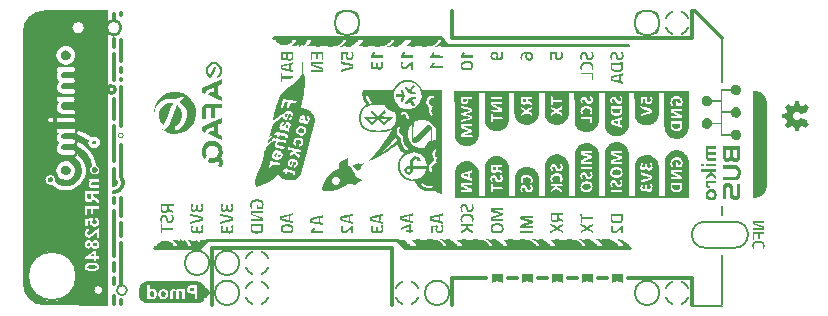
<source format=gbo>
G04 Layer: BottomSilkscreenLayer*
G04 EasyEDA Pro v2.2.34.8, 2025-03-03 01:04:46*
G04 Gerber Generator version 0.3*
G04 Scale: 100 percent, Rotated: No, Reflected: No*
G04 Dimensions in millimeters*
G04 Leading zeros omitted, absolute positions, 4 integers and 5 decimals*
%FSLAX45Y45*%
%MOMM*%
%ADD10C,0.2*%
%ADD11C,0.1*%
%ADD12C,0.16*%
%ADD13C,0.3*%
%ADD14C,0.25*%
%ADD15C,0.5*%
%ADD16C,0.2540*%
%ADD17C,0.254*%
G75*


G04 Image Start*
G36*
G01X5067506Y1403934D02*
G01X5075129Y1402551D01*
G01X5080817Y1400686D01*
G01X5086505Y1398821D01*
G01X5095024Y1394587D01*
G01X5103543Y1390353D01*
G01X5110663Y1385102D01*
G01X5117783Y1379851D01*
G01X5123714Y1373445D01*
G01X5129645Y1367038D01*
G01X5133753Y1360982D01*
G01X5137861Y1354925D01*
G01X5141052Y1348536D01*
G01X5144244Y1342146D01*
G01X5146613Y1334946D01*
G01X5148983Y1327745D01*
G01X5150710Y1319504D01*
G01X5152438Y1311263D01*
G01X5152761Y1127809D01*
G01X5153085Y944354D01*
G01X5176767Y944641D01*
G01X5200449Y944928D01*
G01X5200981Y1078044D01*
G01X5201513Y1211160D01*
G01X5204403Y1220360D01*
G01X5207292Y1229559D01*
G01X5210013Y1235712D01*
G01X5212735Y1241865D01*
G01X5218499Y1250529D01*
G01X5224264Y1259193D01*
G01X5232662Y1267217D01*
G01X5241060Y1275240D01*
G01X5249913Y1280689D01*
G01X5258767Y1286138D01*
G01X5267785Y1289401D01*
G01X5276802Y1292664D01*
G01X5286545Y1294367D01*
G01X5296289Y1296069D01*
G01X5308535Y1295483D01*
G01X5320781Y1294897D01*
G01X5329301Y1292678D01*
G01X5337820Y1290460D01*
G01X5348469Y1285227D01*
G01X5359118Y1279994D01*
G01X5367705Y1273153D01*
G01X5376292Y1266312D01*
G01X5383442Y1257375D01*
G01X5390592Y1248438D01*
G01X5395349Y1238851D01*
G01X5400106Y1229264D01*
G01X5403030Y1218615D01*
G01X5405954Y1207965D01*
G01X5406262Y1076180D01*
G01X5406569Y944395D01*
G01X5430497Y944395D01*
G01X5454426Y944395D01*
G01X5454426Y1092281D01*
G01X5454426Y1240167D01*
G01X5455989Y1249092D01*
G01X5457552Y1258017D01*
G01X5460095Y1265471D01*
G01X5462638Y1272926D01*
G01X5465601Y1278783D01*
G01X5468564Y1284640D01*
G01X5472670Y1290697D01*
G01X5476777Y1296753D01*
G01X5482708Y1303159D01*
G01X5488639Y1309565D01*
G01X5495862Y1314921D01*
G01X5503086Y1320276D01*
G01X5511501Y1324485D01*
G01X5519917Y1328695D01*
G01X5529501Y1331616D01*
G01X5539085Y1334538D01*
G01X5557188Y1334554D01*
G01X5575291Y1334571D01*
G01X5583489Y1332293D01*
G01X5591687Y1330015D01*
G01X5599790Y1326271D01*
G01X5607893Y1322527D01*
G01X5615020Y1317779D01*
G01X5622146Y1313031D01*
G01X5629458Y1305757D01*
G01X5636769Y1298484D01*
G01X5641460Y1291928D01*
G01X5646151Y1285372D01*
G01X5650313Y1276487D01*
G01X5654474Y1267601D01*
G01X5656938Y1259614D01*
G01X5659401Y1251627D01*
G01X5659695Y1089492D01*
G01X5659990Y927356D01*
G01X4669120Y927356D01*
G01X3678251Y927356D01*
G01X3677951Y1036778D01*
G01X3677651Y1146199D01*
G01X3678488Y1153985D01*
G01X3679324Y1161771D01*
G01X3682075Y1170492D01*
G01X3684826Y1179212D01*
G01X3688874Y1187272D01*
G01X3692921Y1195332D01*
G01X3696858Y1200584D01*
G01X3700794Y1205835D01*
G01X3706261Y1211522D01*
G01X3711728Y1217209D01*
G01X3717858Y1221973D01*
G01X3723988Y1226737D01*
G01X3732767Y1231366D01*
G01X3741545Y1235995D01*
G01X3750226Y1238703D01*
G01X3758908Y1241410D01*
G01X3769678Y1242516D01*
G01X3780449Y1243621D01*
G01X3790281Y1242589D01*
G01X3800114Y1241558D01*
G01X3806348Y1239921D01*
G01X3812582Y1238285D01*
G01X3820501Y1234988D01*
G01X3828420Y1231692D01*
G01X3836629Y1226353D01*
G01X3844839Y1221015D01*
G01X3853407Y1212360D01*
G01X3861974Y1203705D01*
G01X3867538Y1194663D01*
G01X3873102Y1185620D01*
G01X3876181Y1177624D01*
G01X3879260Y1169628D01*
G01X3880922Y1161566D01*
G01X3882583Y1153503D01*
G01X3883073Y1145059D01*
G01X3883564Y1136615D01*
G01X3883636Y1040485D01*
G01X3883708Y944354D01*
G01X3907402Y944641D01*
G01X3931096Y944928D01*
G01X3931672Y1073252D01*
G01X3932248Y1201576D01*
G01X3934684Y1210095D01*
G01X3937121Y1218615D01*
G01X3941189Y1227319D01*
G01X3945257Y1236022D01*
G01X3948744Y1241163D01*
G01X3952230Y1246303D01*
G01X3957454Y1252401D01*
G01X3962677Y1258499D01*
G01X3969568Y1263982D01*
G01X3976459Y1269466D01*
G01X3984659Y1274150D01*
G01X3992860Y1278835D01*
G01X4002444Y1281907D01*
G01X4012028Y1284979D01*
G01X4022662Y1286242D01*
G01X4033296Y1287506D01*
G01X4041298Y1286778D01*
G01X4049299Y1286050D01*
G01X4056479Y1284563D01*
G01X4063659Y1283075D01*
G01X4071920Y1279887D01*
G01X4080181Y1276699D01*
G01X4089765Y1270496D01*
G01X4099349Y1264293D01*
G01X4106560Y1257079D01*
G01X4113771Y1249866D01*
G01X4119209Y1241806D01*
G01X4124648Y1233746D01*
G01X4127831Y1226725D01*
G01X4131015Y1219704D01*
G01X4133811Y1209575D01*
G01X4136608Y1199446D01*
G01X4136909Y1071920D01*
G01X4137210Y944395D01*
G01X4161142Y944395D01*
G01X4185073Y944395D01*
G01X4185079Y1020804D01*
G01X4185085Y1097213D01*
G01X4186615Y1107363D01*
G01X4188146Y1117514D01*
G01X4191001Y1125467D01*
G01X4193856Y1133420D01*
G01X4196534Y1138745D01*
G01X4199211Y1144069D01*
G01X4203509Y1150459D01*
G01X4207806Y1156849D01*
G01X4215874Y1164894D01*
G01X4223941Y1172939D01*
G01X4231731Y1178067D01*
G01X4239521Y1183195D01*
G01X4247705Y1186643D01*
G01X4255888Y1190090D01*
G01X4263342Y1192106D01*
G01X4270797Y1194121D01*
G01X4288900Y1194037D01*
G01X4307003Y1193953D01*
G01X4316362Y1191101D01*
G01X4325720Y1188250D01*
G01X4333400Y1184385D01*
G01X4341080Y1180520D01*
G01X4347441Y1176204D01*
G01X4353802Y1171887D01*
G01X4361018Y1164671D01*
G01X4368234Y1157455D01*
G01X4374068Y1148505D01*
G01X4379902Y1139555D01*
G01X4383092Y1131586D01*
G01X4386283Y1123618D01*
G01X4387931Y1117337D01*
G01X4389580Y1111057D01*
G01X4390536Y1101937D01*
G01X4391492Y1092818D01*
G01X4391409Y1091288D01*
G01X4391327Y1089758D01*
G01X4391494Y1017056D01*
G01X4391662Y944354D01*
G01X4415356Y944641D01*
G01X4439050Y944928D01*
G01X4439618Y1079641D01*
G01X4440186Y1214355D01*
G01X4442003Y1221016D01*
G01X4443820Y1227678D01*
G01X4447145Y1236300D01*
G01X4450470Y1244922D01*
G01X4456666Y1254187D01*
G01X4462863Y1263451D01*
G01X4471189Y1271385D01*
G01X4479516Y1279319D01*
G01X4485700Y1283408D01*
G01X4491885Y1287498D01*
G01X4499865Y1291185D01*
G01X4507845Y1294872D01*
G01X4516043Y1297150D01*
G01X4524241Y1299428D01*
G01X4542344Y1299412D01*
G01X4560448Y1299395D01*
G01X4570032Y1296487D01*
G01X4579616Y1293578D01*
G01X4587602Y1289653D01*
G01X4595589Y1285728D01*
G01X4603732Y1279597D01*
G01X4611875Y1273466D01*
G01X4617491Y1267339D01*
G01X4623108Y1261212D01*
G01X4628133Y1253534D01*
G01X4633158Y1245856D01*
G01X4636534Y1237747D01*
G01X4639910Y1229637D01*
G01X4642229Y1221464D01*
G01X4644549Y1213290D01*
G01X4644859Y1078822D01*
G01X4645169Y944355D01*
G01X4668832Y944641D01*
G01X4692494Y944928D01*
G01X4693027Y1128096D01*
G01X4693559Y1311263D01*
G01X4695865Y1319335D01*
G01X4698171Y1327406D01*
G01X4700902Y1333894D01*
G01X4703632Y1340382D01*
G01X4706935Y1345982D01*
G01X4710237Y1351583D01*
G01X4714876Y1357612D01*
G01X4719515Y1363641D01*
G01X4725604Y1369206D01*
G01X4731693Y1374771D01*
G01X4738057Y1379093D01*
G01X4744421Y1383415D01*
G01X4753198Y1387528D01*
G01X4761974Y1391641D01*
G01X4771428Y1393992D01*
G01X4780881Y1396342D01*
G01X4795789Y1396307D01*
G01X4810698Y1396273D01*
G01X4817872Y1394520D01*
G01X4825047Y1392767D01*
G01X4833313Y1389577D01*
G01X4841579Y1386387D01*
G01X4851164Y1380151D01*
G01X4860748Y1373915D01*
G01X4868008Y1366606D01*
G01X4875268Y1359297D01*
G01X4881052Y1350605D01*
G01X4886835Y1341913D01*
G01X4890096Y1334043D01*
G01X4893357Y1326172D01*
G01X4895663Y1317653D01*
G01X4897969Y1309134D01*
G01X4898284Y1126764D01*
G01X4898598Y944395D01*
G01X4922535Y944395D01*
G01X4946471Y944395D01*
G01X4946476Y1125167D01*
G01X4946480Y1305939D01*
G01X4948098Y1316056D01*
G01X4949717Y1326172D01*
G01X4952502Y1334692D01*
G01X4955287Y1343211D01*
G01X4957939Y1348536D01*
G01X4960590Y1353861D01*
G01X4964446Y1359707D01*
G01X4968302Y1365553D01*
G01X4975214Y1372887D01*
G01X4982126Y1380221D01*
G01X4988067Y1384793D01*
G01X4994009Y1389366D01*
G01X5000958Y1393185D01*
G01X5007907Y1397005D01*
G01X5015454Y1399642D01*
G01X5023002Y1402279D01*
G01X5032264Y1403894D01*
G01X5041526Y1405510D01*
G01X5050704Y1405414D01*
G01X5059883Y1405317D01*
G01X5067506Y1403934D01*
G37*
%LPC*%
G36*
G01X4746272Y1329900D02*
G01X4744142Y1327770D01*
G01X4744142Y1318151D01*
G01X4744142Y1308533D01*
G01X4745650Y1304922D01*
G01X4747158Y1301312D01*
G01X4749644Y1299756D01*
G01X4752128Y1298201D01*
G01X4783222Y1287195D01*
G01X4814316Y1276189D01*
G01X4814010Y1275884D01*
G01X4813705Y1275578D01*
G01X4784514Y1264919D01*
G01X4755323Y1254260D01*
G01X4751256Y1252482D01*
G01X4747190Y1250705D01*
G01X4745666Y1247758D01*
G01X4744142Y1244811D01*
G01X4744158Y1234375D01*
G01X4744174Y1223939D01*
G01X4744957Y1222767D01*
G01X4745739Y1221596D01*
G01X4748065Y1220371D01*
G01X4750391Y1219147D01*
G01X4795506Y1219147D01*
G01X4840621Y1219147D01*
G01X4841899Y1220425D01*
G01X4843177Y1221703D01*
G01X4843177Y1228814D01*
G01X4843177Y1235925D01*
G01X4841752Y1237107D01*
G01X4840328Y1238289D01*
G01X4800841Y1238569D01*
G01X4761354Y1238848D01*
G01X4800719Y1252612D01*
G01X4840083Y1266376D01*
G01X4841896Y1267701D01*
G01X4843709Y1269027D01*
G01X4843709Y1276514D01*
G01X4843709Y1284001D01*
G01X4842577Y1285134D01*
G01X4841444Y1286266D01*
G01X4801046Y1300034D01*
G01X4760648Y1313801D01*
G01X4801606Y1314130D01*
G01X4842565Y1314458D01*
G01X4843518Y1318491D01*
G01X4844472Y1322523D01*
G01X4843759Y1327277D01*
G01X4843046Y1332030D01*
G01X4795724Y1332030D01*
G01X4748401Y1332030D01*
G01X4746272Y1329900D01*
G37*
G36*
G01X5000599Y1326007D02*
G01X4998651Y1324245D01*
G01X4998651Y1312081D01*
G01X4998651Y1299918D01*
G01X5001580Y1297071D01*
G01X5004508Y1294225D01*
G01X5036227Y1283134D01*
G01X5067945Y1272043D01*
G01X5067108Y1271333D01*
G01X5066272Y1270624D01*
G01X5035596Y1259528D01*
G01X5004919Y1248433D01*
G01X5001519Y1245622D01*
G01X4998119Y1242811D01*
G01X4998119Y1231019D01*
G01X4998119Y1219228D01*
G01X5000020Y1217324D01*
G01X5001920Y1215420D01*
G01X5048753Y1215121D01*
G01X5095585Y1214823D01*
G01X5096636Y1217587D01*
G01X5097686Y1220351D01*
G01X5097686Y1224472D01*
G01X5097686Y1228593D01*
G01X5096653Y1231311D01*
G01X5095619Y1234030D01*
G01X5055558Y1234309D01*
G01X5015498Y1234588D01*
G01X5055168Y1248433D01*
G01X5094837Y1262277D01*
G01X5096262Y1263684D01*
G01X5097686Y1265091D01*
G01X5097686Y1272445D01*
G01X5097686Y1279799D01*
G01X5095290Y1281268D01*
G01X5092894Y1282736D01*
G01X5053734Y1295935D01*
G01X5014573Y1309134D01*
G01X5055276Y1309413D01*
G01X5095979Y1309692D01*
G01X5096816Y1311010D01*
G01X5097654Y1312328D01*
G01X5097670Y1318365D01*
G01X5097686Y1324401D01*
G01X5097040Y1326085D01*
G01X5096394Y1327770D01*
G01X5049470Y1327770D01*
G01X5002546Y1327770D01*
G01X5000599Y1326007D01*
G37*
G36*
G01X4776334Y1069516D02*
G01X4769658Y1067942D01*
G01X4764242Y1065197D01*
G01X4758825Y1062452D01*
G01X4754207Y1057701D01*
G01X4749589Y1052949D01*
G01X4746861Y1047374D01*
G01X4744134Y1041798D01*
G01X4742869Y1033118D01*
G01X4741603Y1024437D01*
G01X4742881Y1016098D01*
G01X4744158Y1007758D01*
G01X4747393Y1001141D01*
G01X4750627Y994523D01*
G01X4754572Y991254D01*
G01X4758518Y987985D01*
G01X4763842Y985473D01*
G01X4769167Y982961D01*
G01X4775312Y981702D01*
G01X4781456Y980443D01*
G01X4791942Y980418D01*
G01X4802428Y980393D01*
G01X4808693Y981667D01*
G01X4814957Y982941D01*
G01X4821785Y986168D01*
G01X4828614Y989396D01*
G01X4833172Y994087D01*
G01X4837731Y998777D01*
G01X4840473Y1004574D01*
G01X4843216Y1010371D01*
G01X4844378Y1019004D01*
G01X4845539Y1027637D01*
G01X4844347Y1035801D01*
G01X4843154Y1043966D01*
G01X4839923Y1050584D01*
G01X4836691Y1057202D01*
G01X4832746Y1060462D01*
G01X4828801Y1063723D01*
G01X4824009Y1066061D01*
G01X4819217Y1068399D01*
G01X4813360Y1069671D01*
G01X4807503Y1070943D01*
G01X4795257Y1071017D01*
G01X4783010Y1071090D01*
G01X4776334Y1069516D01*
G37*
%LPD*%
G36*
G01X4808734Y1049847D02*
G01X4813160Y1048903D01*
G01X4817419Y1046731D01*
G01X4821678Y1044558D01*
G01X4823847Y1041799D01*
G01X4826017Y1039041D01*
G01X4827275Y1035229D01*
G01X4828533Y1031418D01*
G01X4828018Y1024215D01*
G01X4827502Y1017013D01*
G01X4825092Y1013113D01*
G01X4822682Y1009213D01*
G01X4818819Y1006663D01*
G01X4814957Y1004114D01*
G01X4808056Y1002351D01*
G01X4801154Y1000587D01*
G01X4789420Y1001055D01*
G01X4777686Y1001522D01*
G01X4772400Y1003882D01*
G01X4767115Y1006242D01*
G01X4765062Y1008065D01*
G01X4763009Y1009888D01*
G01X4761053Y1014148D01*
G01X4759097Y1018408D01*
G01X4759074Y1025260D01*
G01X4759050Y1032112D01*
G01X4761289Y1036737D01*
G01X4763528Y1041362D01*
G01X4766953Y1043974D01*
G01X4770378Y1046587D01*
G01X4775097Y1048313D01*
G01X4779816Y1050040D01*
G01X4792062Y1050416D01*
G01X4804308Y1050792D01*
G01X4808734Y1049847D01*
G37*
%LPC*%
G36*
G01X5033943Y1191409D02*
G01X5027172Y1190310D01*
G01X5020520Y1187294D01*
G01X5013869Y1184278D01*
G01X5009470Y1180304D01*
G01X5005071Y1176329D01*
G01X5001956Y1170849D01*
G01X4998842Y1165368D01*
G01X4997577Y1160606D01*
G01X4996312Y1155844D01*
G01X4996352Y1145697D01*
G01X4996392Y1135550D01*
G01X4998549Y1128623D01*
G01X5000705Y1121696D01*
G01X5003973Y1117252D01*
G01X5007242Y1112807D01*
G01X5012219Y1109510D01*
G01X5017197Y1106213D01*
G01X5024018Y1104107D01*
G01X5030839Y1102000D01*
G01X5041101Y1101386D01*
G01X5051363Y1100773D01*
G01X5060120Y1102362D01*
G01X5068876Y1103952D01*
G01X5074728Y1106631D01*
G01X5080580Y1109310D01*
G01X5085751Y1114148D01*
G01X5090923Y1118985D01*
G01X5093670Y1124605D01*
G01X5096417Y1130225D01*
G01X5097737Y1136955D01*
G01X5099057Y1143684D01*
G01X5098431Y1152396D01*
G01X5097805Y1161108D01*
G01X5096026Y1166576D01*
G01X5094248Y1172044D01*
G01X5090344Y1177225D01*
G01X5086440Y1182407D01*
G01X5078486Y1186412D01*
G01X5070532Y1190417D01*
G01X5064675Y1191346D01*
G01X5058818Y1192275D01*
G01X5049766Y1192391D01*
G01X5040715Y1192508D01*
G01X5033943Y1191409D01*
G37*
%LPD*%
G36*
G01X5059883Y1171278D02*
G01X5065207Y1170388D01*
G01X5068275Y1169183D01*
G01X5071342Y1167977D01*
G01X5074422Y1165784D01*
G01X5077502Y1163591D01*
G01X5079764Y1159157D01*
G01X5082026Y1154722D01*
G01X5082026Y1147757D01*
G01X5082026Y1140792D01*
G01X5080134Y1136804D01*
G01X5078242Y1132817D01*
G01X5074079Y1129254D01*
G01X5069917Y1125691D01*
G01X5063302Y1123788D01*
G01X5056688Y1121885D01*
G01X5046025Y1121928D01*
G01X5035362Y1121970D01*
G01X5028993Y1123968D01*
G01X5022623Y1125966D01*
G01X5018693Y1129890D01*
G01X5014763Y1133814D01*
G01X5013635Y1137877D01*
G01X5012507Y1141940D01*
G01X5012524Y1147264D01*
G01X5012542Y1152589D01*
G01X5014511Y1156924D01*
G01X5016479Y1161259D01*
G01X5020551Y1164615D01*
G01X5024622Y1167971D01*
G01X5029423Y1169607D01*
G01X5034224Y1171243D01*
G01X5044391Y1171705D01*
G01X5054558Y1172167D01*
G01X5059883Y1171278D01*
G37*
%LPC*%
G36*
G01X3777118Y1149964D02*
G01X3730003Y1134028D01*
G01X3729135Y1132659D01*
G01X3728266Y1131290D01*
G01X3728250Y1121643D01*
G01X3728234Y1111996D01*
G01X3729565Y1110224D01*
G01X3730896Y1108452D01*
G01X3750596Y1101667D01*
G01X3770297Y1094882D01*
G01X3798327Y1085459D01*
G01X3826356Y1076035D01*
G01X3827329Y1077572D01*
G01X3828301Y1079109D01*
G01X3828317Y1087232D01*
G01X3828333Y1095354D01*
G01X3827002Y1096407D01*
G01X3825671Y1097460D01*
G01X3815289Y1100885D01*
G01X3804906Y1104310D01*
G01X3804906Y1122289D01*
G01X3804906Y1140267D01*
G01X3815139Y1143466D01*
G01X3825372Y1146665D01*
G01X3826853Y1147894D01*
G01X3828333Y1149122D01*
G01X3828333Y1155827D01*
G01X3828333Y1162531D01*
G01X3827687Y1164216D01*
G01X3827041Y1165901D01*
G01X3825637Y1165901D01*
G01X3824233Y1165901D01*
G01X3777118Y1149964D01*
G37*
%LPD*%
G36*
G01X3789997Y1122358D02*
G01X3789997Y1108633D01*
G01X3770916Y1114756D01*
G01X3751834Y1120879D01*
G01X3749884Y1121688D01*
G01X3747934Y1122496D01*
G01X3768699Y1129265D01*
G01X3789465Y1136033D01*
G01X3789731Y1136058D01*
G01X3789997Y1136082D01*
G01X3789997Y1122358D01*
G37*
%LPC*%
G36*
G01X5251677Y1146112D02*
G01X5251031Y1144428D01*
G01X5251031Y1138727D01*
G01X5251031Y1133026D01*
G01X5251982Y1130561D01*
G01X5252933Y1128096D01*
G01X5291458Y1116424D01*
G01X5329984Y1104753D01*
G01X5330336Y1104177D01*
G01X5330688Y1103602D01*
G01X5292880Y1091925D01*
G01X5255072Y1080249D01*
G01X5253396Y1079023D01*
G01X5251720Y1077798D01*
G01X5251258Y1071414D01*
G01X5250797Y1065030D01*
G01X5251984Y1062810D01*
G01X5253172Y1060591D01*
G01X5258757Y1062241D01*
G01X5264342Y1063892D01*
G01X5306938Y1077782D01*
G01X5349534Y1091672D01*
G01X5350316Y1092845D01*
G01X5351098Y1094018D01*
G01X5351115Y1104803D01*
G01X5351131Y1115588D01*
G01X5349547Y1116903D01*
G01X5347963Y1118217D01*
G01X5302958Y1132972D01*
G01X5257953Y1147726D01*
G01X5255138Y1147762D01*
G01X5252324Y1147797D01*
G01X5251677Y1146112D01*
G37*
G36*
G01X5536422Y1272861D02*
G01X5530565Y1270849D01*
G01X5524176Y1266522D01*
G01X5517787Y1262195D01*
G01X5513284Y1255517D01*
G01X5508781Y1248840D01*
G01X5507077Y1243312D01*
G01X5505373Y1237783D01*
G01X5504780Y1226469D01*
G01X5504187Y1215155D01*
G01X5506541Y1207405D01*
G01X5508895Y1199655D01*
G01X5511928Y1196622D01*
G01X5514961Y1193589D01*
G01X5520633Y1193605D01*
G01X5526306Y1193621D01*
G01X5527833Y1194587D01*
G01X5529359Y1195554D01*
G01X5526078Y1202824D01*
G01X5522797Y1210095D01*
G01X5521485Y1215818D01*
G01X5520173Y1221541D01*
G01X5520828Y1227803D01*
G01X5521482Y1234064D01*
G01X5524108Y1239246D01*
G01X5526734Y1244428D01*
G01X5530123Y1247280D01*
G01X5533512Y1250132D01*
G01X5537581Y1252208D01*
G01X5541650Y1254284D01*
G01X5548887Y1255309D01*
G01X5556123Y1256335D01*
G01X5562538Y1255427D01*
G01X5568952Y1254519D01*
G01X5572920Y1252862D01*
G01X5576887Y1251204D01*
G01X5580589Y1248381D01*
G01X5584290Y1245558D01*
G01X5587187Y1239636D01*
G01X5590084Y1233715D01*
G01X5590119Y1226697D01*
G01X5590154Y1219679D01*
G01X5588565Y1216485D01*
G01X5586976Y1213290D01*
G01X5575809Y1213290D01*
G01X5564642Y1213290D01*
G01X5564110Y1223407D01*
G01X5563577Y1233524D01*
G01X5556655Y1233524D01*
G01X5549734Y1233524D01*
G01X5549441Y1214892D01*
G01X5549149Y1196261D01*
G01X5550976Y1194925D01*
G01X5552803Y1193589D01*
G01X5575291Y1193589D01*
G01X5597779Y1193589D01*
G01X5599647Y1194954D01*
G01X5601514Y1196320D01*
G01X5603717Y1202675D01*
G01X5605919Y1209030D01*
G01X5606442Y1222714D01*
G01X5606964Y1236399D01*
G01X5605111Y1243245D01*
G01X5603258Y1250091D01*
G01X5599316Y1256184D01*
G01X5595374Y1262277D01*
G01X5591722Y1265052D01*
G01X5588070Y1267826D01*
G01X5583278Y1270279D01*
G01X5578486Y1272731D01*
G01X5573694Y1274116D01*
G01X5568902Y1275501D01*
G01X5555590Y1275186D01*
G01X5542279Y1274872D01*
G01X5536422Y1272861D01*
G37*
G36*
G01X3730795Y1056098D02*
G01X3728766Y1053853D01*
G01X3728766Y1045076D01*
G01X3728766Y1036298D01*
G01X3730187Y1033645D01*
G01X3731607Y1030992D01*
G01X3738173Y1027182D01*
G01X3744739Y1023372D01*
G01X3772280Y1009442D01*
G01X3799821Y995512D01*
G01X3764674Y995512D01*
G01X3729526Y995512D01*
G01X3728880Y993827D01*
G01X3728234Y992143D01*
G01X3728234Y987368D01*
G01X3728234Y982593D01*
G01X3729336Y980533D01*
G01X3730438Y978473D01*
G01X3777053Y978473D01*
G01X3823667Y978473D01*
G01X3825734Y979984D01*
G01X3827801Y981496D01*
G01X3827801Y990522D01*
G01X3827801Y999548D01*
G01X3825744Y1001821D01*
G01X3823687Y1004094D01*
G01X3809770Y1011432D01*
G01X3795854Y1018770D01*
G01X3774024Y1029771D01*
G01X3752194Y1040771D01*
G01X3788746Y1040441D01*
G01X3825299Y1040111D01*
G01X3826816Y1041370D01*
G01X3828333Y1042629D01*
G01X3828333Y1048802D01*
G01X3828333Y1054974D01*
G01X3827687Y1056658D01*
G01X3827041Y1058343D01*
G01X3779932Y1058343D01*
G01X3732823Y1058343D01*
G01X3730795Y1056098D01*
G37*
G36*
G01X5507214Y1165292D02*
G01X5505540Y1163618D01*
G01X5505540Y1154590D01*
G01X5505540Y1145561D01*
G01X5507116Y1142513D01*
G01X5508692Y1139466D01*
G01X5519629Y1133611D01*
G01X5530565Y1127757D01*
G01X5552840Y1116478D01*
G01X5575114Y1105199D01*
G01X5575381Y1104933D01*
G01X5575648Y1104667D01*
G01X5541538Y1105025D01*
G01X5507427Y1105382D01*
G01X5506312Y1104267D01*
G01X5505196Y1103151D01*
G01X5505259Y1096521D01*
G01X5505321Y1089890D01*
G01X5507276Y1088460D01*
G01X5509231Y1087031D01*
G01X5554663Y1087330D01*
G01X5600094Y1087628D01*
G01X5602335Y1089657D01*
G01X5604576Y1091686D01*
G01X5604576Y1100180D01*
G01X5604576Y1108675D01*
G01X5600993Y1111996D01*
G01X5597410Y1115316D01*
G01X5563222Y1132621D01*
G01X5529035Y1149927D01*
G01X5566306Y1149927D01*
G01X5603578Y1149927D01*
G01X5604330Y1151790D01*
G01X5605083Y1153654D01*
G01X5605083Y1158446D01*
G01X5605083Y1163238D01*
G01X5604330Y1165102D01*
G01X5603578Y1166965D01*
G01X5556232Y1166965D01*
G01X5508887Y1166965D01*
G01X5507214Y1165292D01*
G37*
G36*
G01X5507198Y1058106D02*
G01X5505540Y1055739D01*
G01X5505559Y1038671D01*
G01X5505577Y1021603D01*
G01X5507074Y1014541D01*
G01X5508571Y1007479D01*
G01X5511255Y1002294D01*
G01X5513939Y997109D01*
G01X5516396Y994284D01*
G01X5518852Y991459D01*
G01X5523553Y988149D01*
G01X5528254Y984840D01*
G01X5535267Y982656D01*
G01X5542279Y980472D01*
G01X5553993Y980490D01*
G01X5565707Y980507D01*
G01X5571848Y982144D01*
G01X5577989Y983780D01*
G01X5583029Y986361D01*
G01X5588070Y988943D01*
G01X5592542Y993558D01*
G01X5597013Y998174D01*
G01X5599721Y1004109D01*
G01X5602429Y1010044D01*
G01X5603502Y1015703D01*
G01X5604576Y1021361D01*
G01X5604576Y1039639D01*
G01X5604576Y1057917D01*
G01X5603298Y1059195D01*
G01X5602020Y1060472D01*
G01X5555438Y1060472D01*
G01X5508856Y1060472D01*
G01X5507198Y1058106D01*
G37*
%LPD*%
G36*
G01X5588397Y1029856D02*
G01X5587943Y1019473D01*
G01X5585641Y1015050D01*
G01X5583339Y1010627D01*
G01X5579315Y1007292D01*
G01X5575291Y1003958D01*
G01X5569434Y1002196D01*
G01X5563577Y1000434D01*
G01X5553993Y1000495D01*
G01X5544409Y1000556D01*
G01X5538509Y1002819D01*
G01X5532608Y1005082D01*
G01X5528711Y1009083D01*
G01X5524813Y1013083D01*
G01X5523084Y1017232D01*
G01X5521355Y1021381D01*
G01X5520745Y1030810D01*
G01X5520134Y1040239D01*
G01X5554492Y1040239D01*
G01X5588850Y1040239D01*
G01X5588397Y1029856D01*
G37*
%LPC*%
G36*
G01X3985139Y1051282D02*
G01X3982743Y1050640D01*
G01X3982743Y1014681D01*
G01X3982743Y978721D01*
G01X3985139Y978079D01*
G01X3987535Y977437D01*
G01X3990730Y977437D01*
G01X3993924Y977437D01*
G01X3996289Y978071D01*
G01X3998653Y978705D01*
G01X3998951Y991634D01*
G01X3999249Y1004564D01*
G01X4040214Y1005096D01*
G01X4081179Y1005629D01*
G01X4082074Y1010155D01*
G01X4082968Y1014681D01*
G01X4082074Y1019206D01*
G01X4081179Y1023732D01*
G01X4040214Y1024265D01*
G01X3999249Y1024797D01*
G01X3998950Y1037771D01*
G01X3998652Y1050744D01*
G01X3996821Y1051225D01*
G01X3994989Y1051706D01*
G01X3991262Y1051815D01*
G01X3987535Y1051924D01*
G01X3985139Y1051282D01*
G37*
G36*
G01X4519448Y1137165D02*
G01X4512527Y1134852D01*
G01X4507735Y1131799D01*
G01X4502943Y1128747D01*
G01X4499556Y1125226D01*
G01X4496169Y1121706D01*
G01X4493488Y1116336D01*
G01X4490807Y1110967D01*
G01X4489713Y1106219D01*
G01X4488619Y1101472D01*
G01X4488593Y1095461D01*
G01X4488567Y1089450D01*
G01X4490709Y1082516D01*
G01X4492851Y1075581D01*
G01X4495928Y1072286D01*
G01X4499006Y1068992D01*
G01X4504764Y1068992D01*
G01X4510523Y1068992D01*
G01X4512544Y1070470D01*
G01X4514566Y1071948D01*
G01X4511599Y1076431D01*
G01X4508633Y1080914D01*
G01X4507119Y1085204D01*
G01X4505606Y1089493D01*
G01X4505606Y1094186D01*
G01X4505606Y1098878D01*
G01X4507257Y1102838D01*
G01X4508908Y1106797D01*
G01X4512260Y1110260D01*
G01X4515612Y1113724D01*
G01X4521524Y1115977D01*
G01X4527436Y1118231D01*
G01X4537020Y1118768D01*
G01X4546604Y1119305D01*
G01X4553526Y1117535D01*
G01X4560448Y1115766D01*
G01X4564310Y1113217D01*
G01X4568172Y1110668D01*
G01X4570699Y1106602D01*
G01X4573226Y1102537D01*
G01X4573226Y1093929D01*
G01X4573226Y1085322D01*
G01X4569765Y1078605D01*
G01X4566305Y1071888D01*
G01X4566305Y1070440D01*
G01X4566305Y1068992D01*
G01X4573683Y1068992D01*
G01X4581061Y1068992D01*
G01X4582769Y1070700D01*
G01X4584478Y1072409D01*
G01X4586428Y1076291D01*
G01X4588378Y1080174D01*
G01X4589727Y1085904D01*
G01X4591077Y1091635D01*
G01X4590549Y1100891D01*
G01X4590021Y1110146D01*
G01X4587070Y1116722D01*
G01X4584119Y1123298D01*
G01X4579397Y1127651D01*
G01X4574674Y1132005D01*
G01X4568093Y1135081D01*
G01X4561513Y1138158D01*
G01X4555656Y1139199D01*
G01X4549799Y1140239D01*
G01X4538084Y1139859D01*
G01X4526369Y1139479D01*
G01X4519448Y1137165D01*
G37*
G36*
G01X4264407Y1123404D02*
G01X4258018Y1121129D01*
G01X4252418Y1117288D01*
G01X4246818Y1113447D01*
G01X4243198Y1108515D01*
G01X4239578Y1103583D01*
G01X4237242Y1096671D01*
G01X4234906Y1089758D01*
G01X4235357Y1080174D01*
G01X4235808Y1070589D01*
G01X4238226Y1065074D01*
G01X4240644Y1059559D01*
G01X4242715Y1057685D01*
G01X4244787Y1055810D01*
G01X4250870Y1055395D01*
G01X4256953Y1054980D01*
G01X4258996Y1056512D01*
G01X4261038Y1058043D01*
G01X4258712Y1061310D01*
G01X4256386Y1064577D01*
G01X4254297Y1069181D01*
G01X4252208Y1073784D01*
G01X4252184Y1080272D01*
G01X4252161Y1086761D01*
G01X4254559Y1091296D01*
G01X4256958Y1095832D01*
G01X4261215Y1098884D01*
G01X4265472Y1101937D01*
G01X4271819Y1103568D01*
G01X4278166Y1105200D01*
G01X4286899Y1105200D01*
G01X4295632Y1105200D01*
G01X4302018Y1103212D01*
G01X4308405Y1101224D01*
G01X4311721Y1098862D01*
G01X4315038Y1096501D01*
G01X4317368Y1092064D01*
G01X4319698Y1087628D01*
G01X4319740Y1080052D01*
G01X4319782Y1072477D01*
G01X4315813Y1064735D01*
G01X4311845Y1056994D01*
G01X4312415Y1056071D01*
G01X4312986Y1055148D01*
G01X4319950Y1055148D01*
G01X4326914Y1055148D01*
G01X4329837Y1058277D01*
G01X4332760Y1061406D01*
G01X4334774Y1067595D01*
G01X4336787Y1073784D01*
G01X4336742Y1084433D01*
G01X4336698Y1095083D01*
G01X4334306Y1101154D01*
G01X4331914Y1107226D01*
G01X4327285Y1112375D01*
G01X4322656Y1117523D01*
G01X4316602Y1120586D01*
G01X4310548Y1123649D01*
G01X4305049Y1125049D01*
G01X4299549Y1126448D01*
G01X4285173Y1126063D01*
G01X4270797Y1125678D01*
G01X4264407Y1123404D01*
G37*
G36*
G01X4491230Y1038109D02*
G01X4491230Y1029057D01*
G01X4513592Y1028762D01*
G01X4535955Y1028467D01*
G01X4513498Y1013738D01*
G01X4491041Y999009D01*
G01X4490337Y997173D01*
G01X4489632Y995338D01*
G01X4489632Y988579D01*
G01X4489632Y981820D01*
G01X4491211Y980241D01*
G01X4492789Y978662D01*
G01X4494799Y979188D01*
G01X4496809Y979714D01*
G01X4516129Y994111D01*
G01X4535449Y1008509D01*
G01X4537111Y1007871D01*
G01X4538772Y1007233D01*
G01X4559324Y993966D01*
G01X4579876Y980698D01*
G01X4583750Y978851D01*
G01X4587624Y977003D01*
G01X4588944Y978324D01*
G01X4590265Y979644D01*
G01X4590265Y988196D01*
G01X4590265Y996748D01*
G01X4588135Y998324D01*
G01X4586005Y999900D01*
G01X4563196Y1013946D01*
G01X4540387Y1027992D01*
G01X4564261Y1028269D01*
G01X4588135Y1028546D01*
G01X4589466Y1030336D01*
G01X4590797Y1032127D01*
G01X4590797Y1037850D01*
G01X4590797Y1043574D01*
G01X4589689Y1045644D01*
G01X4588581Y1047715D01*
G01X4539905Y1047438D01*
G01X4491230Y1047161D01*
G01X4491230Y1038109D01*
G37*
G36*
G01X3983841Y1208006D02*
G01X3982549Y1206449D01*
G01X3982928Y1185376D01*
G01X3983308Y1164303D01*
G01X3985745Y1158978D01*
G01X3988182Y1153654D01*
G01X3991053Y1150591D01*
G01X3993924Y1147528D01*
G01X3998184Y1145556D01*
G01X4002444Y1143584D01*
G01X4009898Y1143584D01*
G01X4017352Y1143584D01*
G01X4021621Y1145523D01*
G01X4025890Y1147462D01*
G01X4029470Y1151540D01*
G01X4033050Y1155618D01*
G01X4034343Y1158694D01*
G01X4035637Y1161770D01*
G01X4038375Y1158179D01*
G01X4041113Y1154589D01*
G01X4047336Y1151328D01*
G01X4053558Y1148067D01*
G01X4066032Y1143011D01*
G01X4078505Y1137954D01*
G01X4080182Y1138598D01*
G01X4081859Y1139241D01*
G01X4081552Y1148939D01*
G01X4081246Y1158636D01*
G01X4065750Y1164721D01*
G01X4050255Y1170806D01*
G01X4047471Y1172879D01*
G01X4044687Y1174952D01*
G01X4042999Y1177779D01*
G01X4041312Y1180606D01*
G01X4041312Y1185476D01*
G01X4041312Y1190347D01*
G01X4061279Y1190637D01*
G01X4081246Y1190926D01*
G01X4081562Y1198814D01*
G01X4081878Y1206701D01*
G01X4081329Y1208132D01*
G01X4080780Y1209563D01*
G01X4032957Y1209563D01*
G01X3985134Y1209563D01*
G01X3983841Y1208006D01*
G37*
%LPD*%
G36*
G01X4026203Y1181487D02*
G01X4025732Y1172517D01*
G01X4023923Y1169756D01*
G01X4022114Y1166995D01*
G01X4019518Y1165294D01*
G01X4016923Y1163593D01*
G01X4012028Y1163593D01*
G01X4007133Y1163593D01*
G01X4004537Y1165294D01*
G01X4001941Y1166995D01*
G01X4000095Y1169812D01*
G01X3998250Y1172629D01*
G01X3998217Y1181245D01*
G01X3998184Y1189861D01*
G01X4012429Y1190159D01*
G01X4026674Y1190458D01*
G01X4026203Y1181487D01*
G37*
%LPC*%
G36*
G01X5330158Y1226216D02*
G01X5329522Y1225581D01*
G01X5332606Y1218903D01*
G01X5335690Y1212225D01*
G01X5335690Y1203173D01*
G01X5335690Y1194121D01*
G01X5333240Y1190687D01*
G01X5330791Y1187252D01*
G01X5326516Y1186101D01*
G01X5322240Y1184950D01*
G01X5318758Y1186099D01*
G01X5315276Y1187248D01*
G01X5312594Y1190152D01*
G01X5309912Y1193056D01*
G01X5309083Y1195186D01*
G01X5308254Y1197316D01*
G01X5307596Y1207433D01*
G01X5306938Y1217550D01*
G01X5301261Y1217874D01*
G01X5295584Y1218199D01*
G01X5294073Y1216945D01*
G01X5292562Y1215691D01*
G01X5292556Y1209166D01*
G01X5292550Y1202641D01*
G01X5291498Y1198853D01*
G01X5290446Y1195065D01*
G01X5287294Y1192045D01*
G01X5284142Y1189026D01*
G01X5278794Y1188512D01*
G01X5273447Y1187998D01*
G01X5269570Y1191875D01*
G01X5265693Y1195752D01*
G01X5266128Y1202573D01*
G01X5266562Y1209394D01*
G01X5269964Y1215991D01*
G01X5273367Y1222589D01*
G01X5272785Y1223530D01*
G01X5272203Y1224472D01*
G01X5266042Y1224472D01*
G01X5259880Y1224472D01*
G01X5258242Y1222608D01*
G01X5256604Y1220744D01*
G01X5254494Y1216485D01*
G01X5252385Y1212225D01*
G01X5251034Y1206485D01*
G01X5249682Y1200745D01*
G01X5250251Y1192447D01*
G01X5250820Y1184148D01*
G01X5253800Y1178672D01*
G01X5256781Y1173196D01*
G01X5261360Y1170512D01*
G01X5265939Y1167828D01*
G01X5272181Y1167262D01*
G01X5278423Y1166696D01*
G01X5283829Y1168492D01*
G01X5289234Y1170287D01*
G01X5293001Y1174457D01*
G01X5296767Y1178626D01*
G01X5297460Y1181387D01*
G01X5298153Y1184149D01*
G01X5300642Y1177953D01*
G01X5303131Y1171758D01*
G01X5306923Y1168428D01*
G01X5310716Y1165098D01*
G01X5315508Y1163756D01*
G01X5320299Y1162415D01*
G01X5325835Y1163071D01*
G01X5331371Y1163726D01*
G01X5336193Y1166206D01*
G01X5341014Y1168687D01*
G01X5344943Y1173883D01*
G01X5348873Y1179079D01*
G01X5350676Y1185743D01*
G01X5352480Y1192407D01*
G01X5351973Y1203381D01*
G01X5351465Y1214355D01*
G01X5349035Y1219950D01*
G01X5346606Y1225545D01*
G01X5343278Y1226564D01*
G01X5339950Y1227584D01*
G01X5335371Y1227218D01*
G01X5330793Y1226851D01*
G01X5330158Y1226216D01*
G37*
G36*
G01X5330435Y1045677D02*
G01X5329847Y1044725D01*
G01X5332705Y1038488D01*
G01X5335563Y1032252D01*
G01X5335993Y1023732D01*
G01X5336424Y1015213D01*
G01X5333895Y1011501D01*
G01X5331367Y1007789D01*
G01X5328736Y1006459D01*
G01X5326106Y1005128D01*
G01X5322379Y1005116D01*
G01X5318652Y1005104D01*
G01X5315127Y1007253D01*
G01X5311602Y1009403D01*
G01X5309908Y1013373D01*
G01X5308213Y1017343D01*
G01X5307576Y1026891D01*
G01X5306938Y1036439D01*
G01X5303477Y1037428D01*
G01X5300016Y1038417D01*
G01X5296555Y1037429D01*
G01X5293094Y1036440D01*
G01X5292510Y1027424D01*
G01X5291926Y1018408D01*
G01X5290096Y1014965D01*
G01X5288266Y1011522D01*
G01X5285142Y1009906D01*
G01X5282019Y1008291D01*
G01X5277233Y1008291D01*
G01X5272448Y1008291D01*
G01X5269539Y1010793D01*
G01X5266631Y1013294D01*
G01X5266159Y1019827D01*
G01X5265686Y1026359D01*
G01X5269574Y1034546D01*
G01X5273462Y1042733D01*
G01X5272097Y1043600D01*
G01X5270732Y1044466D01*
G01X5265625Y1044482D01*
G01X5260518Y1044499D01*
G01X5258056Y1042036D01*
G01X5255593Y1039573D01*
G01X5253163Y1033250D01*
G01X5250734Y1026927D01*
G01X5250225Y1018310D01*
G01X5249717Y1009694D01*
G01X5251448Y1003738D01*
G01X5253179Y997783D01*
G01X5256054Y994366D01*
G01X5258930Y990949D01*
G01X5263233Y988994D01*
G01X5267537Y987039D01*
G01X5274736Y987016D01*
G01X5281936Y986992D01*
G01X5286771Y989265D01*
G01X5291607Y991538D01*
G01X5294162Y994888D01*
G01X5296717Y998238D01*
G01X5297674Y1000826D01*
G01X5298631Y1003414D01*
G01X5300413Y998051D01*
G01X5302194Y992688D01*
G01X5305631Y989362D01*
G01X5309068Y986035D01*
G01X5313027Y984384D01*
G01X5316986Y982733D01*
G01X5322487Y982733D01*
G01X5327989Y982733D01*
G01X5332169Y983985D01*
G01X5336349Y985237D01*
G01X5341018Y989348D01*
G01X5345687Y993458D01*
G01X5348658Y999530D01*
G01X5351628Y1005602D01*
G01X5352037Y1016652D01*
G01X5352446Y1027702D01*
G01X5350603Y1034513D01*
G01X5348759Y1041324D01*
G01X5346673Y1043976D01*
G01X5344587Y1046628D01*
G01X5337805Y1046628D01*
G01X5331024Y1046628D01*
G01X5330435Y1045677D01*
G37*
G36*
G01X4821900Y1149962D02*
G01X4820325Y1148966D01*
G01X4823752Y1142258D01*
G01X4827179Y1135550D01*
G01X4828244Y1129880D01*
G01X4829308Y1124209D01*
G01X4828364Y1120007D01*
G01X4827420Y1115806D01*
G01X4825659Y1113117D01*
G01X4823897Y1110429D01*
G01X4821222Y1109412D01*
G01X4818546Y1108394D01*
G01X4815502Y1108394D01*
G01X4812458Y1108394D01*
G01X4809219Y1111120D01*
G01X4805980Y1113846D01*
G01X4800678Y1124703D01*
G01X4795375Y1135560D01*
G01X4791618Y1139950D01*
G01X4787861Y1144340D01*
G01X4783051Y1146601D01*
G01X4778242Y1148862D01*
G01X4770452Y1148862D01*
G01X4762663Y1148862D01*
G01X4757032Y1146055D01*
G01X4751401Y1143249D01*
G01X4748276Y1138935D01*
G01X4745151Y1134621D01*
G01X4743443Y1128747D01*
G01X4741736Y1122873D01*
G01X4742384Y1115200D01*
G01X4743033Y1107526D01*
G01X4745285Y1101506D01*
G01X4747538Y1095486D01*
G01X4750366Y1094403D01*
G01X4753193Y1093320D01*
G01X4758784Y1094012D01*
G01X4764375Y1094703D01*
G01X4764375Y1096260D01*
G01X4764375Y1097816D01*
G01X4761490Y1103371D01*
G01X4758605Y1108927D01*
G01X4758562Y1116737D01*
G01X4758518Y1124548D01*
G01X4761506Y1127120D01*
G01X4764493Y1129693D01*
G01X4768548Y1129693D01*
G01X4772603Y1129693D01*
G01X4775546Y1126764D01*
G01X4778489Y1123836D01*
G01X4783596Y1113186D01*
G01X4788703Y1102537D01*
G01X4792627Y1097975D01*
G01X4796550Y1093412D01*
G01X4800885Y1091201D01*
G01X4805219Y1088989D01*
G01X4811299Y1088438D01*
G01X4817379Y1087887D01*
G01X4823622Y1089846D01*
G01X4829866Y1091805D01*
G01X4834771Y1096701D01*
G01X4839677Y1101598D01*
G01X4841834Y1107392D01*
G01X4843991Y1113186D01*
G01X4844731Y1119648D01*
G01X4845471Y1126110D01*
G01X4844241Y1132893D01*
G01X4843011Y1139676D01*
G01X4840464Y1144701D01*
G01X4837917Y1149727D01*
G01X4836554Y1150275D01*
G01X4835190Y1150823D01*
G01X4829333Y1150891D01*
G01X4823476Y1150959D01*
G01X4821900Y1149962D01*
G37*
G36*
G01X4571363Y1219528D02*
G01X4567369Y1218868D01*
G01X4567369Y1217275D01*
G01X4567369Y1215681D01*
G01X4570682Y1208952D01*
G01X4573995Y1202222D01*
G01X4574534Y1195507D01*
G01X4575073Y1188792D01*
G01X4573440Y1184884D01*
G01X4571807Y1180975D01*
G01X4568873Y1179053D01*
G01X4565940Y1177131D01*
G01X4561923Y1177131D01*
G01X4557905Y1177131D01*
G01X4555092Y1179769D01*
G01X4552278Y1182407D01*
G01X4545905Y1194901D01*
G01X4539532Y1207395D01*
G01X4535110Y1211180D01*
G01X4530688Y1214966D01*
G01X4524894Y1216650D01*
G01X4519101Y1218334D01*
G01X4513168Y1217637D01*
G01X4507234Y1216940D01*
G01X4501894Y1213951D01*
G01X4496554Y1210962D01*
G01X4493194Y1205419D01*
G01X4489833Y1199876D01*
G01X4488644Y1193049D01*
G01X4487456Y1186223D01*
G01X4489043Y1178611D01*
G01X4490630Y1170999D01*
G01X4492527Y1167119D01*
G01X4494424Y1163238D01*
G01X4501346Y1162964D01*
G01X4508268Y1162689D01*
G01X4509691Y1163616D01*
G01X4511114Y1164543D01*
G01X4508506Y1169748D01*
G01X4505897Y1174952D01*
G01X4504611Y1180415D01*
G01X4503325Y1185878D01*
G01X4504461Y1190097D01*
G01X4505597Y1194315D01*
G01X4507698Y1196218D01*
G01X4509800Y1198120D01*
G01X4514028Y1198231D01*
G01X4518255Y1198341D01*
G01X4521092Y1195699D01*
G01X4523929Y1193056D01*
G01X4529693Y1181593D01*
G01X4535456Y1170130D01*
G01X4539433Y1165715D01*
G01X4543409Y1161300D01*
G01X4548201Y1159145D01*
G01X4552993Y1156989D01*
G01X4559915Y1157035D01*
G01X4566837Y1157080D01*
G01X4572468Y1159509D01*
G01X4578099Y1161938D01*
G01X4582324Y1166737D01*
G01X4586548Y1171537D01*
G01X4588673Y1178415D01*
G01X4590797Y1185294D01*
G01X4590797Y1192975D01*
G01X4590797Y1200657D01*
G01X4589098Y1206441D01*
G01X4587399Y1212225D01*
G01X4585325Y1215620D01*
G01X4583251Y1219014D01*
G01X4580369Y1219454D01*
G01X4577486Y1219893D01*
G01X4576421Y1220041D01*
G01X4575356Y1220188D01*
G01X4571363Y1219528D01*
G37*
G36*
G01X4314057Y1039278D02*
G01X4312592Y1038350D01*
G01X4316375Y1030789D01*
G01X4320158Y1023227D01*
G01X4320865Y1017563D01*
G01X4321573Y1011900D01*
G01X4320423Y1007630D01*
G01X4319273Y1003360D01*
G01X4316513Y1000767D01*
G01X4313753Y998174D01*
G01X4308626Y998174D01*
G01X4303500Y998174D01*
G01X4301270Y1000192D01*
G01X4299041Y1002209D01*
G01X4293075Y1013874D01*
G01X4287108Y1025539D01*
G01X4283410Y1029632D01*
G01X4279713Y1033725D01*
G01X4275185Y1035917D01*
G01X4270657Y1038109D01*
G01X4262972Y1038109D01*
G01X4255287Y1038109D01*
G01X4251532Y1036540D01*
G01X4247777Y1034971D01*
G01X4244981Y1032771D01*
G01X4242185Y1030572D01*
G01X4239753Y1026993D01*
G01X4237321Y1023413D01*
G01X4235487Y1016818D01*
G01X4233653Y1010221D01*
G01X4234865Y1001908D01*
G01X4236076Y993595D01*
G01X4238348Y988762D01*
G01X4240620Y983929D01*
G01X4243676Y983258D01*
G01X4246732Y982586D01*
G01X4251576Y983313D01*
G01X4256421Y984039D01*
G01X4256421Y985387D01*
G01X4256421Y986735D01*
G01X4253763Y992541D01*
G01X4251105Y998347D01*
G01X4250441Y1003186D01*
G01X4249778Y1008025D01*
G01X4251051Y1011882D01*
G01X4252324Y1015739D01*
G01X4254609Y1017340D01*
G01X4256894Y1018940D01*
G01X4260966Y1018940D01*
G01X4265037Y1018940D01*
G01X4267516Y1016460D01*
G01X4269996Y1013981D01*
G01X4276594Y1001038D01*
G01X4283193Y988095D01*
G01X4287502Y984407D01*
G01X4291810Y980718D01*
G01X4296668Y979063D01*
G01X4301526Y977408D01*
G01X4305935Y977408D01*
G01X4310344Y977408D01*
G01X4315706Y979000D01*
G01X4321068Y980593D01*
G01X4325842Y984795D01*
G01X4330617Y988998D01*
G01X4333685Y995716D01*
G01X4336753Y1002434D01*
G01X4336689Y1013616D01*
G01X4336625Y1024797D01*
G01X4334881Y1029394D01*
G01X4333138Y1033990D01*
G01X4330913Y1037114D01*
G01X4328688Y1040239D01*
G01X4322105Y1040223D01*
G01X4315522Y1040206D01*
G01X4314057Y1039278D01*
G37*
G36*
G01X5075458Y1082466D02*
G01X5074267Y1081031D01*
G01X5077429Y1075278D01*
G01X5080590Y1069524D01*
G01X5081824Y1064063D01*
G01X5083059Y1058602D01*
G01X5082310Y1053613D01*
G01X5081562Y1048623D01*
G01X5078530Y1045230D01*
G01X5075498Y1041836D01*
G01X5070198Y1041836D01*
G01X5064898Y1041836D01*
G01X5062669Y1043854D01*
G01X5060440Y1045871D01*
G01X5054473Y1057536D01*
G01X5048507Y1069201D01*
G01X5044611Y1073523D01*
G01X5040715Y1077844D01*
G01X5036455Y1079784D01*
G01X5032195Y1081724D01*
G01X5024209Y1081724D01*
G01X5016222Y1081724D01*
G01X5011962Y1079748D01*
G01X5007703Y1077771D01*
G01X5004296Y1074180D01*
G01X5000890Y1070589D01*
G01X4998794Y1065797D01*
G01X4996698Y1061005D01*
G01X4995990Y1056170D01*
G01X4995282Y1051335D01*
G01X4996524Y1044456D01*
G01X4997767Y1037576D01*
G01X4999927Y1032544D01*
G01X5002086Y1027511D01*
G01X5005693Y1026834D01*
G01X5009300Y1026158D01*
G01X5013285Y1026905D01*
G01X5017271Y1027653D01*
G01X5018019Y1028116D01*
G01X5018768Y1028579D01*
G01X5015668Y1035135D01*
G01X5012567Y1041691D01*
G01X5011862Y1046395D01*
G01X5011156Y1051100D01*
G01X5012389Y1055215D01*
G01X5013622Y1059330D01*
G01X5015958Y1060966D01*
G01X5018293Y1062602D01*
G01X5022172Y1062602D01*
G01X5026051Y1062602D01*
G01X5028633Y1060571D01*
G01X5031215Y1058541D01*
G01X5037445Y1046018D01*
G01X5043675Y1033495D01*
G01X5048123Y1029046D01*
G01X5052572Y1024598D01*
G01X5057748Y1022834D01*
G01X5062924Y1021070D01*
G01X5067333Y1021070D01*
G01X5071742Y1021070D01*
G01X5077418Y1022756D01*
G01X5083093Y1024441D01*
G01X5088630Y1029978D01*
G01X5094166Y1035515D01*
G01X5096191Y1041338D01*
G01X5098217Y1047161D01*
G01X5098217Y1057278D01*
G01X5098217Y1067395D01*
G01X5096289Y1072925D01*
G01X5094361Y1078456D01*
G01X5092219Y1081178D01*
G01X5090077Y1083901D01*
G01X5083363Y1083901D01*
G01X5076649Y1083901D01*
G01X5075458Y1082466D01*
G37*
G36*
G01X4059804Y1122780D02*
G01X4059194Y1121191D01*
G01X4061384Y1117480D01*
G01X4063573Y1113769D01*
G01X4065278Y1108748D01*
G01X4066983Y1103727D01*
G01X4067012Y1097654D01*
G01X4067041Y1091581D01*
G01X4065340Y1088291D01*
G01X4063639Y1085002D01*
G01X4060515Y1083386D01*
G01X4057391Y1081771D01*
G01X4054225Y1081771D01*
G01X4051060Y1081771D01*
G01X4047716Y1084584D01*
G01X4044373Y1087397D01*
G01X4038663Y1098785D01*
G01X4032952Y1110172D01*
G01X4030071Y1113595D01*
G01X4027191Y1117018D01*
G01X4022041Y1119628D01*
G01X4016890Y1122238D01*
G01X4009134Y1122228D01*
G01X4001379Y1122218D01*
G01X3995851Y1119644D01*
G01X3990324Y1117070D01*
G01X3987056Y1112558D01*
G01X3983787Y1108046D01*
G01X3982200Y1102702D01*
G01X3980613Y1097358D01*
G01X3980613Y1092279D01*
G01X3980613Y1087201D01*
G01X3981809Y1081557D01*
G01X3983005Y1075914D01*
G01X3984980Y1072010D01*
G01X3986954Y1068107D01*
G01X3990121Y1067411D01*
G01X3993287Y1066716D01*
G01X3998132Y1067442D01*
G01X4002976Y1068169D01*
G01X4002976Y1069273D01*
G01X4002976Y1070377D01*
G01X4000048Y1076340D01*
G01X3997119Y1082304D01*
G01X3997119Y1090114D01*
G01X3997119Y1097925D01*
G01X4000107Y1100497D01*
G01X4003095Y1103070D01*
G01X4007185Y1103070D01*
G01X4011275Y1103070D01*
G01X4014519Y1099374D01*
G01X4017763Y1095679D01*
G01X4022651Y1085494D01*
G01X4027540Y1075309D01*
G01X4031425Y1071008D01*
G01X4035310Y1066708D01*
G01X4039642Y1064400D01*
G01X4043974Y1062092D01*
G01X4052494Y1062139D01*
G01X4061013Y1062185D01*
G01X4066465Y1065004D01*
G01X4071917Y1067822D01*
G01X4074886Y1071336D01*
G01X4077855Y1074849D01*
G01X4079800Y1079224D01*
G01X4081744Y1083598D01*
G01X4082746Y1090672D01*
G01X4083747Y1097745D01*
G01X4082755Y1104755D01*
G01X4081762Y1111764D01*
G01X4079498Y1117028D01*
G01X4077233Y1122292D01*
G01X4075512Y1123298D01*
G01X4073791Y1124304D01*
G01X4067102Y1124336D01*
G01X4060413Y1124368D01*
G01X4059804Y1122780D01*
G37*
G36*
G01X4744813Y1190128D02*
G01X4744171Y1187732D01*
G01X4744156Y1182071D01*
G01X4744142Y1176410D01*
G01X4745244Y1174350D01*
G01X4746347Y1172290D01*
G01X4793431Y1172306D01*
G01X4840515Y1172323D01*
G01X4842106Y1173329D01*
G01X4843697Y1174335D01*
G01X4843703Y1181566D01*
G01X4843709Y1188796D01*
G01X4842944Y1190660D01*
G01X4842179Y1192524D01*
G01X4793817Y1192524D01*
G01X4745455Y1192524D01*
G01X4744813Y1190128D01*
G37*
G36*
G01X4998233Y998087D02*
G01X4997586Y996402D01*
G01X4997586Y989073D01*
G01X4997586Y981743D01*
G01X4999646Y980640D01*
G01X5001706Y979538D01*
G01X5047886Y979538D01*
G01X5094066Y979538D01*
G01X5095344Y980816D01*
G01X5096621Y982094D01*
G01X5096621Y990223D01*
G01X5096621Y998352D01*
G01X5095911Y999062D01*
G01X5095202Y999771D01*
G01X5047040Y999771D01*
G01X4998879Y999771D01*
G01X4998233Y998087D01*
G37*
%LPD*%
G36*
G01X5659703Y1679463D02*
G01X5659402Y1518925D01*
G01X5657078Y1510751D01*
G01X5654753Y1502577D01*
G01X5651470Y1494690D01*
G01X5648187Y1486803D01*
G01X5642773Y1478556D01*
G01X5637359Y1470309D01*
G01X5629753Y1462615D01*
G01X5622146Y1454920D01*
G01X5615351Y1450314D01*
G01X5608556Y1445708D01*
G01X5599910Y1441665D01*
G01X5591264Y1437623D01*
G01X5582213Y1435282D01*
G01X5573161Y1432942D01*
G01X5560915Y1432412D01*
G01X5548669Y1431883D01*
G01X5539269Y1433655D01*
G01X5529870Y1435427D01*
G01X5521041Y1438622D01*
G01X5512212Y1441817D01*
G01X5503358Y1447266D01*
G01X5494504Y1452714D01*
G01X5486283Y1460569D01*
G01X5478061Y1468424D01*
G01X5472552Y1476394D01*
G01X5467043Y1484363D01*
G01X5463508Y1492059D01*
G01X5459973Y1499756D01*
G01X5457638Y1508144D01*
G01X5455303Y1516533D01*
G01X5454365Y1529443D01*
G01X5453426Y1542353D01*
G01X5453393Y1682125D01*
G01X5453361Y1821897D01*
G01X5429433Y1821897D01*
G01X5405505Y1821897D01*
G01X5405179Y1725787D01*
G01X5404853Y1629677D01*
G01X5402369Y1621690D01*
G01X5399885Y1613703D01*
G01X5396371Y1606044D01*
G01X5392857Y1598384D01*
G01X5388768Y1592200D01*
G01X5384679Y1586015D01*
G01X5376915Y1577866D01*
G01X5369150Y1569717D01*
G01X5361240Y1564249D01*
G01X5353330Y1558780D01*
G01X5346640Y1555675D01*
G01X5339950Y1552569D01*
G01X5330366Y1549671D01*
G01X5320781Y1546772D01*
G01X5303211Y1546755D01*
G01X5285640Y1546738D01*
G01X5277351Y1549037D01*
G01X5269062Y1551336D01*
G01X5260186Y1555496D01*
G01X5251310Y1559655D01*
G01X5244515Y1564268D01*
G01X5237720Y1568880D01*
G01X5230226Y1576383D01*
G01X5222733Y1583885D01*
G01X5217206Y1592318D01*
G01X5211680Y1600750D01*
G01X5208396Y1608637D01*
G01X5205113Y1616524D01*
G01X5202801Y1624698D01*
G01X5200489Y1632872D01*
G01X5200164Y1727385D01*
G01X5199840Y1821897D01*
G01X5175918Y1821897D01*
G01X5151996Y1821897D01*
G01X5151996Y1687422D01*
G01X5151996Y1552946D01*
G01X5150887Y1544106D01*
G01X5149779Y1535265D01*
G01X5147035Y1526562D01*
G01X5144291Y1517860D01*
G01X5141086Y1511470D01*
G01X5137881Y1505081D01*
G01X5134023Y1499244D01*
G01X5130166Y1493408D01*
G01X5123814Y1486618D01*
G01X5117463Y1479828D01*
G01X5111381Y1475148D01*
G01X5105298Y1470467D01*
G01X5097413Y1466214D01*
G01X5089527Y1461960D01*
G01X5083224Y1459772D01*
G01X5076921Y1457585D01*
G01X5069467Y1455897D01*
G01X5062012Y1454208D01*
G01X5048701Y1454200D01*
G01X5035390Y1454192D01*
G01X5026338Y1456407D01*
G01X5017287Y1458622D01*
G01X5009538Y1461835D01*
G01X5001790Y1465048D01*
G01X4993033Y1470781D01*
G01X4984275Y1476514D01*
G01X4977820Y1482810D01*
G01X4971366Y1489107D01*
G01X4967007Y1494964D01*
G01X4962649Y1500821D01*
G01X4958812Y1507845D01*
G01X4954976Y1514869D01*
G01X4952413Y1522222D01*
G01X4949851Y1529574D01*
G01X4948161Y1537782D01*
G01X4946471Y1545991D01*
G01X4946471Y1683944D01*
G01X4946471Y1821897D01*
G01X4922580Y1821897D01*
G01X4898689Y1821897D01*
G01X4898249Y1700229D01*
G01X4897809Y1578561D01*
G01X4896117Y1571612D01*
G01X4894425Y1564664D01*
G01X4891114Y1555513D01*
G01X4887803Y1546362D01*
G01X4882310Y1537436D01*
G01X4876817Y1528509D01*
G01X4868250Y1519894D01*
G01X4859683Y1511279D01*
G01X4853293Y1506994D01*
G01X4846904Y1502710D01*
G01X4840515Y1499494D01*
G01X4834125Y1496279D01*
G01X4825462Y1493547D01*
G01X4816798Y1490816D01*
G01X4807372Y1489561D01*
G01X4797945Y1488307D01*
G01X4788863Y1488992D01*
G01X4779781Y1489678D01*
G01X4770966Y1491783D01*
G01X4762151Y1493889D01*
G01X4754725Y1497049D01*
G01X4747299Y1500209D01*
G01X4739597Y1505187D01*
G01X4731895Y1510165D01*
G01X4723544Y1518272D01*
G01X4715192Y1526379D01*
G01X4709435Y1535015D01*
G01X4703678Y1543652D01*
G01X4700417Y1551522D01*
G01X4697156Y1559392D01*
G01X4694857Y1567911D01*
G01X4692558Y1576431D01*
G01X4692230Y1699164D01*
G01X4691902Y1821897D01*
G01X4667972Y1821897D01*
G01X4644042Y1821897D01*
G01X4643915Y1740696D01*
G01X4643787Y1659495D01*
G01X4644006Y1653492D01*
G01X4644224Y1647489D01*
G01X4642960Y1639115D01*
G01X4641697Y1630742D01*
G01X4639017Y1622223D01*
G01X4636337Y1613703D01*
G01X4633122Y1607314D01*
G01X4629907Y1600924D01*
G01X4625932Y1595067D01*
G01X4621957Y1589210D01*
G01X4616969Y1583665D01*
G01X4611981Y1578121D01*
G01X4605382Y1572918D01*
G01X4598784Y1567715D01*
G01X4592341Y1563978D01*
G01X4585899Y1560241D01*
G01X4578503Y1557282D01*
G01X4571106Y1554323D01*
G01X4560985Y1552222D01*
G01X4550864Y1550122D01*
G01X4537020Y1550667D01*
G01X4523176Y1551213D01*
G01X4513822Y1553977D01*
G01X4504468Y1556741D01*
G01X4497596Y1559858D01*
G01X4490723Y1562974D01*
G01X4482878Y1568397D01*
G01X4475033Y1573821D01*
G01X4467614Y1581515D01*
G01X4460194Y1589210D01*
G01X4455892Y1595600D01*
G01X4451591Y1601989D01*
G01X4448930Y1607314D01*
G01X4446268Y1612638D01*
G01X4443512Y1621158D01*
G01X4440755Y1629677D01*
G01X4439636Y1635996D01*
G01X4438517Y1642315D01*
G01X4438517Y1732106D01*
G01X4438517Y1821897D01*
G01X4414618Y1821897D01*
G01X4390718Y1821897D01*
G01X4390311Y1731644D01*
G01X4389904Y1641392D01*
G01X4388044Y1633516D01*
G01X4386185Y1625640D01*
G01X4383017Y1616884D01*
G01X4379849Y1608128D01*
G01X4374360Y1599201D01*
G01X4368871Y1590275D01*
G01X4359768Y1581084D01*
G01X4350664Y1571893D01*
G01X4342962Y1566934D01*
G01X4335260Y1561975D01*
G01X4327677Y1558748D01*
G01X4320094Y1555521D01*
G01X4311951Y1553406D01*
G01X4303808Y1551291D01*
G01X4292423Y1550659D01*
G01X4281039Y1550028D01*
G01X4272723Y1551360D01*
G01X4264407Y1552692D01*
G01X4255888Y1555368D01*
G01X4247369Y1558043D01*
G01X4242045Y1560707D01*
G01X4236720Y1563371D01*
G01X4229798Y1567959D01*
G01X4222876Y1572548D01*
G01X4216049Y1579281D01*
G01X4209221Y1586015D01*
G01X4204485Y1592405D01*
G01X4199750Y1598794D01*
G01X4195987Y1606249D01*
G01X4192225Y1613703D01*
G01X4189666Y1621158D01*
G01X4187108Y1628612D01*
G01X4185564Y1638729D01*
G01X4184020Y1648846D01*
G01X4184014Y1735372D01*
G01X4184008Y1821897D01*
G01X4160079Y1821897D01*
G01X4136149Y1821897D01*
G01X4135810Y1702891D01*
G01X4135470Y1583885D01*
G01X4133193Y1576047D01*
G01X4130915Y1568209D01*
G01X4128545Y1562203D01*
G01X4126175Y1556197D01*
G01X4121309Y1547885D01*
G01X4116444Y1539573D01*
G01X4109042Y1531541D01*
G01X4101641Y1523508D01*
G01X4094638Y1518193D01*
G01X4087635Y1512878D01*
G01X4078051Y1508229D01*
G01X4068467Y1503580D01*
G01X4060480Y1501416D01*
G01X4052494Y1499251D01*
G01X4042910Y1498281D01*
G01X4033325Y1497311D01*
G01X4024274Y1498177D01*
G01X4015222Y1499043D01*
G01X4010430Y1500153D01*
G01X4005638Y1501263D01*
G01X3999781Y1503290D01*
G01X3993924Y1505317D01*
G01X3986470Y1509076D01*
G01X3979016Y1512836D01*
G01X3972528Y1517618D01*
G01X3966041Y1522400D01*
G01X3959906Y1528649D01*
G01X3953771Y1534899D01*
G01X3949066Y1541455D01*
G01X3944362Y1548011D01*
G01X3940204Y1556896D01*
G01X3936046Y1565782D01*
G01X3933582Y1574301D01*
G01X3931117Y1582820D01*
G01X3930814Y1702359D01*
G01X3930510Y1821897D01*
G01X3906609Y1821897D01*
G01X3882708Y1821897D01*
G01X3882360Y1641658D01*
G01X3882011Y1461418D01*
G01X3880121Y1453543D01*
G01X3878231Y1445667D01*
G01X3875063Y1436911D01*
G01X3871895Y1428155D01*
G01X3866726Y1419761D01*
G01X3861558Y1411367D01*
G01X3854861Y1404062D01*
G01X3848164Y1396757D01*
G01X3841177Y1391451D01*
G01X3834190Y1386145D01*
G01X3823541Y1380947D01*
G01X3812893Y1375749D01*
G01X3803309Y1373364D01*
G01X3793724Y1370978D01*
G01X3778816Y1371013D01*
G01X3763907Y1371047D01*
G01X3754856Y1373459D01*
G01X3745804Y1375871D01*
G01X3738405Y1379019D01*
G01X3731005Y1382166D01*
G01X3722376Y1387908D01*
G01X3713746Y1393650D01*
G01X3705813Y1401976D01*
G01X3697880Y1410302D01*
G01X3693791Y1416487D01*
G01X3689702Y1422671D01*
G01X3685976Y1430736D01*
G01X3682250Y1438802D01*
G01X3679420Y1449045D01*
G01X3676591Y1459289D01*
G01X3676297Y1649645D01*
G01X3676003Y1840001D01*
G01X4668003Y1840001D01*
G01X5660003Y1840001D01*
G01X5659703Y1679463D01*
G37*
%LPC*%
G36*
G01X3729224Y1706745D02*
G01X3728009Y1704475D01*
G01X3728426Y1697098D01*
G01X3728843Y1689721D01*
G01X3730065Y1688985D01*
G01X3731288Y1688248D01*
G01X3769613Y1679736D01*
G01X3807938Y1671224D01*
G01X3807656Y1670943D01*
G01X3807374Y1670661D01*
G01X3769325Y1661684D01*
G01X3731276Y1652707D01*
G01X3729755Y1651445D01*
G01X3728234Y1650183D01*
G01X3728234Y1641924D01*
G01X3728234Y1633665D01*
G01X3729779Y1632383D01*
G01X3731324Y1631100D01*
G01X3769944Y1621748D01*
G01X3808564Y1612397D01*
G01X3806469Y1611800D01*
G01X3804373Y1611204D01*
G01X3767635Y1603044D01*
G01X3730896Y1594885D01*
G01X3729565Y1593175D01*
G01X3728234Y1591465D01*
G01X3728234Y1584800D01*
G01X3728234Y1578134D01*
G01X3729982Y1577156D01*
G01X3731731Y1576177D01*
G01X3733443Y1576547D01*
G01X3735155Y1576917D01*
G01X3779881Y1588235D01*
G01X3824606Y1599553D01*
G01X3826470Y1601688D01*
G01X3828333Y1603823D01*
G01X3828333Y1613359D01*
G01X3828333Y1622895D01*
G01X3827285Y1624854D01*
G01X3826237Y1626814D01*
G01X3794540Y1634552D01*
G01X3762843Y1642290D01*
G01X3762039Y1642964D01*
G01X3761236Y1643637D01*
G01X3792921Y1650892D01*
G01X3824606Y1658146D01*
G01X3826470Y1659784D01*
G01X3828333Y1661423D01*
G01X3828333Y1671704D01*
G01X3828333Y1681984D01*
G01X3827002Y1683716D01*
G01X3825671Y1685447D01*
G01X3779348Y1697180D01*
G01X3733026Y1708912D01*
G01X3731732Y1708963D01*
G01X3730438Y1709015D01*
G01X3729224Y1706745D01*
G37*
G36*
G01X3730795Y1553415D02*
G01X3728766Y1551165D01*
G01X3728818Y1540111D01*
G01X3728870Y1529058D01*
G01X3731052Y1526121D01*
G01X3733234Y1523184D01*
G01X3754960Y1515496D01*
G01X3776686Y1507808D01*
G01X3787647Y1503916D01*
G01X3798607Y1500024D01*
G01X3798203Y1499620D01*
G01X3797798Y1499215D01*
G01X3766047Y1487584D01*
G01X3734297Y1475953D01*
G01X3731531Y1473187D01*
G01X3728766Y1470422D01*
G01X3728766Y1458770D01*
G01X3728766Y1447118D01*
G01X3730667Y1445216D01*
G01X3732567Y1443315D01*
G01X3778587Y1443040D01*
G01X3824606Y1442766D01*
G01X3825997Y1443673D01*
G01X3827388Y1444579D01*
G01X3827960Y1450336D01*
G01X3828533Y1456094D01*
G01X3827399Y1459010D01*
G01X3826266Y1461926D01*
G01X3785839Y1462204D01*
G01X3745412Y1462483D01*
G01X3785444Y1476327D01*
G01X3825477Y1490172D01*
G01X3826905Y1491579D01*
G01X3828333Y1492986D01*
G01X3828333Y1499370D01*
G01X3828333Y1505753D01*
G01X3827313Y1507659D01*
G01X3826293Y1509566D01*
G01X3785650Y1523297D01*
G01X3745007Y1537028D01*
G01X3786017Y1537307D01*
G01X3827027Y1537586D01*
G01X3827666Y1539969D01*
G01X3828304Y1542353D01*
G01X3828304Y1546613D01*
G01X3828304Y1550873D01*
G01X3827662Y1553269D01*
G01X3827020Y1555665D01*
G01X3779922Y1555665D01*
G01X3732823Y1555665D01*
G01X3730795Y1553415D01*
G37*
G36*
G01X5046388Y1599731D02*
G01X5000249Y1584162D01*
G01X4998917Y1582489D01*
G01X4997586Y1580816D01*
G01X4997586Y1570501D01*
G01X4997586Y1560185D01*
G01X4999094Y1558934D01*
G01X5000601Y1557683D01*
G01X5047680Y1541746D01*
G01X5094760Y1525808D01*
G01X5096223Y1527023D01*
G01X5097686Y1528237D01*
G01X5097686Y1536496D01*
G01X5097686Y1544755D01*
G01X5096355Y1545808D01*
G01X5095024Y1546861D01*
G01X5084617Y1550294D01*
G01X5074209Y1553727D01*
G01X5074500Y1571965D01*
G01X5074791Y1590203D01*
G01X5085215Y1593433D01*
G01X5095639Y1596664D01*
G01X5096647Y1598262D01*
G01X5097654Y1599859D01*
G01X5097670Y1605896D01*
G01X5097686Y1611932D01*
G01X5097040Y1613616D01*
G01X5096394Y1615301D01*
G01X5094460Y1615301D01*
G01X5092527Y1615301D01*
G01X5046388Y1599731D01*
G37*
%LPD*%
G36*
G01X5059350Y1572191D02*
G01X5059350Y1558859D01*
G01X5058113Y1558859D01*
G01X5056875Y1558859D01*
G01X5036909Y1565413D01*
G01X5016942Y1571968D01*
G01X5035338Y1578041D01*
G01X5053734Y1584114D01*
G01X5056542Y1584819D01*
G01X5059350Y1585523D01*
G01X5059350Y1572191D01*
G37*
%LPC*%
G36*
G01X5252003Y1707776D02*
G01X5250770Y1705472D01*
G01X5251299Y1698070D01*
G01X5251829Y1690669D01*
G01X5253076Y1689898D01*
G01X5254324Y1689127D01*
G01X5292546Y1677506D01*
G01X5330769Y1665885D01*
G01X5330035Y1665189D01*
G01X5329301Y1664493D01*
G01X5291077Y1652700D01*
G01X5252854Y1640907D01*
G01X5252410Y1640463D01*
G01X5251965Y1640018D01*
G01X5251359Y1634144D01*
G01X5250753Y1628269D01*
G01X5251444Y1625512D01*
G01X5252136Y1622755D01*
G01X5254425Y1622755D01*
G01X5256713Y1622755D01*
G01X5302553Y1637724D01*
G01X5348393Y1652692D01*
G01X5349762Y1653828D01*
G01X5351131Y1654964D01*
G01X5351115Y1665749D01*
G01X5351098Y1676534D01*
G01X5350316Y1677732D01*
G01X5349534Y1678929D01*
G01X5320249Y1688564D01*
G01X5290964Y1698199D01*
G01X5272861Y1704115D01*
G01X5254758Y1710030D01*
G01X5253997Y1710055D01*
G01X5253236Y1710079D01*
G01X5252003Y1707776D01*
G37*
G36*
G01X5536422Y1790383D02*
G01X5530565Y1788405D01*
G01X5524176Y1784078D01*
G01X5517787Y1779751D01*
G01X5513284Y1773073D01*
G01X5508781Y1766396D01*
G01X5507083Y1760867D01*
G01X5505386Y1755339D01*
G01X5504786Y1744584D01*
G01X5504186Y1733829D01*
G01X5505540Y1728078D01*
G01X5506894Y1722326D01*
G01X5508866Y1718403D01*
G01X5510836Y1714480D01*
G01X5513217Y1712812D01*
G01X5515598Y1711144D01*
G01X5520952Y1711161D01*
G01X5526306Y1711177D01*
G01X5527833Y1712143D01*
G01X5529359Y1713109D01*
G01X5526078Y1720380D01*
G01X5522797Y1727651D01*
G01X5521487Y1733366D01*
G01X5520177Y1739082D01*
G01X5520753Y1744670D01*
G01X5521330Y1750257D01*
G01X5523686Y1755734D01*
G01X5526042Y1761212D01*
G01X5529665Y1764392D01*
G01X5533287Y1767573D01*
G01X5537470Y1769707D01*
G01X5541653Y1771841D01*
G01X5548535Y1772815D01*
G01X5555418Y1773790D01*
G01X5562258Y1772942D01*
G01X5569099Y1772094D01*
G01X5573792Y1769974D01*
G01X5578486Y1767854D01*
G01X5582111Y1764259D01*
G01X5585737Y1760664D01*
G01X5587893Y1755871D01*
G01X5590048Y1751079D01*
G01X5590101Y1744157D01*
G01X5590154Y1737235D01*
G01X5588565Y1734040D01*
G01X5586976Y1730846D01*
G01X5575809Y1730846D01*
G01X5564642Y1730846D01*
G01X5564110Y1740962D01*
G01X5563577Y1751079D01*
G01X5556655Y1751079D01*
G01X5549734Y1751079D01*
G01X5549441Y1732448D01*
G01X5549149Y1713817D01*
G01X5550976Y1712480D01*
G01X5552803Y1711144D01*
G01X5575291Y1711144D01*
G01X5597779Y1711144D01*
G01X5599647Y1712510D01*
G01X5601514Y1713876D01*
G01X5603721Y1720231D01*
G01X5605928Y1726586D01*
G01X5606436Y1740547D01*
G01X5606943Y1754508D01*
G01X5605143Y1760780D01*
G01X5603343Y1767053D01*
G01X5600659Y1771683D01*
G01X5597975Y1776313D01*
G01X5593591Y1780567D01*
G01X5589207Y1784822D01*
G01X5584097Y1787411D01*
G01X5578987Y1790001D01*
G01X5573412Y1791564D01*
G01X5567837Y1793127D01*
G01X5555058Y1792744D01*
G01X5542279Y1792361D01*
G01X5536422Y1790383D01*
G37*
G36*
G01X5507548Y1575776D02*
G01X5505297Y1573525D01*
G01X5505807Y1552614D01*
G01X5506317Y1531704D01*
G01X5508527Y1525598D01*
G01X5510738Y1519493D01*
G01X5514025Y1514715D01*
G01X5517313Y1509937D01*
G01X5520789Y1507285D01*
G01X5524266Y1504633D01*
G01X5530321Y1501861D01*
G01X5536376Y1499089D01*
G01X5545848Y1497893D01*
G01X5555321Y1496697D01*
G01X5565306Y1498332D01*
G01X5575291Y1499967D01*
G01X5581319Y1502822D01*
G01X5587347Y1505678D01*
G01X5591671Y1509874D01*
G01X5595994Y1514070D01*
G01X5599086Y1520224D01*
G01X5602179Y1526379D01*
G01X5603377Y1532022D01*
G01X5604576Y1537666D01*
G01X5604576Y1556729D01*
G01X5604576Y1575793D01*
G01X5602712Y1576878D01*
G01X5600848Y1577963D01*
G01X5555324Y1577996D01*
G01X5509800Y1578028D01*
G01X5507548Y1575776D01*
G37*
%LPD*%
G36*
G01X5588397Y1547412D02*
G01X5587943Y1537028D01*
G01X5585641Y1532605D01*
G01X5583339Y1528183D01*
G01X5579315Y1524848D01*
G01X5575291Y1521514D01*
G01X5569434Y1519752D01*
G01X5563577Y1517989D01*
G01X5553993Y1518050D01*
G01X5544409Y1518111D01*
G01X5538509Y1520375D01*
G01X5532608Y1522638D01*
G01X5528711Y1526639D01*
G01X5524813Y1530639D01*
G01X5523084Y1534788D01*
G01X5521355Y1538937D01*
G01X5520745Y1548366D01*
G01X5520134Y1557795D01*
G01X5554492Y1557795D01*
G01X5588850Y1557795D01*
G01X5588397Y1547412D01*
G37*
%LPC*%
G36*
G01X3984254Y1739428D02*
G01X3982743Y1737361D01*
G01X3982743Y1728459D01*
G01X3982743Y1719558D01*
G01X3984288Y1716570D01*
G01X3985833Y1713583D01*
G01X4009579Y1701264D01*
G01X4033325Y1688945D01*
G01X4043334Y1684086D01*
G01X4053343Y1679226D01*
G01X4018377Y1678945D01*
G01X3983410Y1678664D01*
G01X3982495Y1675133D01*
G01X3981581Y1671601D01*
G01X3982462Y1667146D01*
G01X3983342Y1662690D01*
G01X4030697Y1662401D01*
G01X4078051Y1662111D01*
G01X4079915Y1664382D01*
G01X4081778Y1666653D01*
G01X4081778Y1674506D01*
G01X4081778Y1682358D01*
G01X4078850Y1685501D01*
G01X4075921Y1688645D01*
G01X4047702Y1703231D01*
G01X4019482Y1717817D01*
G01X4012560Y1720832D01*
G01X4005638Y1723847D01*
G01X4043113Y1723885D01*
G01X4080588Y1723924D01*
G01X4081354Y1725164D01*
G01X4082121Y1726405D01*
G01X4082203Y1732470D01*
G01X4082286Y1738535D01*
G01X4080802Y1740323D01*
G01X4079318Y1742111D01*
G01X4032541Y1741803D01*
G01X3985765Y1741495D01*
G01X3984254Y1739428D01*
G37*
G36*
G01X4999244Y1703453D02*
G01X4997586Y1701086D01*
G01X4997619Y1686680D01*
G01X4997652Y1672274D01*
G01X4998633Y1664731D01*
G01X4999613Y1657188D01*
G01X5001967Y1650887D01*
G01X5004322Y1644586D01*
G01X5010804Y1638104D01*
G01X5017287Y1631621D01*
G01X5023590Y1629265D01*
G01X5029894Y1626910D01*
G01X5038220Y1625866D01*
G01X5046545Y1624822D01*
G01X5055670Y1625956D01*
G01X5064795Y1627090D01*
G01X5070691Y1629296D01*
G01X5076588Y1631502D01*
G01X5081982Y1635914D01*
G01X5087376Y1640327D01*
G01X5090804Y1646534D01*
G01X5094231Y1652742D01*
G01X5095426Y1658692D01*
G01X5096621Y1664643D01*
G01X5096621Y1684113D01*
G01X5096621Y1703584D01*
G01X5094758Y1704670D01*
G01X5092894Y1705755D01*
G01X5046898Y1705787D01*
G01X5000902Y1705820D01*
G01X4999244Y1703453D01*
G37*
%LPD*%
G36*
G01X5081348Y1676756D02*
G01X5080670Y1667925D01*
G01X5078983Y1662975D01*
G01X5077296Y1658024D01*
G01X5072665Y1653755D01*
G01X5068033Y1649486D01*
G01X5061955Y1647719D01*
G01X5055877Y1645952D01*
G01X5046698Y1645982D01*
G01X5037520Y1646012D01*
G01X5031485Y1648271D01*
G01X5025450Y1650530D01*
G01X5022699Y1652695D01*
G01X5019948Y1654859D01*
G01X5017048Y1659807D01*
G01X5014149Y1664754D01*
G01X5013730Y1675170D01*
G01X5013312Y1685586D01*
G01X5047670Y1685586D01*
G01X5082027Y1685586D01*
G01X5081348Y1676756D01*
G37*
%LPC*%
G36*
G01X5507214Y1682848D02*
G01X5505540Y1681174D01*
G01X5505540Y1672146D01*
G01X5505540Y1663117D01*
G01X5507124Y1660055D01*
G01X5508707Y1656994D01*
G01X5518571Y1651685D01*
G01X5528436Y1646376D01*
G01X5551779Y1634561D01*
G01X5575122Y1622747D01*
G01X5575385Y1622485D01*
G01X5575648Y1622223D01*
G01X5541538Y1622580D01*
G01X5507427Y1622938D01*
G01X5506312Y1621822D01*
G01X5505196Y1620707D01*
G01X5505259Y1614076D01*
G01X5505321Y1607446D01*
G01X5507276Y1606016D01*
G01X5509231Y1604587D01*
G01X5554663Y1604885D01*
G01X5600094Y1605184D01*
G01X5602335Y1607213D01*
G01X5604576Y1609241D01*
G01X5604576Y1617736D01*
G01X5604576Y1626231D01*
G01X5600993Y1629552D01*
G01X5597410Y1632872D01*
G01X5563222Y1650177D01*
G01X5529035Y1667482D01*
G01X5566306Y1667482D01*
G01X5603578Y1667482D01*
G01X5604330Y1669346D01*
G01X5605083Y1671210D01*
G01X5605083Y1676002D01*
G01X5605083Y1680794D01*
G01X5604330Y1682658D01*
G01X5603578Y1684521D01*
G01X5556232Y1684521D01*
G01X5508887Y1684521D01*
G01X5507214Y1682848D01*
G37*
G36*
G01X4562485Y1693108D02*
G01X4538615Y1680396D01*
G01X4517611Y1691585D01*
G01X4496606Y1702774D01*
G01X4493803Y1703335D01*
G01X4490999Y1703896D01*
G01X4490330Y1701397D01*
G01X4489661Y1698898D01*
G01X4489659Y1695170D01*
G01X4489656Y1691443D01*
G01X4490319Y1687432D01*
G01X4490982Y1683420D01*
G01X4507859Y1674653D01*
G01X4524737Y1665885D01*
G01X4524755Y1665326D01*
G01X4524774Y1664767D01*
G01X4507806Y1656336D01*
G01X4490839Y1647905D01*
G01X4490250Y1645713D01*
G01X4489661Y1643521D01*
G01X4489647Y1636996D01*
G01X4489632Y1630471D01*
G01X4491016Y1629322D01*
G01X4492399Y1628174D01*
G01X4497711Y1630636D01*
G01X4503023Y1633097D01*
G01X4520520Y1642492D01*
G01X4538017Y1651888D01*
G01X4562816Y1639185D01*
G01X4587615Y1626483D01*
G01X4588658Y1628080D01*
G01X4589700Y1629677D01*
G01X4589700Y1637664D01*
G01X4589700Y1645651D01*
G01X4588917Y1646853D01*
G01X4588135Y1648054D01*
G01X4569590Y1657330D01*
G01X4551045Y1666605D01*
G01X4556811Y1669796D01*
G01X4562577Y1672986D01*
G01X4575356Y1679418D01*
G01X4588135Y1685849D01*
G01X4588917Y1687049D01*
G01X4589700Y1688248D01*
G01X4589716Y1696324D01*
G01X4589732Y1704400D01*
G01X4589022Y1705110D01*
G01X4588312Y1705820D01*
G01X4587333Y1705820D01*
G01X4586355Y1705820D01*
G01X4562485Y1693108D01*
G37*
G36*
G01X4308334Y1691255D02*
G01X4284825Y1678819D01*
G01X4270889Y1686193D01*
G01X4256953Y1693567D01*
G01X4247614Y1698362D01*
G01X4238275Y1703157D01*
G01X4237248Y1701560D01*
G01X4236220Y1699963D01*
G01X4236219Y1693041D01*
G01X4236217Y1686119D01*
G01X4236858Y1683726D01*
G01X4237499Y1681333D01*
G01X4254510Y1672729D01*
G01X4271521Y1664125D01*
G01X4270815Y1663407D01*
G01X4270109Y1662690D01*
G01X4253414Y1654171D01*
G01X4236720Y1645651D01*
G01X4236411Y1636849D01*
G01X4236101Y1628046D01*
G01X4237878Y1627364D01*
G01X4239655Y1626683D01*
G01X4247239Y1630532D01*
G01X4254823Y1634381D01*
G01X4269738Y1642339D01*
G01X4284653Y1650297D01*
G01X4307769Y1638124D01*
G01X4330885Y1625950D01*
G01X4332940Y1625950D01*
G01X4334995Y1625950D01*
G01X4335641Y1627635D01*
G01X4336288Y1629319D01*
G01X4336288Y1635552D01*
G01X4336288Y1641785D01*
G01X4335336Y1644251D01*
G01X4334384Y1646716D01*
G01X4316168Y1655743D01*
G01X4297951Y1664770D01*
G01X4297951Y1665352D01*
G01X4297951Y1665935D01*
G01X4316168Y1674962D01*
G01X4334384Y1683989D01*
G01X4335336Y1686454D01*
G01X4336288Y1688920D01*
G01X4336288Y1694620D01*
G01X4336288Y1700321D01*
G01X4335641Y1702005D01*
G01X4334995Y1703690D01*
G01X4333419Y1703690D01*
G01X4331843Y1703690D01*
G01X4308334Y1691255D01*
G37*
G36*
G01X4493093Y1789278D02*
G01X4490697Y1788636D01*
G01X4490697Y1752677D01*
G01X4490697Y1716718D01*
G01X4493093Y1716075D01*
G01X4495489Y1715433D01*
G01X4499020Y1715419D01*
G01X4502551Y1715404D01*
G01X4504611Y1716507D01*
G01X4506671Y1717609D01*
G01X4506671Y1730351D01*
G01X4506671Y1743092D01*
G01X4547555Y1743092D01*
G01X4588439Y1743092D01*
G01X4589086Y1744777D01*
G01X4589732Y1746461D01*
G01X4589732Y1752677D01*
G01X4589732Y1758892D01*
G01X4589086Y1760577D01*
G01X4588439Y1762261D01*
G01X4547555Y1762261D01*
G01X4506671Y1762261D01*
G01X4506671Y1775074D01*
G01X4506671Y1787888D01*
G01X4504275Y1788851D01*
G01X4501879Y1789814D01*
G01X4498684Y1789867D01*
G01X4495489Y1789920D01*
G01X4493093Y1789278D01*
G37*
G36*
G01X3983275Y1607314D02*
G01X3983275Y1571106D01*
G01X3990730Y1571106D01*
G01X3998184Y1571106D01*
G01X3998483Y1584139D01*
G01X3998782Y1597172D01*
G01X4039989Y1597451D01*
G01X4081197Y1597729D01*
G01X4082062Y1602892D01*
G01X4082927Y1608054D01*
G01X4082053Y1612476D01*
G01X4081179Y1616898D01*
G01X4039948Y1617177D01*
G01X3998716Y1617456D01*
G01X3998716Y1630045D01*
G01X3998716Y1642634D01*
G01X3997963Y1643388D01*
G01X3997209Y1644141D01*
G01X3990242Y1643831D01*
G01X3983275Y1643521D01*
G01X3983275Y1607314D01*
G37*
G36*
G01X4779167Y1708993D02*
G01X4773436Y1707906D01*
G01X4766850Y1704824D01*
G01X4760265Y1701742D01*
G01X4755299Y1697164D01*
G01X4750332Y1692586D01*
G01X4747260Y1686499D01*
G01X4744187Y1680411D01*
G01X4742968Y1673034D01*
G01X4741750Y1665656D01*
G01X4743464Y1657251D01*
G01X4745178Y1648846D01*
G01X4748144Y1644625D01*
G01X4751110Y1640404D01*
G01X4754814Y1639582D01*
G01X4758518Y1638760D01*
G01X4762585Y1639383D01*
G01X4766653Y1640006D01*
G01X4767189Y1641403D01*
G01X4767725Y1642800D01*
G01X4764912Y1647051D01*
G01X4762099Y1651302D01*
G01X4760574Y1656366D01*
G01X4759050Y1661431D01*
G01X4759056Y1664191D01*
G01X4759062Y1666950D01*
G01X4760192Y1671019D01*
G01X4761322Y1675088D01*
G01X4764987Y1679145D01*
G01X4768652Y1683202D01*
G01X4774234Y1685660D01*
G01X4779816Y1688118D01*
G01X4790918Y1688577D01*
G01X4802019Y1689036D01*
G01X4807553Y1687798D01*
G01X4813088Y1686559D01*
G01X4817862Y1683531D01*
G01X4822637Y1680503D01*
G01X4825117Y1675380D01*
G01X4827597Y1670257D01*
G01X4827533Y1663450D01*
G01X4827469Y1656643D01*
G01X4823419Y1648665D01*
G01X4819370Y1640687D01*
G01X4820891Y1639724D01*
G01X4822411Y1638762D01*
G01X4827858Y1638746D01*
G01X4833306Y1638729D01*
G01X4835963Y1640820D01*
G01X4838621Y1642911D01*
G01X4841165Y1648541D01*
G01X4843709Y1654171D01*
G01X4843709Y1667482D01*
G01X4843709Y1680794D01*
G01X4840939Y1686700D01*
G01X4838169Y1692605D01*
G01X4834854Y1696382D01*
G01X4831538Y1700158D01*
G01X4824845Y1703730D01*
G01X4818152Y1707302D01*
G01X4812827Y1708600D01*
G01X4807503Y1709898D01*
G01X4796201Y1709989D01*
G01X4784898Y1710079D01*
G01X4779167Y1708993D01*
G37*
G36*
G01X4237845Y1786517D02*
G01X4236188Y1784151D01*
G01X4236196Y1768680D01*
G01X4236204Y1753209D01*
G01X4237305Y1746425D01*
G01X4238405Y1739640D01*
G01X4240406Y1735719D01*
G01X4242406Y1731798D01*
G01X4245916Y1728366D01*
G01X4249426Y1724935D01*
G01X4254714Y1723364D01*
G01X4260002Y1721794D01*
G01X4263342Y1721794D01*
G01X4266683Y1721794D01*
G01X4272467Y1723500D01*
G01X4278251Y1725207D01*
G01X4282756Y1729886D01*
G01X4287260Y1734566D01*
G01X4287929Y1737232D01*
G01X4288598Y1739898D01*
G01X4289282Y1739898D01*
G01X4289965Y1739897D01*
G01X4292776Y1736374D01*
G01X4295587Y1732851D01*
G01X4302360Y1729534D01*
G01X4309133Y1726217D01*
G01X4319942Y1721876D01*
G01X4330751Y1717534D01*
G01X4332854Y1717534D01*
G01X4334956Y1717534D01*
G01X4335622Y1720862D01*
G01X4336288Y1724190D01*
G01X4336288Y1727651D01*
G01X4336288Y1731112D01*
G01X4335650Y1734298D01*
G01X4335013Y1737483D01*
G01X4321008Y1743023D01*
G01X4307003Y1748563D01*
G01X4302616Y1751116D01*
G01X4298229Y1753669D01*
G01X4296493Y1757327D01*
G01X4294757Y1760986D01*
G01X4294757Y1765392D01*
G01X4294757Y1769799D01*
G01X4314701Y1769667D01*
G01X4334646Y1769535D01*
G01X4335575Y1773086D01*
G01X4336504Y1776638D01*
G01X4335911Y1781721D01*
G01X4335317Y1786805D01*
G01X4334675Y1787845D01*
G01X4334032Y1788884D01*
G01X4286768Y1788884D01*
G01X4239503Y1788884D01*
G01X4237845Y1786517D01*
G37*
%LPD*%
G36*
G01X4279848Y1760913D02*
G01X4279848Y1753176D01*
G01X4277894Y1749465D01*
G01X4275941Y1745755D01*
G01X4272304Y1743893D01*
G01X4268667Y1742031D01*
G01X4265633Y1742029D01*
G01X4262599Y1742027D01*
G01X4259060Y1743707D01*
G01X4255520Y1745387D01*
G01X4253841Y1748926D01*
G01X4252161Y1752466D01*
G01X4252161Y1760558D01*
G01X4252161Y1768651D01*
G01X4266005Y1768651D01*
G01X4279848Y1768651D01*
G01X4279848Y1760913D01*
G37*
%LPC*%
G36*
G01X3731569Y1787159D02*
G01X3729106Y1785434D01*
G01X3729487Y1765062D01*
G01X3729868Y1744690D01*
G01X3732302Y1739365D01*
G01X3734737Y1734040D01*
G01X3737608Y1730977D01*
G01X3740480Y1727914D01*
G01X3745804Y1725397D01*
G01X3751129Y1722879D01*
G01X3759342Y1722869D01*
G01X3767555Y1722859D01*
G01X3773314Y1725014D01*
G01X3779073Y1727168D01*
G01X3782954Y1730937D01*
G01X3786834Y1734706D01*
G01X3789692Y1740230D01*
G01X3792550Y1745755D01*
G01X3792989Y1757203D01*
G01X3793428Y1768651D01*
G01X3809778Y1768651D01*
G01X3826129Y1768651D01*
G01X3827231Y1770711D01*
G01X3828333Y1772770D01*
G01X3828333Y1779549D01*
G01X3828333Y1786328D01*
G01X3827056Y1787606D01*
G01X3825778Y1788884D01*
G01X3779905Y1788884D01*
G01X3734032Y1788884D01*
G01X3731569Y1787159D01*
G37*
%LPD*%
G36*
G01X3778066Y1760893D02*
G01X3777568Y1753135D01*
G01X3775633Y1750182D01*
G01X3773699Y1747229D01*
G01X3769644Y1745161D01*
G01X3765590Y1743092D01*
G01X3760472Y1743092D01*
G01X3755355Y1743092D01*
G01X3751645Y1745046D01*
G01X3747934Y1747000D01*
G01X3746072Y1750637D01*
G01X3744210Y1754274D01*
G01X3744209Y1761462D01*
G01X3744207Y1768651D01*
G01X3761385Y1768651D01*
G01X3778564Y1768651D01*
G01X3778066Y1760893D01*
G37*
%LPC*%
G36*
G01X4821911Y1788927D02*
G01X4820346Y1787937D01*
G01X4823791Y1781014D01*
G01X4827237Y1774091D01*
G01X4828265Y1768668D01*
G01X4829293Y1763245D01*
G01X4828188Y1758090D01*
G01X4827082Y1752934D01*
G01X4824547Y1750552D01*
G01X4822012Y1748170D01*
G01X4817370Y1747647D01*
G01X4812729Y1747124D01*
G01X4809251Y1750051D01*
G01X4805772Y1752978D01*
G01X4800061Y1764366D01*
G01X4794351Y1775753D01*
G01X4791560Y1779069D01*
G01X4788770Y1782386D01*
G01X4782940Y1785238D01*
G01X4777110Y1788090D01*
G01X4768879Y1787602D01*
G01X4760648Y1787114D01*
G01X4757300Y1785368D01*
G01X4753952Y1783622D01*
G01X4750472Y1780142D01*
G01X4746992Y1776661D01*
G01X4744949Y1772044D01*
G01X4742906Y1767426D01*
G01X4742325Y1761792D01*
G01X4741744Y1756157D01*
G01X4743001Y1748935D01*
G01X4744259Y1741713D01*
G01X4746285Y1737742D01*
G01X4748311Y1733771D01*
G01X4750040Y1733107D01*
G01X4751770Y1732443D01*
G01X4755676Y1732458D01*
G01X4759583Y1732472D01*
G01X4761979Y1733114D01*
G01X4764375Y1733756D01*
G01X4764375Y1735142D01*
G01X4764375Y1736528D01*
G01X4761474Y1742206D01*
G01X4758573Y1747884D01*
G01X4758545Y1755695D01*
G01X4758518Y1763506D01*
G01X4761506Y1766078D01*
G01X4764493Y1768651D01*
G01X4768079Y1768651D01*
G01X4771666Y1768651D01*
G01X4774851Y1765970D01*
G01X4778037Y1763290D01*
G01X4783558Y1752011D01*
G01X4789080Y1740733D01*
G01X4792967Y1736421D01*
G01X4796854Y1732109D01*
G01X4802178Y1729624D01*
G01X4807503Y1727139D01*
G01X4813436Y1727129D01*
G01X4819370Y1727118D01*
G01X4824580Y1728894D01*
G01X4829791Y1730669D01*
G01X4834734Y1735613D01*
G01X4839677Y1740556D01*
G01X4842107Y1746882D01*
G01X4844537Y1753209D01*
G01X4844567Y1763326D01*
G01X4844598Y1773443D01*
G01X4842288Y1779368D01*
G01X4839978Y1785293D01*
G01X4837809Y1787621D01*
G01X4835640Y1789949D01*
G01X4829558Y1789933D01*
G01X4823476Y1789917D01*
G01X4821911Y1788927D01*
G37*
G36*
G01X5075516Y1788584D02*
G01X5074383Y1787218D01*
G01X5077967Y1780096D01*
G01X5081552Y1772974D01*
G01X5082301Y1766977D01*
G01X5083050Y1760980D01*
G01X5081867Y1757031D01*
G01X5080684Y1753082D01*
G01X5078070Y1750626D01*
G01X5075456Y1748170D01*
G01X5070864Y1747657D01*
G01X5066272Y1747144D01*
G01X5063346Y1749453D01*
G01X5060421Y1751762D01*
G01X5053959Y1764437D01*
G01X5047497Y1777112D01*
G01X5042838Y1781213D01*
G01X5038178Y1785315D01*
G01X5033998Y1786567D01*
G01X5029819Y1787819D01*
G01X5024209Y1787819D01*
G01X5018599Y1787819D01*
G01X5014474Y1786583D01*
G01X5010349Y1785348D01*
G01X5006061Y1781677D01*
G01X5001772Y1778006D01*
G01X4999676Y1773896D01*
G01X4997579Y1769786D01*
G01X4996397Y1764272D01*
G01X4995214Y1758758D01*
G01X4996492Y1750835D01*
G01X4997770Y1742913D01*
G01X4999246Y1739381D01*
G01X5000721Y1735850D01*
G01X5002424Y1734146D01*
G01X5004128Y1732443D01*
G01X5008774Y1732443D01*
G01X5013421Y1732443D01*
G01X5016125Y1733471D01*
G01X5018829Y1734499D01*
G01X5015698Y1741119D01*
G01X5012567Y1747739D01*
G01X5011862Y1752444D01*
G01X5011156Y1757148D01*
G01X5012389Y1761264D01*
G01X5013622Y1765379D01*
G01X5015958Y1767015D01*
G01X5018293Y1768651D01*
G01X5022160Y1768651D01*
G01X5026028Y1768651D01*
G01X5028781Y1766099D01*
G01X5031534Y1763547D01*
G01X5037376Y1751898D01*
G01X5043218Y1740250D01*
G01X5046072Y1736858D01*
G01X5048926Y1733466D01*
G01X5053872Y1730559D01*
G01X5058818Y1727651D01*
G01X5067869Y1727664D01*
G01X5076921Y1727676D01*
G01X5081317Y1730015D01*
G01X5085713Y1732354D01*
G01X5090045Y1737275D01*
G01X5094377Y1742197D01*
G01X5096297Y1747703D01*
G01X5098217Y1753209D01*
G01X5098217Y1763326D01*
G01X5098217Y1773443D01*
G01X5096301Y1778935D01*
G01X5094386Y1784428D01*
G01X5091827Y1787188D01*
G01X5089269Y1789949D01*
G01X5082959Y1789949D01*
G01X5076649Y1789949D01*
G01X5075516Y1788584D01*
G37*
G36*
G01X5332044Y1786827D02*
G01X5330527Y1785867D01*
G01X5333547Y1779139D01*
G01X5336566Y1772411D01*
G01X5336516Y1764708D01*
G01X5336467Y1757005D01*
G01X5334427Y1753075D01*
G01X5332388Y1749145D01*
G01X5328731Y1747183D01*
G01X5325074Y1745222D01*
G01X5321030Y1745222D01*
G01X5316986Y1745222D01*
G01X5313376Y1746731D01*
G01X5309766Y1748239D01*
G01X5307819Y1751205D01*
G01X5305873Y1754170D01*
G01X5305341Y1768599D01*
G01X5304808Y1783027D01*
G01X5278718Y1783027D01*
G01X5252628Y1783027D01*
G01X5252342Y1757544D01*
G01X5252056Y1732061D01*
G01X5253407Y1731203D01*
G01X5254758Y1730346D01*
G01X5259886Y1730329D01*
G01X5265015Y1730313D01*
G01X5267074Y1731416D01*
G01X5269134Y1732518D01*
G01X5269134Y1750052D01*
G01X5269134Y1767586D01*
G01X5279517Y1767582D01*
G01X5289900Y1767578D01*
G01X5289979Y1757731D01*
G01X5290059Y1747884D01*
G01X5291851Y1742526D01*
G01X5293643Y1737168D01*
G01X5296828Y1733304D01*
G01X5300014Y1729439D01*
G01X5305073Y1726967D01*
G01X5310133Y1724494D01*
G01X5318652Y1724531D01*
G01X5327171Y1724568D01*
G01X5332737Y1727029D01*
G01X5338303Y1729489D01*
G01X5342682Y1734240D01*
G01X5347061Y1738991D01*
G01X5349280Y1743970D01*
G01X5351499Y1748949D01*
G01X5351976Y1760213D01*
G01X5352454Y1771477D01*
G01X5350632Y1777784D01*
G01X5348810Y1784092D01*
G01X5347143Y1785956D01*
G01X5345476Y1787819D01*
G01X5339518Y1787803D01*
G01X5333560Y1787787D01*
G01X5332044Y1786827D01*
G37*
G36*
G01X4744361Y1609609D02*
G01X4744049Y1601255D01*
G01X4745290Y1599758D01*
G01X4746532Y1598262D01*
G01X4786868Y1598262D01*
G01X4827203Y1598262D01*
G01X4827203Y1582402D01*
G01X4827203Y1566542D01*
G01X4828888Y1565895D01*
G01X4830572Y1565249D01*
G01X4834479Y1565264D01*
G01X4838385Y1565278D01*
G01X4840781Y1565920D01*
G01X4843177Y1566562D01*
G01X4843177Y1590582D01*
G01X4843177Y1614601D01*
G01X4841405Y1616559D01*
G01X4839632Y1618517D01*
G01X4792153Y1618240D01*
G01X4744674Y1617963D01*
G01X4744361Y1609609D01*
G37*
G36*
G01X3982420Y1783688D02*
G01X3981498Y1779024D01*
G01X3982397Y1774103D01*
G01X3983296Y1769183D01*
G01X4031206Y1768904D01*
G01X4079116Y1768624D01*
G01X4080447Y1770438D01*
G01X4081778Y1772253D01*
G01X4081778Y1778509D01*
G01X4081778Y1784765D01*
G01X4080670Y1786835D01*
G01X4079562Y1788906D01*
G01X4031452Y1788629D01*
G01X3983342Y1788352D01*
G01X3982420Y1783688D01*
G37*
%LPD*%
G36*
G01X432866Y2282000D02*
G01X715732Y2282000D01*
G01X715732Y1276999D01*
G01X715732Y271999D01*
G01X607335Y271999D01*
G01X498937Y271999D01*
G01X498937Y593991D01*
G01X498937Y915984D01*
G01X498318Y916603D01*
G01X497698Y917223D01*
G01X323849Y917223D01*
G01X150000Y917223D01*
G01X150000Y1599611D01*
G01X150000Y2282000D01*
G01X432866Y2282000D01*
G37*
%LPC*%
G36*
G01X214508Y1072335D02*
G01X214508Y1072335D01*
G01X218055Y1064095D01*
G01X220459Y1059469D01*
G01X225104Y1054770D01*
G01X229750Y1050070D01*
G01X233420Y1047930D01*
G01X233420Y1047930D01*
G01X251384Y1042143D01*
G01X255583Y1041709D01*
G01X259461Y1042144D01*
G01X259461Y1042144D01*
G01X264686Y1042917D01*
G01X266032Y1043255D01*
G01X270603Y1039055D01*
G01X270603Y1039055D01*
G01X293473Y1021446D01*
G01X318914Y1008130D01*
G01X346462Y999300D01*
G01X375651Y995152D01*
G01X384604Y994629D01*
G01X390282Y994921D01*
G01X390282Y994921D01*
G01X420757Y999022D01*
G01X449118Y1007855D01*
G01X474958Y1021058D01*
G01X497873Y1038268D01*
G01X517459Y1059124D01*
G01X533310Y1083262D01*
G01X545023Y1110321D01*
G01X552193Y1139938D01*
G01X553234Y1146664D01*
G01X553509Y1159953D01*
G01X553783Y1173243D01*
G01X553168Y1179826D01*
G01X553168Y1179826D01*
G01X546596Y1213445D01*
G01X533619Y1244640D01*
G01X514638Y1272671D01*
G01X490051Y1296794D01*
G01X490051Y1296794D01*
G01X484338Y1300744D01*
G01X483535Y1300744D01*
G01X482647Y1298034D01*
G01X482647Y1298034D01*
G01X475980Y1285630D01*
G01X473605Y1282646D01*
G01X470398Y1280277D01*
G01X470398Y1280277D01*
G01X464998Y1276834D01*
G01X464998Y1276834D01*
G01X463024Y1275014D01*
G01X467701Y1271056D01*
G01X471823Y1267966D01*
G01X479616Y1260224D01*
G01X487409Y1252481D01*
G01X490776Y1248093D01*
G01X490776Y1248093D01*
G01X503709Y1228229D01*
G01X512835Y1206968D01*
G01X515430Y1199196D01*
G01X516960Y1191513D01*
G01X516960Y1191513D01*
G01X519107Y1177662D01*
G01X519723Y1171495D01*
G01X519427Y1160370D01*
G01X519131Y1149245D01*
G01X518321Y1144188D01*
G01X518321Y1144188D01*
G01X504337Y1101633D01*
G01X478530Y1066978D01*
G01X443118Y1042372D01*
G01X400321Y1029964D01*
G01X393379Y1029115D01*
G01X381248Y1029378D01*
G01X369118Y1029642D01*
G01X362896Y1030711D01*
G01X362896Y1030711D01*
G01X325553Y1042660D01*
G01X294610Y1063268D01*
G01X292883Y1064881D01*
G01X293279Y1065769D01*
G01X293279Y1065769D01*
G01X295154Y1070924D01*
G01X296635Y1075191D01*
G01X297179Y1079645D01*
G01X297724Y1084099D01*
G01X297168Y1088817D01*
G01X296611Y1093536D01*
G01X295523Y1096850D01*
G01X295523Y1096850D01*
G01X288148Y1110609D01*
G01X285267Y1114292D01*
G01X281988Y1116901D01*
G01X281988Y1116901D01*
G01X259494Y1126268D01*
G01X255033Y1126773D01*
G01X250392Y1126246D01*
G01X245751Y1125720D01*
G01X241504Y1124256D01*
G01X241504Y1124256D01*
G01X233616Y1120630D01*
G01X229976Y1118468D01*
G01X226560Y1115274D01*
G01X226560Y1115274D01*
G01X218382Y1105136D01*
G01X213707Y1092982D01*
G01X212993Y1089885D01*
G01X213179Y1082916D01*
G01X213366Y1075948D01*
G01X214508Y1072335D01*
G37*
%LPD*%
G36*
G01X233131Y1089824D02*
G01X233131Y1089824D01*
G01X235221Y1094807D01*
G01X236809Y1097786D01*
G01X239198Y1100175D01*
G01X239198Y1100175D01*
G01X248511Y1105874D01*
G01X251271Y1106776D01*
G01X256254Y1106573D01*
G01X261237Y1106370D01*
G01X264733Y1104730D01*
G01X268230Y1103090D01*
G01X271078Y1100242D01*
G01X273926Y1097394D01*
G01X275488Y1094056D01*
G01X277050Y1090718D01*
G01X277540Y1087257D01*
G01X278030Y1083795D01*
G01X277483Y1080646D01*
G01X276937Y1077496D01*
G01X275441Y1074399D01*
G01X275441Y1074399D01*
G01X262276Y1062787D01*
G01X259269Y1061753D01*
G01X255204Y1061753D01*
G01X251139Y1061753D01*
G01X247972Y1062820D01*
G01X247972Y1062820D01*
G01X238340Y1069218D01*
G01X236114Y1071633D01*
G01X234535Y1075008D01*
G01X232955Y1078383D01*
G01X232792Y1083101D01*
G01X232628Y1087820D01*
G01X233131Y1089824D01*
G37*
%LPC*%
G36*
G01X476871Y1372386D02*
G01X476871Y1372386D01*
G01X507967Y1355555D01*
G01X507967Y1355555D01*
G01X544361Y1325961D01*
G01X573339Y1291339D01*
G01X594536Y1252225D01*
G01X607586Y1209158D01*
G01X608904Y1202484D01*
G01X608506Y1202162D01*
G01X608506Y1202162D01*
G01X605101Y1199581D01*
G01X605101Y1199581D01*
G01X595556Y1188832D01*
G01X593463Y1185576D01*
G01X592153Y1181606D01*
G01X592153Y1181606D01*
G01X590254Y1173764D01*
G01X589664Y1169892D01*
G01X590019Y1165522D01*
G01X590373Y1161151D01*
G01X591836Y1156602D01*
G01X593299Y1152053D01*
G01X595477Y1148387D01*
G01X597654Y1144722D01*
G01X601075Y1141245D01*
G01X601075Y1141245D01*
G01X621827Y1130108D01*
G01X626133Y1129235D01*
G01X631316Y1129514D01*
G01X636499Y1129793D01*
G01X640628Y1131128D01*
G01X640628Y1131128D01*
G01X648622Y1134616D01*
G01X652485Y1136768D01*
G01X656667Y1140949D01*
G01X660848Y1145131D01*
G01X663000Y1148995D01*
G01X663000Y1148995D01*
G01X666494Y1156988D01*
G01X667836Y1161117D01*
G01X668090Y1166795D01*
G01X668345Y1172473D01*
G01X667556Y1176178D01*
G01X667556Y1176178D01*
G01X660010Y1192565D01*
G01X646048Y1203961D01*
G01X646048Y1203961D01*
G01X643082Y1205483D01*
G01X643082Y1205483D01*
G01X641617Y1212777D01*
G01X641617Y1212777D01*
G01X633888Y1243466D01*
G01X622503Y1272834D01*
G01X589791Y1326306D01*
G01X545532Y1370586D01*
G01X519714Y1388464D01*
G01X491778Y1403068D01*
G01X486425Y1405448D01*
G01X485788Y1405204D01*
G01X485150Y1404959D01*
G01X484836Y1400727D01*
G01X484522Y1396495D01*
G01X483437Y1392638D01*
G01X483437Y1392638D01*
G01X480321Y1384895D01*
G01X478291Y1381010D01*
G01X475709Y1378000D01*
G01X475709Y1378000D01*
G01X473399Y1374504D01*
G01X476871Y1372386D01*
G37*
%LPD*%
G36*
G01X603976Y1174093D02*
G01X603976Y1174093D01*
G01X609726Y1185510D01*
G01X620416Y1192800D01*
G01X623432Y1193916D01*
G01X627126Y1194227D01*
G01X630821Y1194539D01*
G01X633918Y1193908D01*
G01X633918Y1193908D01*
G01X640239Y1191754D01*
G01X643463Y1190231D01*
G01X646433Y1187471D01*
G01X649403Y1184711D01*
G01X651197Y1181731D01*
G01X652990Y1178751D01*
G01X653877Y1175354D01*
G01X654764Y1171957D01*
G01X654786Y1168860D01*
G01X654808Y1165763D01*
G01X654045Y1162527D01*
G01X654045Y1162527D01*
G01X651915Y1156594D01*
G01X650549Y1153897D01*
G01X647137Y1150493D01*
G01X643725Y1147089D01*
G01X640370Y1145511D01*
G01X640370Y1145511D01*
G01X628853Y1142823D01*
G01X617230Y1145765D01*
G01X614303Y1147180D01*
G01X610948Y1150536D01*
G01X607593Y1153891D01*
G01X606138Y1156898D01*
G01X606138Y1156898D01*
G01X603976Y1174093D01*
G37*
%LPC*%
G36*
G01X308686Y1950746D02*
G01X308686Y1950746D01*
G01X311033Y1942991D01*
G01X312582Y1938974D01*
G01X315274Y1934857D01*
G01X317967Y1930740D01*
G01X321919Y1926821D01*
G01X325872Y1922902D01*
G01X330461Y1919893D01*
G01X330461Y1919893D01*
G01X335452Y1916546D01*
G01X335854Y1916206D01*
G01X331323Y1912806D01*
G01X331323Y1912806D01*
G01X317387Y1899373D01*
G01X309568Y1884387D01*
G01X308485Y1880877D01*
G01X307856Y1875225D01*
G01X307228Y1869573D01*
G01X307856Y1863923D01*
G01X308484Y1858273D01*
G01X309795Y1853752D01*
G01X309795Y1853752D01*
G01X313012Y1845417D01*
G01X314919Y1841603D01*
G01X318115Y1837605D01*
G01X321311Y1833607D01*
G01X324825Y1830746D01*
G01X324825Y1830746D01*
G01X343644Y1820207D01*
G01X367753Y1814883D01*
G01X373099Y1814342D01*
G01X410359Y1814342D01*
G01X447619Y1814342D01*
G01X450695Y1815141D01*
G01X450695Y1815141D01*
G01X460076Y1823744D01*
G01X460852Y1825956D01*
G01X461123Y1831426D01*
G01X461395Y1836896D01*
G01X460514Y1840855D01*
G01X459633Y1844813D01*
G01X457985Y1846974D01*
G01X457985Y1846974D01*
G01X451043Y1851648D01*
G01X449126Y1852188D01*
G01X409896Y1852518D01*
G01X370667Y1852849D01*
G01X365640Y1854211D01*
G01X360613Y1855574D01*
G01X356926Y1857511D01*
G01X353239Y1859449D01*
G01X350702Y1861920D01*
G01X348165Y1864391D01*
G01X346913Y1867127D01*
G01X345660Y1869863D01*
G01X345156Y1873423D01*
G01X344652Y1876983D01*
G01X345162Y1881052D01*
G01X345672Y1885122D01*
G01X346675Y1887667D01*
G01X346675Y1887667D01*
G01X357562Y1900540D01*
G01X360661Y1902544D01*
G01X364631Y1903840D01*
G01X364631Y1903840D01*
G01X371699Y1905773D01*
G01X374796Y1906409D01*
G01X412219Y1906722D01*
G01X449642Y1907036D01*
G01X452034Y1907947D01*
G01X452034Y1907947D01*
G01X456477Y1910615D01*
G01X458529Y1912371D01*
G01X459734Y1915103D01*
G01X460940Y1917836D01*
G01X461157Y1923428D01*
G01X461373Y1929021D01*
G01X460750Y1932191D01*
G01X460750Y1932191D01*
G01X457699Y1939308D01*
G01X452107Y1943388D01*
G01X450158Y1944086D01*
G01X410929Y1944434D01*
G01X371699Y1944782D01*
G01X367842Y1945678D01*
G01X367842Y1945678D01*
G01X356256Y1949751D01*
G01X353201Y1951366D01*
G01X350683Y1953818D01*
G01X348165Y1956271D01*
G01X346893Y1959048D01*
G01X345622Y1961826D01*
G01X345164Y1965475D01*
G01X344705Y1969123D01*
G01X345130Y1972907D01*
G01X345554Y1976692D01*
G01X346661Y1979650D01*
G01X347768Y1982609D01*
G01X350002Y1985581D01*
G01X350002Y1985581D01*
G01X359710Y1993707D01*
G01X363063Y1995550D01*
G01X368155Y1996931D01*
G01X373248Y1998312D01*
G01X411445Y1998616D01*
G01X449642Y1998920D01*
G01X452380Y1999829D01*
G01X455118Y2000739D01*
G01X457079Y2002760D01*
G01X459040Y2004781D01*
G01X460019Y2007764D01*
G01X460998Y2010748D01*
G01X460998Y2017716D01*
G01X460998Y2024685D01*
G01X460030Y2027465D01*
G01X459062Y2030245D01*
G01X457287Y2032209D01*
G01X455513Y2034174D01*
G01X453093Y2035107D01*
G01X450674Y2036041D01*
G01X384604Y2036041D01*
G01X318533Y2036041D01*
G01X316553Y2035341D01*
G01X316553Y2035341D01*
G01X308448Y2024541D01*
G01X307816Y2021325D01*
G01X308074Y2016037D01*
G01X308332Y2010748D01*
G01X309465Y2007792D01*
G01X310597Y2004837D01*
G01X312744Y2002999D01*
G01X314892Y2001160D01*
G01X317714Y2000340D01*
G01X320537Y1999519D01*
G01X323744Y1999819D01*
G01X326952Y2000118D01*
G01X323233Y1996400D01*
G01X323233Y1996400D01*
G01X313422Y1983514D01*
G01X308208Y1969281D01*
G01X307456Y1965324D01*
G01X307672Y1959904D01*
G01X307888Y1954484D01*
G01X308686Y1950746D01*
G37*
G36*
G01X307990Y1437671D02*
G01X308546Y1432691D01*
G01X309857Y1428530D01*
G01X309857Y1428530D01*
G01X322872Y1407959D01*
G01X327083Y1403937D01*
G01X331004Y1401377D01*
G01X331004Y1401377D01*
G01X335375Y1398818D01*
G01X335375Y1398818D01*
G01X331824Y1394922D01*
G01X331824Y1394922D01*
G01X323064Y1387294D01*
G01X318303Y1382654D01*
G01X315931Y1379118D01*
G01X315931Y1379118D01*
G01X308894Y1363357D01*
G01X307780Y1358814D01*
G01X307798Y1351329D01*
G01X307817Y1343845D01*
G01X308872Y1339170D01*
G01X308872Y1339170D01*
G01X314744Y1324288D01*
G01X316866Y1320717D01*
G01X320796Y1316602D01*
G01X320796Y1316602D01*
G01X337980Y1304396D01*
G01X362666Y1297316D01*
G01X367570Y1296478D01*
G01X406514Y1296253D01*
G01X445459Y1296028D01*
G01X448788Y1296607D01*
G01X448788Y1296607D01*
G01X454056Y1298176D01*
G01X455994Y1299165D01*
G01X457608Y1301116D01*
G01X459221Y1303067D01*
G01X460007Y1305647D01*
G01X460007Y1305647D01*
G01X461089Y1312616D01*
G01X461384Y1317003D01*
G01X460785Y1320840D01*
G01X460185Y1324678D01*
G01X458798Y1327226D01*
G01X457411Y1329774D01*
G01X455744Y1331046D01*
G01X455744Y1331046D01*
G01X451601Y1333152D01*
G01X449126Y1333986D01*
G01X409896Y1334321D01*
G01X370667Y1334657D01*
G01X368086Y1335286D01*
G01X368086Y1335286D01*
G01X351273Y1343001D01*
G01X348793Y1345138D01*
G01X347204Y1348364D01*
G01X345616Y1351591D01*
G01X345074Y1354944D01*
G01X344532Y1358298D01*
G01X344858Y1361395D01*
G01X344858Y1361395D01*
G01X348073Y1372729D01*
G01X349390Y1375332D01*
G01X352547Y1378429D01*
G01X355703Y1381526D01*
G01X359314Y1383414D01*
G01X359314Y1383414D01*
G01X374525Y1387967D01*
G01X378898Y1388494D01*
G01X412742Y1388494D01*
G01X446586Y1388494D01*
G01X449663Y1389295D01*
G01X449663Y1389295D01*
G01X454944Y1391388D01*
G01X457150Y1392681D01*
G01X458396Y1394655D01*
G01X458396Y1394655D01*
G01X460520Y1399647D01*
G01X461397Y1402664D01*
G01X461103Y1408613D01*
G01X460809Y1414561D01*
G01X459914Y1417124D01*
G01X459019Y1419687D01*
G01X456653Y1422038D01*
G01X454288Y1424390D01*
G01X452223Y1425117D01*
G01X450158Y1425845D01*
G01X410929Y1426202D01*
G01X371699Y1426559D01*
G01X368860Y1427177D01*
G01X368860Y1427177D01*
G01X351200Y1434923D01*
G01X348767Y1437069D01*
G01X347213Y1440268D01*
G01X345659Y1443467D01*
G01X345091Y1447080D01*
G01X344523Y1450694D01*
G01X344866Y1454049D01*
G01X344866Y1454049D01*
G01X347630Y1463717D01*
G01X353765Y1471584D01*
G01X356625Y1474132D01*
G01X360320Y1475959D01*
G01X360320Y1475959D01*
G01X368116Y1478926D01*
G01X372215Y1480068D01*
G01X410671Y1480374D01*
G01X449126Y1480679D01*
G01X451961Y1481616D01*
G01X454796Y1482553D01*
G01X456946Y1484703D01*
G01X459095Y1486852D01*
G01X460046Y1489936D01*
G01X460997Y1493020D01*
G01X460986Y1499731D01*
G01X460976Y1506441D01*
G01X460015Y1509233D01*
G01X459054Y1512026D01*
G01X456846Y1514234D01*
G01X454637Y1516442D01*
G01X452398Y1517120D01*
G01X450158Y1517797D01*
G01X384345Y1517797D01*
G01X318533Y1517797D01*
G01X316086Y1516853D01*
G01X313640Y1515909D01*
G01X311845Y1513812D01*
G01X310050Y1511716D01*
G01X309130Y1509078D01*
G01X308209Y1506441D01*
G01X308209Y1499731D01*
G01X308209Y1493020D01*
G01X308929Y1490956D01*
G01X308929Y1490956D01*
G01X311121Y1486736D01*
G01X312593Y1484581D01*
G01X315547Y1483136D01*
G01X318501Y1481691D01*
G01X321872Y1481677D01*
G01X321872Y1481677D01*
G01X326533Y1482120D01*
G01X327824Y1482575D01*
G01X323953Y1478751D01*
G01X323953Y1478751D01*
G01X310599Y1459365D01*
G01X307990Y1437671D01*
G37*
G36*
G01X483333Y1468575D02*
G01X483333Y1468575D01*
G01X529880Y1449225D01*
G01X573705Y1422187D01*
G01X579563Y1417847D01*
G01X579234Y1416720D01*
G01X579234Y1416720D01*
G01X577821Y1411722D01*
G01X576736Y1407851D01*
G01X576699Y1400366D01*
G01X576663Y1392882D01*
G01X578063Y1387801D01*
G01X579462Y1382720D01*
G01X581884Y1378031D01*
G01X584306Y1373342D01*
G01X587317Y1369553D01*
G01X590329Y1365763D01*
G01X594573Y1362384D01*
G01X598818Y1359004D01*
G01X603500Y1356709D01*
G01X608183Y1354414D01*
G01X613245Y1353130D01*
G01X618307Y1351845D01*
G01X624659Y1351845D01*
G01X631012Y1351845D01*
G01X634529Y1352594D01*
G01X634529Y1352594D01*
G01X658301Y1364948D01*
G01X671921Y1387978D01*
G01X673104Y1392365D01*
G01X673116Y1400108D01*
G01X673128Y1407851D01*
G01X671948Y1412204D01*
G01X671948Y1412204D01*
G01X664609Y1427965D01*
G01X661928Y1431843D01*
G01X658437Y1435136D01*
G01X658437Y1435136D01*
G01X646124Y1443718D01*
G01X641875Y1445861D01*
G01X636864Y1447167D01*
G01X631853Y1448474D01*
G01X625143Y1448500D01*
G01X618433Y1448526D01*
G01X614045Y1447453D01*
G01X614045Y1447453D01*
G01X606049Y1444837D01*
G01X602441Y1443294D01*
G01X600113Y1445060D01*
G01X600113Y1445060D01*
G01X550448Y1476979D01*
G01X496927Y1500015D01*
G01X496927Y1500015D01*
G01X486497Y1503085D01*
G01X485155Y1503086D01*
G01X484841Y1496247D01*
G01X484527Y1489407D01*
G01X483484Y1485161D01*
G01X483484Y1485161D01*
G01X478625Y1473406D01*
G01X478625Y1473406D01*
G01X477800Y1471341D01*
G01X477794Y1470309D01*
G01X483333Y1468575D01*
G37*
%LPD*%
G36*
G01X608827Y1403721D02*
G01X608827Y1403721D01*
G01X612975Y1411363D01*
G01X615080Y1413647D01*
G01X618198Y1415046D01*
G01X621315Y1416445D01*
G01X624600Y1416464D01*
G01X627884Y1416483D01*
G01X630499Y1415615D01*
G01X633113Y1414746D01*
G01X635738Y1412387D01*
G01X638363Y1410027D01*
G01X639729Y1407390D01*
G01X641095Y1404754D01*
G01X641120Y1400366D01*
G01X641145Y1395979D01*
G01X639710Y1393057D01*
G01X638275Y1390135D01*
G01X636158Y1388223D01*
G01X636158Y1388223D01*
G01X631217Y1385018D01*
G01X628393Y1383725D01*
G01X624181Y1383946D01*
G01X619968Y1384167D01*
G01X617209Y1385669D01*
G01X614449Y1387171D01*
G01X612642Y1389252D01*
G01X612642Y1389252D01*
G01X609829Y1393640D01*
G01X608823Y1395946D01*
G01X608617Y1399059D01*
G01X608617Y1399059D01*
G01X608827Y1403721D01*
G37*
%LPC*%
G36*
G01X307396Y1147180D02*
G01X307396Y1147180D01*
G01X319137Y1119920D01*
G01X322502Y1114855D01*
G01X327228Y1109910D01*
G01X327228Y1109910D01*
G01X346282Y1095109D01*
G01X369001Y1086945D01*
G01X374796Y1085784D01*
G01X384604Y1085807D01*
G01X394411Y1085830D01*
G01X399280Y1086728D01*
G01X399280Y1086728D01*
G01X421408Y1094427D01*
G01X439946Y1108140D01*
G01X453866Y1126841D01*
G01X462140Y1149503D01*
G01X463063Y1153891D01*
G01X463063Y1163698D01*
G01X463063Y1173506D01*
G01X462120Y1177881D01*
G01X462120Y1177881D01*
G01X454054Y1200158D01*
G01X440725Y1218793D01*
G01X423067Y1232799D01*
G01X402019Y1241190D01*
G01X396476Y1242488D01*
G01X387959Y1242776D01*
G01X379442Y1243065D01*
G01X374796Y1242452D01*
G01X374796Y1242452D01*
G01X350413Y1235068D01*
G01X329919Y1220704D01*
G01X314826Y1200816D01*
G01X306649Y1176861D01*
G01X305923Y1172473D01*
G01X306121Y1162150D01*
G01X306319Y1151826D01*
G01X307396Y1147180D01*
G37*
%LPD*%
G36*
G01X343631Y1168896D02*
G01X343631Y1168896D01*
G01X347731Y1183284D01*
G01X356604Y1194627D01*
G01X369263Y1202064D01*
G01X384720Y1204734D01*
G01X389551Y1204734D01*
G01X393529Y1203920D01*
G01X393529Y1203920D01*
G01X412320Y1194534D01*
G01X423880Y1176502D01*
G01X425226Y1172473D01*
G01X425503Y1166424D01*
G01X425780Y1160374D01*
G01X425143Y1157132D01*
G01X425143Y1157132D01*
G01X419980Y1143453D01*
G01X410657Y1132623D01*
G01X407315Y1129911D01*
G01X403186Y1127836D01*
G01X403186Y1127836D01*
G01X395959Y1124919D01*
G01X392862Y1124076D01*
G01X385636Y1123841D01*
G01X378409Y1123606D01*
G01X374704Y1124389D01*
G01X374704Y1124389D01*
G01X361781Y1129447D01*
G01X358862Y1131179D01*
G01X354957Y1135084D01*
G01X351052Y1138989D01*
G01X349320Y1141908D01*
G01X349320Y1141908D01*
G01X344368Y1154576D01*
G01X343631Y1168896D01*
G37*
%LPC*%
G36*
G01X307356Y2121726D02*
G01X307356Y2121726D01*
G01X315432Y2100344D01*
G01X328796Y2082615D01*
G01X346598Y2069385D01*
G01X367989Y2061497D01*
G01X373248Y2060364D01*
G01X384604Y2060354D01*
G01X395959Y2060344D01*
G01X401219Y2061487D01*
G01X401219Y2061487D01*
G01X430419Y2074335D01*
G01X434627Y2077335D01*
G01X439812Y2082512D01*
G01X444996Y2087689D01*
G01X448498Y2092578D01*
G01X452000Y2097466D01*
G01X455067Y2103660D01*
G01X455067Y2103660D01*
G01X462317Y2125520D01*
G01X463321Y2131378D01*
G01X463321Y2137986D01*
G01X463321Y2144594D01*
G01X462317Y2150463D01*
G01X461314Y2156333D01*
G01X459504Y2161859D01*
G01X459504Y2161859D01*
G01X450276Y2181110D01*
G01X436711Y2197116D01*
G01X419757Y2209011D01*
G01X400363Y2215926D01*
G01X395281Y2216961D01*
G01X384928Y2216961D01*
G01X374575Y2216961D01*
G01X369503Y2215978D01*
G01X369503Y2215978D01*
G01X346764Y2207655D01*
G01X327790Y2192980D01*
G01X313904Y2173336D01*
G01X306430Y2150105D01*
G01X305949Y2147019D01*
G01X306131Y2136696D01*
G01X306313Y2126372D01*
G01X307356Y2121726D01*
G37*
%LPD*%
G36*
G01X343599Y2143148D02*
G01X343599Y2143148D01*
G01X347462Y2156827D01*
G01X349696Y2161472D01*
G01X352232Y2164518D01*
G01X352232Y2164518D01*
G01X357814Y2170100D01*
G01X360859Y2172636D01*
G01X365505Y2174880D01*
G01X370151Y2177124D01*
G01X373685Y2177981D01*
G01X373685Y2177981D01*
G01X381735Y2179130D01*
G01X386249Y2179423D01*
G01X390576Y2178790D01*
G01X390576Y2178790D01*
G01X398786Y2176922D01*
G01X402670Y2175687D01*
G01X405970Y2173647D01*
G01X405970Y2173647D01*
G01X418519Y2161839D01*
G01X425143Y2145842D01*
G01X425780Y2142601D01*
G01X425510Y2136551D01*
G01X425240Y2130501D01*
G01X423708Y2126012D01*
G01X422176Y2121522D01*
G01X419950Y2117753D01*
G01X417724Y2113984D01*
G01X413810Y2110090D01*
G01X413810Y2110090D01*
G01X394029Y2098912D01*
G01X390282Y2098089D01*
G01X383829Y2098085D01*
G01X377377Y2098081D01*
G01X373897Y2098927D01*
G01X373897Y2098927D01*
G01X360487Y2104777D01*
G01X357017Y2107076D01*
G01X353628Y2110788D01*
G01X350239Y2114500D01*
G01X347710Y2119662D01*
G01X345181Y2124823D01*
G01X344407Y2128695D01*
G01X344407Y2128695D01*
G01X343599Y2143148D01*
G37*
%LPC*%
G36*
G01X308713Y1690144D02*
G01X308713Y1690144D01*
G01X314315Y1674033D01*
G01X324694Y1660237D01*
G01X329372Y1655566D01*
G01X333819Y1652622D01*
G01X333819Y1652622D01*
G01X351510Y1644229D01*
G01X373178Y1640352D01*
G01X380474Y1639800D01*
G01X414542Y1640009D01*
G01X448610Y1640218D01*
G01X451082Y1640866D01*
G01X453554Y1641514D01*
G01X455725Y1643170D01*
G01X457895Y1644825D01*
G01X459032Y1646852D01*
G01X460170Y1648880D01*
G01X460781Y1652503D01*
G01X461392Y1656125D01*
G01X461118Y1661291D01*
G01X460845Y1666457D01*
G01X460069Y1668678D01*
G01X460069Y1668678D01*
G01X457885Y1672931D01*
G01X456478Y1674963D01*
G01X453576Y1676388D01*
G01X450674Y1677812D01*
G01X411961Y1678119D01*
G01X373248Y1678426D01*
G01X369892Y1679233D01*
G01X369892Y1679233D01*
G01X357673Y1684196D01*
G01X354637Y1686159D01*
G01X352243Y1688895D01*
G01X352243Y1688895D01*
G01X346104Y1700615D01*
G01X345051Y1704654D01*
G01X345011Y1710590D01*
G01X344971Y1716526D01*
G01X345609Y1719623D01*
G01X345609Y1719623D01*
G01X353083Y1735186D01*
G01X367570Y1744518D01*
G01X371699Y1745918D01*
G01X410671Y1746221D01*
G01X449642Y1746523D01*
G01X452241Y1747384D01*
G01X454839Y1748245D01*
G01X456541Y1749908D01*
G01X456541Y1749908D01*
G01X461435Y1765292D01*
G01X456161Y1780410D01*
G01X454088Y1782283D01*
G01X451865Y1782956D01*
G01X449642Y1783629D01*
G01X384345Y1783629D01*
G01X319049Y1783629D01*
G01X316826Y1782956D01*
G01X314603Y1782283D01*
G01X312629Y1780500D01*
G01X310655Y1778717D01*
G01X309441Y1776011D01*
G01X308226Y1773306D01*
G01X308218Y1765305D01*
G01X308209Y1757304D01*
G01X309397Y1754723D01*
G01X309397Y1754723D01*
G01X312197Y1750476D01*
G01X313809Y1748810D01*
G01X316429Y1747922D01*
G01X319049Y1747033D01*
G01X324749Y1747017D01*
G01X330448Y1747000D01*
G01X327485Y1744773D01*
G01X327485Y1744773D01*
G01X315249Y1730320D01*
G01X308171Y1711198D01*
G01X307466Y1707235D01*
G01X307690Y1700782D01*
G01X307914Y1694330D01*
G01X308713Y1690144D01*
G37*
G36*
G01X547992Y924449D02*
G01X547992Y924449D01*
G01X551765Y909505D01*
G01X553381Y906174D01*
G01X556799Y902755D01*
G01X560218Y899337D01*
G01X564549Y897227D01*
G01X568879Y895117D01*
G01X572268Y894298D01*
G01X575656Y893478D01*
G01X581301Y893486D01*
G01X586946Y893494D01*
G01X590301Y894282D01*
G01X590301Y894282D01*
G01X597473Y896954D01*
G01X601289Y898837D01*
G01X604707Y902223D01*
G01X608124Y905609D01*
G01X610008Y909222D01*
G01X610008Y909222D01*
G01X614278Y920997D01*
G01X614597Y922448D01*
G01X616448Y919707D01*
G01X616448Y919707D01*
G01X621205Y913945D01*
G01X621205Y913945D01*
G01X658829Y888579D01*
G01X666189Y884132D01*
G01X666700Y884448D01*
G01X667212Y884764D01*
G01X667212Y898626D01*
G01X667212Y912488D01*
G01X665171Y913952D01*
G01X665171Y913952D01*
G01X656783Y919501D01*
G01X656783Y919501D01*
G01X638308Y931593D01*
G01X626180Y939600D01*
G01X623570Y942068D01*
G01X620961Y944536D01*
G01X619807Y946846D01*
G01X618654Y949155D01*
G01X618160Y953449D01*
G01X618160Y953449D01*
G01X617662Y960711D01*
G01X617658Y963679D01*
G01X641618Y963679D01*
G01X641618Y963679D01*
G01X666395Y963992D01*
G01X667212Y964305D01*
G01X667212Y976067D01*
G01X667212Y987829D01*
G01X666395Y988142D01*
G01X666395Y988142D01*
G01X607138Y988455D01*
G01X548697Y988455D01*
G01X548077Y987836D01*
G01X547458Y987217D01*
G01X547467Y958285D01*
G01X547476Y929353D01*
G01X547992Y924449D01*
G37*
%LPD*%
G36*
G01X582558Y963679D02*
G01X597011Y963679D01*
G01X597007Y952968D01*
G01X597007Y952968D01*
G01X596486Y935094D01*
G01X595969Y927932D01*
G01X595018Y925803D01*
G01X595018Y925803D01*
G01X588752Y919627D01*
G01X586430Y918571D01*
G01X582558Y918550D01*
G01X578687Y918530D01*
G01X576707Y919221D01*
G01X576707Y919221D01*
G01X570084Y925134D01*
G01X569026Y927207D01*
G01X568584Y932151D01*
G01X568584Y932151D01*
G01X568124Y950387D01*
G01X568105Y963679D01*
G01X582558Y963679D01*
G37*
%LPC*%
G36*
G01X549110Y415084D02*
G01X549729Y414464D01*
G01X586275Y414464D01*
G01X622820Y414464D01*
G01X622820Y407857D01*
G01X622820Y401250D01*
G01X623440Y400631D01*
G01X624059Y400011D01*
G01X632947Y400011D01*
G01X632947Y400011D01*
G01X642651Y400325D01*
G01X643467Y400638D01*
G01X643467Y407551D01*
G01X643467Y414464D01*
G01X654523Y414464D01*
G01X654523Y414464D01*
G01X666395Y414778D01*
G01X667212Y415091D01*
G01X667212Y425820D01*
G01X667212Y436550D01*
G01X666395Y436863D01*
G01X666395Y436863D01*
G01X654523Y437176D01*
G01X643467Y437176D01*
G01X643459Y460017D01*
G01X643452Y482858D01*
G01X643022Y483535D01*
G01X642592Y484213D01*
G01X632835Y484052D01*
G01X623078Y483890D01*
G01X586171Y459193D01*
G01X586171Y459193D01*
G01X548885Y433901D01*
G01X548506Y433305D01*
G01X548498Y424504D01*
G01X548490Y415703D01*
G01X549110Y415084D01*
G37*
%LPD*%
G36*
G01X600752Y446984D02*
G01X600752Y446984D01*
G01X618913Y458955D01*
G01X622562Y461378D01*
G01X622701Y449459D01*
G01X622701Y449459D01*
G01X622651Y437351D01*
G01X622651Y437351D01*
G01X604352Y437299D01*
G01X586241Y437434D01*
G01X600752Y446984D01*
G37*
%LPC*%
G36*
G01X547891Y786231D02*
G01X548308Y785574D01*
G01X558077Y785714D01*
G01X567847Y785855D01*
G01X567981Y813342D01*
G01X568114Y840828D01*
G01X582047Y840828D01*
G01X595979Y840828D01*
G01X595979Y817445D01*
G01X595979Y794062D01*
G01X596598Y793443D01*
G01X597218Y792824D01*
G01X606302Y792824D01*
G01X615387Y792824D01*
G01X616007Y793443D01*
G01X616626Y794062D01*
G01X616626Y817445D01*
G01X616626Y840828D01*
G01X641274Y840836D01*
G01X665921Y840844D01*
G01X666576Y841260D01*
G01X667232Y841676D01*
G01X667093Y853253D01*
G01X666953Y864831D01*
G01X607851Y864963D01*
G01X607851Y864963D01*
G01X548103Y864851D01*
G01X547458Y864605D01*
G01X547466Y825746D01*
G01X547474Y786888D01*
G01X547891Y786231D01*
G37*
G36*
G01X547677Y525701D02*
G01X547677Y525701D01*
G01X550330Y518773D01*
G01X552137Y514941D01*
G01X555868Y511288D01*
G01X559598Y507635D01*
G01X562948Y505992D01*
G01X562948Y505992D01*
G01X569367Y503474D01*
G01X572436Y502599D01*
G01X577626Y502593D01*
G01X582816Y502587D01*
G01X585506Y503399D01*
G01X585506Y503399D01*
G01X600707Y514216D01*
G01X600707Y514216D01*
G01X602647Y516422D01*
G01X604738Y513511D01*
G01X606528Y510386D01*
G01X609908Y507204D01*
G01X613287Y504021D01*
G01X616376Y502387D01*
G01X616376Y502387D01*
G01X622820Y499832D01*
G01X626175Y498912D01*
G01X632369Y498956D01*
G01X638564Y499000D01*
G01X642693Y500088D01*
G01X646822Y501175D01*
G01X650694Y503113D01*
G01X654565Y505052D01*
G01X658955Y509440D01*
G01X663344Y513829D01*
G01X664971Y517184D01*
G01X664971Y517184D01*
G01X668821Y529193D01*
G01X669406Y532927D01*
G01X669115Y539122D01*
G01X668825Y545316D01*
G01X667747Y549099D01*
G01X667747Y549099D01*
G01X661960Y561224D01*
G01X652511Y570108D01*
G01X649742Y571879D01*
G01X645822Y573195D01*
G01X641902Y574511D01*
G01X637652Y575051D01*
G01X633402Y575591D01*
G01X630047Y575263D01*
G01X630047Y575263D01*
G01X614236Y570149D01*
G01X603575Y558995D01*
G01X602654Y557300D01*
G01X601074Y559825D01*
G01X601074Y559825D01*
G01X587791Y570698D01*
G01X584379Y571982D01*
G01X579954Y572268D01*
G01X575528Y572555D01*
G01X571946Y571933D01*
G01X571946Y571933D01*
G01X555373Y563391D01*
G01X546923Y545661D01*
G01X546485Y543251D01*
G01X546658Y536025D01*
G01X546832Y528798D01*
G01X547677Y525701D01*
G37*
%LPD*%
G36*
G01X612973Y540412D02*
G01X612973Y540412D01*
G01X616420Y546882D01*
G01X618341Y548803D01*
G01X621742Y550415D01*
G01X625143Y552026D01*
G01X631079Y552026D01*
G01X637015Y552026D01*
G01X639596Y551121D01*
G01X639596Y551121D01*
G01X644758Y548267D01*
G01X647339Y546318D01*
G01X648842Y543527D01*
G01X650346Y540736D01*
G01X650362Y537090D01*
G01X650378Y533444D01*
G01X649311Y531075D01*
G01X649311Y531075D01*
G01X644645Y525423D01*
G01X636840Y522321D01*
G01X633617Y521687D01*
G01X629380Y521971D01*
G01X625143Y522255D01*
G01X622612Y523204D01*
G01X620081Y524152D01*
G01X617620Y526358D01*
G01X615159Y528563D01*
G01X614104Y530745D01*
G01X613049Y532927D01*
G01X612805Y535766D01*
G01X612805Y535766D01*
G01X612973Y540412D01*
G37*
G36*
G01X565464Y540412D02*
G01X565464Y540412D01*
G01X572235Y548999D01*
G01X574041Y549961D01*
G01X579461Y549961D01*
G01X584881Y549961D01*
G01X586946Y548845D01*
G01X586946Y548845D01*
G01X592924Y542477D01*
G01X593644Y540670D01*
G01X593646Y537573D01*
G01X593647Y534476D01*
G01X592718Y532057D01*
G01X591789Y529638D01*
G01X589785Y527828D01*
G01X587782Y526017D01*
G01X585076Y525214D01*
G01X582371Y524410D01*
G01X579461Y524410D01*
G01X576551Y524410D01*
G01X573870Y525207D01*
G01X571188Y526003D01*
G01X569358Y527610D01*
G01X569358Y527610D01*
G01X566535Y531163D01*
G01X565542Y533109D01*
G01X565307Y535857D01*
G01X565307Y535857D01*
G01X565464Y540412D01*
G37*
%LPC*%
G36*
G01X559975Y692804D02*
G01X571202Y692665D01*
G01X571202Y713075D01*
G01X571202Y733485D01*
G01X572364Y733961D01*
G01X572364Y733961D01*
G01X589637Y736880D01*
G01X589637Y736880D01*
G01X589109Y735189D01*
G01X589109Y735189D01*
G01X587449Y729964D01*
G01X586541Y726207D01*
G01X586833Y720931D01*
G01X587125Y715655D01*
G01X588245Y712300D01*
G01X588245Y712300D01*
G01X597740Y697922D01*
G01X613849Y689018D01*
G01X617400Y687966D01*
G01X624144Y687675D01*
G01X630889Y687384D01*
G01X634468Y687990D01*
G01X634468Y687990D01*
G01X652169Y694961D01*
G01X655598Y697200D01*
G01X659476Y701266D01*
G01X663354Y705331D01*
G01X665246Y709203D01*
G01X665246Y709203D01*
G01X668073Y716171D01*
G01X669008Y719268D01*
G01X668994Y727269D01*
G01X668981Y735270D01*
G01X668057Y738595D01*
G01X668057Y738595D01*
G01X661776Y751466D01*
G01X659283Y754757D01*
G01X656408Y757063D01*
G01X656408Y757063D01*
G01X649403Y761380D01*
G01X645274Y763391D01*
G01X641191Y764428D01*
G01X641191Y764428D01*
G01X635910Y765466D01*
G01X634712Y765466D01*
G01X634452Y764305D01*
G01X634452Y764305D01*
G01X633107Y753399D01*
G01X632023Y743654D01*
G01X632712Y743025D01*
G01X632712Y743025D01*
G01X636383Y741761D01*
G01X639364Y741126D01*
G01X642577Y738972D01*
G01X645790Y736818D01*
G01X647411Y734097D01*
G01X649031Y731377D01*
G01X649374Y729089D01*
G01X649717Y726801D01*
G01X649350Y724841D01*
G01X649350Y724841D01*
G01X644770Y716584D01*
G01X635283Y712012D01*
G01X631853Y711285D01*
G01X627724Y711285D01*
G01X623594Y711285D01*
G01X620165Y712012D01*
G01X620165Y712012D01*
G01X610806Y716628D01*
G01X606602Y725306D01*
G01X606247Y727731D01*
G01X606831Y730952D01*
G01X607415Y734172D01*
G01X608730Y736786D01*
G01X608730Y736786D01*
G01X612303Y741829D01*
G01X614561Y744259D01*
G01X614553Y745184D01*
G01X614553Y745184D01*
G01X611777Y762744D01*
G01X611777Y762744D01*
G01X549131Y751403D01*
G01X548482Y750880D01*
G01X548615Y721911D01*
G01X548748Y692943D01*
G01X559975Y692804D01*
G37*
G36*
G01X547944Y619987D02*
G01X547944Y619987D01*
G01X554528Y607158D01*
G01X565656Y598728D01*
G01X568879Y597224D01*
G01X572656Y596434D01*
G01X576432Y595643D01*
G01X580482Y595643D01*
G01X584532Y595643D01*
G01X588320Y596384D01*
G01X588320Y596384D01*
G01X610112Y606363D01*
G01X614267Y609291D01*
G01X626931Y622138D01*
G01X626931Y622138D01*
G01X645252Y639002D01*
G01X645252Y639002D01*
G01X645540Y617968D01*
G01X645548Y596934D01*
G01X645964Y596277D01*
G01X646381Y595621D01*
G01X656667Y595761D01*
G01X666953Y595901D01*
G01X666953Y634615D01*
G01X666953Y673328D01*
G01X664045Y673200D01*
G01X661137Y673071D01*
G01X656686Y671781D01*
G01X656686Y671781D01*
G01X633660Y659167D01*
G01X628756Y655285D01*
G01X615077Y641817D01*
G01X615077Y641817D01*
G01X598184Y625706D01*
G01X594969Y623064D01*
G01X591633Y621472D01*
G01X588297Y619880D01*
G01X585298Y619320D01*
G01X582300Y618761D01*
G01X579312Y619068D01*
G01X576325Y619376D01*
G01X573831Y620448D01*
G01X571338Y621521D01*
G01X569748Y623164D01*
G01X569748Y623164D01*
G01X566335Y631001D01*
G01X565999Y633582D01*
G01X566544Y636421D01*
G01X567090Y639260D01*
G01X568519Y641577D01*
G01X569948Y643893D01*
G01X573150Y645551D01*
G01X576353Y647209D01*
G01X579447Y647559D01*
G01X582541Y647909D01*
G01X583124Y648611D01*
G01X583707Y649314D01*
G01X582662Y659618D01*
G01X582662Y659618D01*
G01X581283Y670464D01*
G01X580949Y671005D01*
G01X579497Y671005D01*
G01X579497Y671005D01*
G01X573013Y669729D01*
G01X567980Y668452D01*
G01X564085Y666528D01*
G01X560190Y664603D01*
G01X556778Y661191D01*
G01X553366Y657779D01*
G01X551478Y654187D01*
G01X551478Y654187D01*
G01X547168Y642150D01*
G01X546456Y638744D01*
G01X546654Y631260D01*
G01X546852Y623775D01*
G01X547944Y619987D01*
G37*
G36*
G01X547919Y335231D02*
G01X547919Y335231D01*
G01X550170Y329818D01*
G01X551329Y327503D01*
G01X554868Y323765D01*
G01X558406Y320028D01*
G01X561578Y318040D01*
G01X561578Y318040D01*
G01X590040Y309424D01*
G01X596747Y308648D01*
G01X607739Y308648D01*
G01X618731Y308648D01*
G01X623744Y309189D01*
G01X623744Y309189D01*
G01X653275Y317493D01*
G01X662263Y325050D01*
G01X667759Y335087D01*
G01X668857Y338328D01*
G01X669117Y344264D01*
G01X669376Y350200D01*
G01X668573Y353973D01*
G01X667771Y357745D01*
G01X665905Y361625D01*
G01X664039Y365504D01*
G01X660409Y369325D01*
G01X656780Y373146D01*
G01X653608Y375142D01*
G01X653608Y375142D01*
G01X637179Y381485D01*
G01X611951Y383846D01*
G01X599275Y384148D01*
G01X593110Y383529D01*
G01X593110Y383529D01*
G01X564234Y376103D01*
G01X560104Y374004D01*
G01X555687Y369587D01*
G01X551269Y365169D01*
G01X549936Y362330D01*
G01X549936Y362330D01*
G01X546751Y353039D01*
G01X546751Y353039D01*
G01X546665Y345038D01*
G01X546828Y338328D01*
G01X547919Y335231D01*
G37*
%LPD*%
G36*
G01X566531Y348768D02*
G01X566531Y348768D01*
G01X570785Y354600D01*
G01X572911Y356140D01*
G01X576315Y357144D01*
G01X576315Y357144D01*
G01X584365Y358819D01*
G01X589010Y359491D01*
G01X608625Y359484D01*
G01X628240Y359477D01*
G01X632111Y358795D01*
G01X632111Y358795D01*
G01X643044Y355649D01*
G01X648473Y350784D01*
G01X649312Y349168D01*
G01X649315Y346294D01*
G01X649317Y343420D01*
G01X648109Y341270D01*
G01X646901Y339120D01*
G01X645005Y337866D01*
G01X645005Y337866D01*
G01X632053Y333850D01*
G01X627724Y333166D01*
G01X607851Y333166D01*
G01X587978Y333166D01*
G01X583660Y333848D01*
G01X583660Y333848D01*
G01X575705Y335761D01*
G01X572069Y336991D01*
G01X570216Y338488D01*
G01X570216Y338488D01*
G01X566531Y348768D01*
G37*
%LPC*%
G36*
G01X578634Y1034758D02*
G01X578634Y1034758D01*
G01X581119Y1029080D01*
G01X582811Y1025878D01*
G01X585168Y1023499D01*
G01X587525Y1021120D01*
G01X590983Y1019470D01*
G01X590983Y1019470D01*
G01X598178Y1016962D01*
G01X601915Y1016103D01*
G01X634434Y1016087D01*
G01X666953Y1016071D01*
G01X666953Y1027427D01*
G01X666953Y1038783D01*
G01X639080Y1039119D01*
G01X611206Y1039455D01*
G01X607647Y1040044D01*
G01X607647Y1040044D01*
G01X600233Y1043007D01*
G01X598550Y1044263D01*
G01X597419Y1046426D01*
G01X596288Y1048590D01*
G01X596300Y1052462D01*
G01X596311Y1056333D01*
G01X597730Y1059172D01*
G01X597730Y1059172D01*
G01X609011Y1068290D01*
G01X612238Y1069137D01*
G01X639596Y1069445D01*
G01X666953Y1069754D01*
G01X666953Y1081110D01*
G01X666953Y1092465D01*
G01X623336Y1092465D01*
G01X579719Y1092465D01*
G01X579579Y1082467D01*
G01X579438Y1072468D01*
G01X580029Y1071756D01*
G01X580620Y1071044D01*
G01X585338Y1071044D01*
G01X590056Y1071044D01*
G01X586669Y1067521D01*
G01X583283Y1063997D01*
G01X581189Y1059907D01*
G01X581189Y1059907D01*
G01X578520Y1053494D01*
G01X578520Y1053494D01*
G01X577698Y1050139D01*
G01X577698Y1050139D01*
G01X577645Y1043170D01*
G01X577841Y1037234D01*
G01X578634Y1034758D01*
G37*
G36*
G01X309315Y1580587D02*
G01X310076Y1577822D01*
G01X312527Y1575371D01*
G01X314977Y1572921D01*
G01X317787Y1572200D01*
G01X320597Y1571480D01*
G01X385120Y1571480D01*
G01X449642Y1571480D01*
G01X452546Y1572379D01*
G01X455451Y1573278D01*
G01X457371Y1575404D01*
G01X457371Y1575404D01*
G01X461232Y1585706D01*
G01X461718Y1590400D01*
G01X461255Y1594464D01*
G01X460791Y1598527D01*
G01X459671Y1601129D01*
G01X458552Y1603732D01*
G01X456616Y1605481D01*
G01X456616Y1605481D01*
G01X452678Y1607937D01*
G01X450674Y1608644D01*
G01X384862Y1608644D01*
G01X319049Y1608644D01*
G01X317046Y1607937D01*
G01X315043Y1607229D01*
G01X312963Y1605356D01*
G01X310883Y1603483D01*
G01X309863Y1601185D01*
G01X308843Y1598887D01*
G01X308465Y1594991D01*
G01X308465Y1594991D01*
G01X309315Y1580587D01*
G37*
G36*
G01X239368Y1579904D02*
G01X239368Y1579904D01*
G01X241694Y1575712D01*
G01X243314Y1573418D01*
G01X246081Y1572080D01*
G01X248848Y1570743D01*
G01X252204Y1570212D01*
G01X252204Y1570212D01*
G01X265624Y1570212D01*
G01X268979Y1570743D01*
G01X271691Y1572053D01*
G01X274403Y1573364D01*
G01X275946Y1575607D01*
G01X277489Y1577849D01*
G01X278259Y1581117D01*
G01X279030Y1584384D01*
G01X279037Y1589908D01*
G01X279045Y1595431D01*
G01X278465Y1598166D01*
G01X278465Y1598166D01*
G01X273951Y1606457D01*
G01X271880Y1608328D01*
G01X269139Y1609152D01*
G01X266399Y1609976D01*
G01X261456Y1610286D01*
G01X256513Y1610596D01*
G01X252187Y1609964D01*
G01X247861Y1609331D01*
G01X245983Y1608373D01*
G01X245983Y1608373D01*
G01X238767Y1597853D01*
G01X238317Y1595740D01*
G01X238490Y1588772D01*
G01X238663Y1581803D01*
G01X239368Y1579904D01*
G37*
%LPD*%
G36*
G01X2867646Y1625607D02*
G01X2867646Y1625607D01*
G01X2873025Y1654374D01*
G01X2882993Y1678283D01*
G01X2882993Y1678283D01*
G01X2884978Y1681615D01*
G01X2884978Y1681615D01*
G01X2887606Y1685359D01*
G01X2887606Y1685359D01*
G01X2891911Y1690740D01*
G01X2891911Y1690740D01*
G01X2914135Y1710113D01*
G01X2914135Y1710113D01*
G01X2918801Y1712984D01*
G01X2918801Y1712984D01*
G01X2921144Y1714388D01*
G01X2921144Y1714388D01*
G01X2926227Y1717157D01*
G01X2926227Y1717157D01*
G01X2931589Y1720351D01*
G01X2928121Y1725091D01*
G01X2928121Y1725091D01*
G01X2910412Y1749567D01*
G01X2899284Y1777669D01*
G01X2895137Y1807880D01*
G01X2898366Y1838682D01*
G01X2899201Y1842301D01*
G01X3027104Y1842301D01*
G01X3155007Y1842301D01*
G01X3155481Y1842926D01*
G01X3155481Y1842926D01*
G01X3157016Y1846296D01*
G01X3157016Y1846296D01*
G01X3171287Y1873008D01*
G01X3171287Y1873008D01*
G01X3195573Y1899760D01*
G01X3195573Y1899760D01*
G01X3214292Y1912702D01*
G01X3214292Y1912702D01*
G01X3216696Y1914109D01*
G01X3216696Y1914109D01*
G01X3222693Y1917196D01*
G01X3222693Y1917196D01*
G01X3226112Y1918655D01*
G01X3226112Y1918655D01*
G01X3256949Y1928113D01*
G01X3291423Y1929639D01*
G01X3299660Y1929087D01*
G01X3309395Y1926700D01*
G01X3309395Y1926700D01*
G01X3342178Y1914886D01*
G01X3342178Y1914886D01*
G01X3365322Y1898903D01*
G01X3365322Y1898903D01*
G01X3387302Y1875407D01*
G01X3387302Y1875407D01*
G01X3389702Y1871624D01*
G01X3389702Y1871624D01*
G01X3402560Y1847713D01*
G01X3402560Y1847713D01*
G01X3404929Y1842684D01*
G01X3404929Y1842684D01*
G01X3487750Y1842309D01*
G01X3570000Y1842301D01*
G01X3570000Y1401151D01*
G01X3570000Y960000D01*
G01X3568128Y960321D01*
G01X3568128Y960321D01*
G01X3538139Y970466D01*
G01X3514876Y989436D01*
G01X3514876Y989436D01*
G01X3510882Y993493D01*
G01X3510882Y993493D01*
G01X3505534Y992038D01*
G01X3505534Y992038D01*
G01X3481546Y987165D01*
G01X3457475Y986719D01*
G01X3433871Y990458D01*
G01X3411284Y998144D01*
G01X3390264Y1009535D01*
G01X3371359Y1024390D01*
G01X3355120Y1042470D01*
G01X3342096Y1063534D01*
G01X3342096Y1063534D01*
G01X3337935Y1071503D01*
G01X3337935Y1071503D01*
G01X3324109Y1072069D01*
G01X3310644Y1072272D01*
G01X3305401Y1073280D01*
G01X3305401Y1073280D01*
G01X3278297Y1080779D01*
G01X3255724Y1092326D01*
G01X3255724Y1092326D01*
G01X3249276Y1096353D01*
G01X3249276Y1096353D01*
G01X3220530Y1125105D01*
G01X3220530Y1125105D01*
G01X3216382Y1131803D01*
G01X3216382Y1131803D01*
G01X3200626Y1167628D01*
G01X3200626Y1167628D01*
G01X3196354Y1201206D01*
G01X3196374Y1213938D01*
G01X3197232Y1218746D01*
G01X3197232Y1218746D01*
G01X3204385Y1246431D01*
G01X3215650Y1269376D01*
G01X3215650Y1269376D01*
G01X3220347Y1276999D01*
G01X3220347Y1276999D01*
G01X3250658Y1307236D01*
G01X3250658Y1307236D01*
G01X3252950Y1308767D01*
G01X3253556Y1309497D01*
G01X3252645Y1310012D01*
G01X3252645Y1310012D01*
G01X3246871Y1313029D01*
G01X3246871Y1313029D01*
G01X3230562Y1323569D01*
G01X3216794Y1336985D01*
G01X3197911Y1371216D01*
G01X3197911Y1371216D01*
G01X3191791Y1386785D01*
G01X3191791Y1386785D01*
G01X3186083Y1382388D01*
G01X3186083Y1382388D01*
G01X3148106Y1352932D01*
G01X3100772Y1321771D01*
G01X2991877Y1262861D01*
G01X2991877Y1262861D01*
G01X2952154Y1245759D01*
G01X2952154Y1245759D01*
G01X2964823Y1258888D01*
G01X2964823Y1258888D01*
G01X3004217Y1301987D01*
G01X3044534Y1352228D01*
G01X3121083Y1465083D01*
G01X3121083Y1465083D01*
G01X3145644Y1508704D01*
G01X3145644Y1508704D01*
G01X3141650Y1507450D01*
G01X3141650Y1507450D01*
G01X3132373Y1502771D01*
G01X3132373Y1502771D01*
G01X3129417Y1501480D01*
G01X3129417Y1501480D01*
G01X3078995Y1488536D01*
G01X3078995Y1488536D01*
G01X3071756Y1487543D01*
G01X3071756Y1487543D01*
G01X2987761Y1487767D01*
G01X2987761Y1487767D01*
G01X2979396Y1489053D01*
G01X2979396Y1489053D01*
G01X2939706Y1498494D01*
G01X2939706Y1498494D01*
G01X2907590Y1515732D01*
G01X2907590Y1515732D01*
G01X2882801Y1543473D01*
G01X2870088Y1578923D01*
G01X2868106Y1588909D01*
G01X2867587Y1597147D01*
G01X2867587Y1597147D01*
G01X2867646Y1625607D01*
G37*
%LPC*%
G36*
G01X2883009Y1591905D02*
G01X2883009Y1591905D01*
G01X2893819Y1554865D01*
G01X2903256Y1540366D01*
G01X2915243Y1528819D01*
G01X2915243Y1528819D01*
G01X2917993Y1526650D01*
G01X2917993Y1526650D01*
G01X2952187Y1510289D01*
G01X2952187Y1510289D01*
G01X2959926Y1508260D01*
G01X2959926Y1508260D01*
G01X2977463Y1504533D01*
G01X2977463Y1504533D01*
G01X2980209Y1504089D01*
G01X2980209Y1504089D01*
G01X2997369Y1501934D01*
G01X2997369Y1501934D01*
G01X3030638Y1500815D01*
G01X3030638Y1500815D01*
G01X3067762Y1502267D01*
G01X3067762Y1502267D01*
G01X3078496Y1503733D01*
G01X3078496Y1503733D01*
G01X3123428Y1515254D01*
G01X3123428Y1515254D01*
G01X3143197Y1526153D01*
G01X3143197Y1526153D01*
G01X3146536Y1528766D01*
G01X3146536Y1528766D01*
G01X3159516Y1541562D01*
G01X3169152Y1556704D01*
G01X3169152Y1556704D01*
G01X3175574Y1574565D01*
G01X3177097Y1580193D01*
G01X3177597Y1587047D01*
G01X3177597Y1587047D01*
G01X3178654Y1596648D01*
G01X3178654Y1596648D01*
G01X3178399Y1632597D01*
G01X3178399Y1632597D01*
G01X3175746Y1646052D01*
G01X3175746Y1646052D01*
G01X3174127Y1652319D01*
G01X3174127Y1652319D01*
G01X3172553Y1656309D01*
G01X3171355Y1658801D01*
G01X3165152Y1659663D01*
G01X3165152Y1659663D01*
G01X3141478Y1666035D01*
G01X3119638Y1677771D01*
G01X3101124Y1693841D01*
G01X3087429Y1713218D01*
G01X3085984Y1715987D01*
G01X3083987Y1716711D01*
G01X3083987Y1716711D01*
G01X3064767Y1719509D01*
G01X3064767Y1719509D01*
G01X3037558Y1720246D01*
G01X3037558Y1720246D01*
G01X2996370Y1719317D01*
G01X2996370Y1719317D01*
G01X2973655Y1716272D01*
G01X2973655Y1716272D01*
G01X2968413Y1715213D01*
G01X2968413Y1715213D01*
G01X2948443Y1709837D01*
G01X2948443Y1709837D01*
G01X2943950Y1708220D01*
G01X2943950Y1708220D01*
G01X2932467Y1703277D01*
G01X2932467Y1703277D01*
G01X2921983Y1697312D01*
G01X2921983Y1697312D01*
G01X2912893Y1690493D01*
G01X2912893Y1690493D01*
G01X2900918Y1677889D01*
G01X2891821Y1662492D01*
G01X2882525Y1623897D01*
G01X2882525Y1623897D01*
G01X2883009Y1591905D01*
G37*
%LPD*%
G36*
G01X2954779Y1619615D02*
G01X3004299Y1619615D01*
G01X3004643Y1620172D01*
G01X3004643Y1620172D01*
G01X2984454Y1641270D01*
G01X2984454Y1641270D01*
G01X2963920Y1662314D01*
G01X2963920Y1662314D01*
G01X2970909Y1669795D01*
G01X2977899Y1676772D01*
G01X3003995Y1650690D01*
G01X3003995Y1650690D01*
G01X3030827Y1624608D01*
G01X3030827Y1624608D01*
G01X3057648Y1650692D01*
G01X3083733Y1676776D01*
G01X3090725Y1669797D01*
G01X3090725Y1669797D01*
G01X3097717Y1662310D01*
G01X3097717Y1662310D01*
G01X3077247Y1641334D01*
G01X3077247Y1641334D01*
G01X3056945Y1620366D01*
G01X3056945Y1620366D01*
G01X3106608Y1619615D01*
G01X3156105Y1619366D01*
G01X3118834Y1582043D01*
G01X3118834Y1582043D01*
G01X3081299Y1544721D01*
G01X3081299Y1544721D01*
G01X3056185Y1569686D01*
G01X3056185Y1569686D01*
G01X3030954Y1594651D01*
G01X3030954Y1594651D01*
G01X3005483Y1569562D01*
G01X2980393Y1544474D01*
G01X2942826Y1582045D01*
G01X2905259Y1619615D01*
G01X2954779Y1619615D01*
G37*
%LPC*%
G36*
G01X2967775Y1586062D02*
G01X2967775Y1586062D01*
G01X2980377Y1574180D01*
G01X2980377Y1574180D01*
G01X3004858Y1598516D01*
G01X3004858Y1599144D01*
G01X2980395Y1599144D01*
G01X2955932Y1599144D01*
G01X2955932Y1598544D01*
G01X2955932Y1598544D01*
G01X2967775Y1586062D01*
G37*
G36*
G01X3069158Y1585488D02*
G01X3069158Y1585488D01*
G01X3081413Y1574254D01*
G01X3081413Y1574254D01*
G01X3105704Y1598496D01*
G01X3105704Y1599144D01*
G01X3081574Y1599144D01*
G01X3081574Y1599144D01*
G01X3057129Y1598829D01*
G01X3057129Y1598829D01*
G01X3069158Y1585488D01*
G37*
G36*
G01X3163126Y1788128D02*
G01X3163126Y1788128D01*
G01X3173153Y1749530D01*
G01X3194352Y1717577D01*
G01X3224836Y1694286D01*
G01X3262720Y1681674D01*
G01X3268208Y1680789D01*
G01X3280190Y1680805D01*
G01X3292172Y1680820D01*
G01X3297663Y1681693D01*
G01X3297663Y1681693D01*
G01X3333053Y1693089D01*
G01X3362310Y1714146D01*
G01X3383788Y1743237D01*
G01X3395838Y1778733D01*
G01X3396976Y1785132D01*
G01X3396994Y1797115D01*
G01X3396994Y1797115D01*
G01X3394758Y1822330D01*
G01X3394758Y1822330D01*
G01X3381993Y1855876D01*
G01X3360088Y1883473D01*
G01X3330869Y1903422D01*
G01X3296165Y1914021D01*
G01X3290175Y1914893D01*
G01X3280190Y1914905D01*
G01X3280190Y1914905D01*
G01X3256476Y1912681D01*
G01X3256476Y1912681D01*
G01X3235676Y1906383D01*
G01X3216788Y1896507D01*
G01X3186144Y1867880D01*
G01X3167328Y1830515D01*
G01X3163226Y1809717D01*
G01X3163126Y1788128D01*
G37*
%LPD*%
G36*
G01X3177482Y1800361D02*
G01X3177482Y1800361D01*
G01X3180421Y1805229D01*
G01X3182076Y1807850D01*
G01X3207752Y1807850D01*
G01X3233427Y1807850D01*
G01X3233625Y1808442D01*
G01X3233625Y1808442D01*
G01X3224433Y1831201D01*
G01X3221986Y1834830D01*
G01X3223442Y1837442D01*
G01X3223442Y1837442D01*
G01X3232555Y1852787D01*
G01X3232555Y1852787D01*
G01X3241389Y1842199D01*
G01X3241389Y1842199D01*
G01X3252138Y1818723D01*
G01X3254864Y1793664D01*
G01X3249669Y1769034D01*
G01X3236650Y1746842D01*
G01X3236650Y1746842D01*
G01X3232576Y1742442D01*
G01X3232576Y1742442D01*
G01X3227041Y1751442D01*
G01X3221920Y1760441D01*
G01X3224406Y1764049D01*
G01X3224406Y1764049D01*
G01X3232979Y1783014D01*
G01X3233943Y1786608D01*
G01X3233420Y1787239D01*
G01X3232896Y1787869D01*
G01X3207188Y1787999D01*
G01X3181480Y1788128D01*
G01X3178789Y1792784D01*
G01X3178789Y1792784D01*
G01X3177482Y1800361D01*
G37*
G36*
G01X3267454Y1867266D02*
G01X3277934Y1867266D01*
G01X3280382Y1862388D01*
G01X3280382Y1862388D01*
G01X3295410Y1843880D01*
G01X3295410Y1843880D01*
G01X3297395Y1846560D01*
G01X3297395Y1846560D01*
G01X3321355Y1887897D01*
G01X3321355Y1887897D01*
G01X3332688Y1888258D01*
G01X3332688Y1888258D01*
G01X3338851Y1878212D01*
G01X3338851Y1878212D01*
G01X3337676Y1875868D01*
G01X3337676Y1875868D01*
G01X3333497Y1868764D01*
G01X3333497Y1868764D01*
G01X3327019Y1857530D01*
G01X3327019Y1857530D01*
G01X3313389Y1833645D01*
G01X3313389Y1833645D01*
G01X3320628Y1830809D01*
G01X3325122Y1829681D01*
G01X3333917Y1829667D01*
G01X3342713Y1829654D01*
G01X3347782Y1820909D01*
G01X3347782Y1820909D01*
G01X3352465Y1811779D01*
G01X3352465Y1811779D01*
G01X3336854Y1809517D01*
G01X3336854Y1809517D01*
G01X3311533Y1812410D01*
G01X3288995Y1822899D01*
G01X3270774Y1839947D01*
G01X3258402Y1862519D01*
G01X3258402Y1862519D01*
G01X3256975Y1866888D01*
G01X3256975Y1866888D01*
G01X3267454Y1867266D01*
G37*
G36*
G01X3258497Y1733073D02*
G01X3258497Y1733073D01*
G01X3268129Y1751765D01*
G01X3281757Y1766867D01*
G01X3298914Y1777978D01*
G01X3319131Y1784701D01*
G01X3323624Y1785616D01*
G01X3333359Y1785624D01*
G01X3343094Y1785631D01*
G01X3347722Y1784694D01*
G01X3347722Y1784694D01*
G01X3352582Y1783381D01*
G01X3352582Y1783381D01*
G01X3348919Y1776330D01*
G01X3348919Y1776330D01*
G01X3343867Y1767577D01*
G01X3342711Y1765499D01*
G01X3336147Y1765774D01*
G01X3336147Y1765774D01*
G01X3318276Y1763822D01*
G01X3318276Y1763822D01*
G01X3313958Y1762173D01*
G01X3314516Y1759411D01*
G01X3314516Y1759411D01*
G01X3331208Y1730459D01*
G01X3331208Y1730459D01*
G01X3338386Y1718102D01*
G01X3339091Y1716978D01*
G01X3338425Y1715911D01*
G01X3338425Y1715911D01*
G01X3336750Y1713040D01*
G01X3336750Y1713040D01*
G01X3334503Y1709114D01*
G01X3333264Y1706992D01*
G01X3327366Y1706992D01*
G01X3321469Y1706992D01*
G01X3311604Y1724093D01*
G01X3311604Y1724093D01*
G01X3298773Y1746312D01*
G01X3298773Y1746312D01*
G01X3295225Y1751430D01*
G01X3295225Y1751430D01*
G01X3279974Y1732219D01*
G01X3277905Y1727943D01*
G01X3267606Y1728077D01*
G01X3267606Y1728077D01*
G01X3257192Y1728712D01*
G01X3257192Y1728712D01*
G01X3258497Y1733073D01*
G37*
%LPC*%
G36*
G01X3212246Y1184206D02*
G01X3212246Y1184206D01*
G01X3224035Y1148587D01*
G01X3245816Y1119318D01*
G01X3275598Y1098337D01*
G01X3311392Y1087584D01*
G01X3317633Y1086767D01*
G01X3328367Y1087014D01*
G01X3328367Y1087014D01*
G01X3351831Y1089658D01*
G01X3351831Y1089658D01*
G01X3381174Y1101123D01*
G01X3405900Y1119687D01*
G01X3424819Y1144174D01*
G01X3436740Y1173412D01*
G01X3437874Y1177822D01*
G01X3437163Y1178272D01*
G01X3437163Y1178272D01*
G01X3381472Y1178730D01*
G01X3326492Y1178737D01*
G01X3325990Y1178113D01*
G01X3325990Y1178113D01*
G01X3325236Y1167753D01*
G01X3324984Y1158016D01*
G01X3323887Y1154771D01*
G01X3323887Y1154771D01*
G01X3310284Y1135567D01*
G01X3288196Y1128704D01*
G01X3283046Y1128717D01*
G01X3279150Y1129786D01*
G01X3279150Y1129786D01*
G01X3271232Y1132932D01*
G01X3267209Y1135009D01*
G01X3262693Y1139522D01*
G01X3258176Y1144036D01*
G01X3256083Y1148287D01*
G01X3256083Y1148287D01*
G01X3252928Y1156741D01*
G01X3251866Y1160943D01*
G01X3252088Y1166719D01*
G01X3252310Y1172496D01*
G01X3253836Y1176870D01*
G01X3253836Y1176870D01*
G01X3263062Y1191319D01*
G01X3267401Y1195663D01*
G01X3272048Y1197908D01*
G01X3272048Y1197908D01*
G01X3292421Y1202137D01*
G01X3301158Y1202454D01*
G01X3301444Y1224922D01*
G01X3301730Y1247390D01*
G01X3302829Y1251048D01*
G01X3302829Y1251048D01*
G01X3312046Y1268252D01*
G01X3326459Y1279613D01*
G01X3344054Y1284131D01*
G01X3362814Y1280807D01*
G01X3362814Y1280807D01*
G01X3381606Y1265731D01*
G01X3389862Y1243396D01*
G01X3390023Y1240400D01*
G01X3378482Y1240266D01*
G01X3366942Y1240133D01*
G01X3366329Y1243262D01*
G01X3366329Y1243262D01*
G01X3362226Y1252536D01*
G01X3354502Y1258733D01*
G01X3351159Y1260298D01*
G01X3347334Y1260519D01*
G01X3343509Y1260741D01*
G01X3340556Y1259892D01*
G01X3340556Y1259892D01*
G01X3331027Y1253977D01*
G01X3325873Y1243895D01*
G01X3325873Y1243895D01*
G01X3325488Y1221926D01*
G01X3325621Y1202454D01*
G01X3382625Y1202327D01*
G01X3439629Y1202200D01*
G01X3439919Y1203114D01*
G01X3439919Y1203114D01*
G01X3435763Y1232911D01*
G01X3435763Y1232911D01*
G01X3424091Y1259975D01*
G01X3406877Y1282163D01*
G01X3385329Y1299087D01*
G01X3360649Y1310359D01*
G01X3334044Y1315591D01*
G01X3306719Y1314396D01*
G01X3279879Y1306385D01*
G01X3254728Y1291172D01*
G01X3254728Y1291172D01*
G01X3237987Y1274891D01*
G01X3225034Y1255741D01*
G01X3216084Y1234123D01*
G01X3211354Y1210442D01*
G01X3211354Y1210442D01*
G01X3212246Y1184206D01*
G37*
G36*
G01X3325851Y1442126D02*
G01X3325851Y1442126D01*
G01X3328046Y1435206D01*
G01X3328046Y1435206D01*
G01X3340700Y1447375D01*
G01X3340700Y1447375D01*
G01X3369554Y1475577D01*
G01X3369554Y1475577D01*
G01X3433457Y1537795D01*
G01X3433457Y1537795D01*
G01X3446937Y1550900D01*
G01X3451430Y1555187D01*
G01X3453021Y1555197D01*
G01X3453021Y1555197D01*
G01X3471939Y1547071D01*
G01X3471939Y1547071D01*
G01X3483210Y1527102D01*
G01X3487025Y1487237D01*
G01X3487025Y1487237D01*
G01X3484591Y1414904D01*
G01X3484591Y1414904D01*
G01X3481890Y1389085D01*
G01X3481890Y1389085D01*
G01X3481932Y1381614D01*
G01X3487792Y1386070D01*
G01X3487792Y1386070D01*
G01X3505738Y1408691D01*
G01X3517594Y1433378D01*
G01X3517594Y1433378D01*
G01X3522555Y1454822D01*
G01X3523592Y1462036D01*
G01X3523592Y1472639D01*
G01X3523592Y1483242D01*
G01X3522555Y1490140D01*
G01X3522555Y1490140D01*
G01X3515941Y1515445D01*
G01X3504526Y1537993D01*
G01X3488991Y1557330D01*
G01X3470018Y1573000D01*
G01X3448288Y1584547D01*
G01X3424482Y1591517D01*
G01X3399281Y1593452D01*
G01X3373366Y1589899D01*
G01X3373366Y1589899D01*
G01X3351240Y1581890D01*
G01X3333969Y1571902D01*
G01X3332196Y1570373D01*
G01X3331300Y1563414D01*
G01X3331300Y1563414D01*
G01X3325371Y1496539D01*
G01X3325371Y1496539D01*
G01X3325851Y1442126D01*
G37*
G36*
G01X3282696Y1456042D02*
G01X3282696Y1456042D01*
G01X3291437Y1424485D01*
G01X3308253Y1396605D01*
G01X3331822Y1374054D01*
G01X3360824Y1358481D01*
G01X3360824Y1358481D01*
G01X3384551Y1352487D01*
G01X3409135Y1351334D01*
G01X3433313Y1354959D01*
G01X3455820Y1363296D01*
G01X3455820Y1363296D01*
G01X3468820Y1373213D01*
G01X3468820Y1373213D01*
G01X3473856Y1417900D01*
G01X3473856Y1417900D01*
G01X3475623Y1497038D01*
G01X3475080Y1509021D01*
G01X3474455Y1509661D01*
G01X3473830Y1510300D01*
G01X3471866Y1508436D01*
G01X3471866Y1508436D01*
G01X3450681Y1487807D01*
G01X3450681Y1487807D01*
G01X3402754Y1441118D01*
G01X3402754Y1441118D01*
G01X3365061Y1404396D01*
G01X3365061Y1404396D01*
G01X3352760Y1392559D01*
G01X3349446Y1389520D01*
G01X3347269Y1389773D01*
G01X3347269Y1389773D01*
G01X3329814Y1397352D01*
G01X3318949Y1414411D01*
G01X3318949Y1414411D01*
G01X3313930Y1466716D01*
G01X3318202Y1546115D01*
G01X3318202Y1546115D01*
G01X3319198Y1558551D01*
G01X3319198Y1558551D01*
G01X3312274Y1552690D01*
G01X3312274Y1552690D01*
G01X3292131Y1521648D01*
G01X3282462Y1486303D01*
G01X3282462Y1486303D01*
G01X3281728Y1479813D01*
G01X3281728Y1479813D01*
G01X3282696Y1456042D01*
G37*
G36*
G01X3187749Y1482808D02*
G01X3187749Y1482808D01*
G01X3199493Y1457344D01*
G01X3199493Y1457344D01*
G01X3219022Y1440324D01*
G01X3222777Y1438033D01*
G01X3222673Y1437079D01*
G01X3222673Y1437079D01*
G01X3221985Y1430882D01*
G01X3221985Y1430882D01*
G01X3224460Y1400377D01*
G01X3236079Y1371215D01*
G01X3236079Y1371215D01*
G01X3251301Y1352230D01*
G01X3268484Y1338398D01*
G01X3270495Y1337264D01*
G01X3272268Y1339261D01*
G01X3272268Y1339261D01*
G01X3278862Y1346183D01*
G01X3283684Y1351109D01*
G01X3282726Y1351676D01*
G01X3282726Y1351676D01*
G01X3260726Y1369730D01*
G01X3246447Y1392494D01*
G01X3240567Y1418336D01*
G01X3243763Y1445624D01*
G01X3243763Y1445624D01*
G01X3244776Y1450589D01*
G01X3241656Y1451795D01*
G01X3241656Y1451795D01*
G01X3219324Y1463496D01*
G01X3205966Y1485838D01*
G01X3204826Y1490048D01*
G01X3204826Y1497288D01*
G01X3204826Y1504528D01*
G01X3205953Y1508690D01*
G01X3205953Y1508690D01*
G01X3212067Y1522537D01*
G01X3212067Y1522537D01*
G01X3213886Y1526262D01*
G01X3211697Y1528241D01*
G01X3211697Y1528241D01*
G01X3202388Y1534346D01*
G01X3202388Y1534346D01*
G01X3197541Y1534610D01*
G01X3197541Y1534610D01*
G01X3187159Y1509271D01*
G01X3187159Y1509271D01*
G01X3185826Y1495790D01*
G01X3185988Y1490048D01*
G01X3187749Y1482808D01*
G37*
G36*
G01X3067010Y1321536D02*
G01X3067010Y1321536D01*
G01X3108201Y1349164D01*
G01X3108201Y1349164D01*
G01X3148223Y1380352D01*
G01X3183671Y1413233D01*
G01X3193491Y1423143D01*
G01X3193869Y1425140D01*
G01X3193869Y1425140D01*
G01X3192726Y1429992D01*
G01X3192726Y1429992D01*
G01X3182276Y1441561D01*
G01X3182276Y1441561D01*
G01X3179501Y1445353D01*
G01X3179501Y1445353D01*
G01X3173573Y1438063D01*
G01X3173573Y1438063D01*
G01X3134970Y1392021D01*
G01X3081604Y1337264D01*
G01X3081604Y1337264D01*
G01X3067010Y1321536D01*
G37*
G36*
G01X3463563Y1168226D02*
G01X3463563Y1168226D01*
G01X3472916Y1147656D01*
G01X3472916Y1147656D01*
G01X3476618Y1143595D01*
G01X3479116Y1146172D01*
G01X3479116Y1146172D01*
G01X3486898Y1154785D01*
G01X3486898Y1154785D01*
G01X3487300Y1159872D01*
G01X3487300Y1159872D01*
G01X3481865Y1171594D01*
G01X3481865Y1171594D01*
G01X3481291Y1192929D01*
G01X3490663Y1210840D01*
G01X3507372Y1222382D01*
G01X3528812Y1224609D01*
G01X3528812Y1224609D01*
G01X3532649Y1224488D01*
G01X3530657Y1227751D01*
G01X3530657Y1227751D01*
G01X3521556Y1248668D01*
G01X3524375Y1270827D01*
G01X3524375Y1270827D01*
G01X3525890Y1274640D01*
G01X3526138Y1275427D01*
G01X3522809Y1277374D01*
G01X3522809Y1277374D01*
G01X3514341Y1284666D01*
G01X3508701Y1294656D01*
G01X3507383Y1298319D01*
G01X3507383Y1304560D01*
G01X3507383Y1310801D01*
G01X3508701Y1314463D01*
G01X3508701Y1314463D01*
G01X3520615Y1330359D01*
G01X3520615Y1330359D01*
G01X3520570Y1335631D01*
G01X3520570Y1335631D01*
G01X3515583Y1346999D01*
G01X3515583Y1346999D01*
G01X3509642Y1345808D01*
G01X3498687Y1335017D01*
G01X3498687Y1335017D01*
G01X3489768Y1315368D01*
G01X3488398Y1309802D01*
G01X3488398Y1304560D01*
G01X3488398Y1299317D01*
G01X3489768Y1293752D01*
G01X3489768Y1293752D01*
G01X3494480Y1280299D01*
G01X3502264Y1269741D01*
G01X3503784Y1268125D01*
G01X3502943Y1262932D01*
G01X3502943Y1262932D01*
G01X3503875Y1242013D01*
G01X3504167Y1241253D01*
G01X3500248Y1239948D01*
G01X3500248Y1239948D01*
G01X3477471Y1224392D01*
G01X3463837Y1199275D01*
G01X3463837Y1199275D01*
G01X3461412Y1181733D01*
G01X3461611Y1175991D01*
G01X3463563Y1168226D01*
G37*
G36*
G01X3440408Y1729211D02*
G01X3440408Y1729211D01*
G01X3447693Y1712100D01*
G01X3460481Y1698837D01*
G01X3465004Y1695425D01*
G01X3463616Y1689576D01*
G01X3463616Y1689576D01*
G01X3461239Y1672883D01*
G01X3463168Y1656590D01*
G01X3463168Y1656590D01*
G01X3468751Y1638482D01*
G01X3477315Y1624484D01*
G01X3477315Y1624484D01*
G01X3479273Y1622823D01*
G01X3482918Y1625387D01*
G01X3482918Y1625387D01*
G01X3489622Y1629963D01*
G01X3489622Y1629963D01*
G01X3493481Y1632232D01*
G01X3494094Y1632702D01*
G01X3493533Y1633773D01*
G01X3493533Y1633773D01*
G01X3491610Y1636592D01*
G01X3491610Y1636592D01*
G01X3483797Y1651197D01*
G01X3480472Y1668083D01*
G01X3481744Y1685407D01*
G01X3487724Y1701325D01*
G01X3490195Y1705635D01*
G01X3489534Y1706225D01*
G01X3489534Y1706225D01*
G01X3485628Y1707443D01*
G01X3485628Y1707443D01*
G01X3467827Y1717451D01*
G01X3457879Y1735941D01*
G01X3457034Y1740175D01*
G01X3457344Y1744929D01*
G01X3457344Y1744929D01*
G01X3463373Y1763211D01*
G01X3477890Y1775623D01*
G01X3477890Y1775623D01*
G01X3493315Y1779192D01*
G01X3493315Y1779192D01*
G01X3499190Y1779761D01*
G01X3501089Y1783634D01*
G01X3501089Y1783634D01*
G01X3505961Y1793787D01*
G01X3505961Y1793787D01*
G01X3503049Y1797233D01*
G01X3499856Y1798046D01*
G01X3493366Y1798019D01*
G01X3486876Y1797992D01*
G01X3479887Y1796197D01*
G01X3479887Y1796197D01*
G01X3466054Y1790730D01*
G01X3454657Y1782241D01*
G01X3446074Y1771102D01*
G01X3440679Y1757683D01*
G01X3440679Y1757683D01*
G01X3438440Y1741444D01*
G01X3438629Y1736201D01*
G01X3440408Y1729211D01*
G37*
G36*
G01X3393892Y1043267D02*
G01X3393892Y1043267D01*
G01X3419485Y1024565D01*
G01X3452179Y1014403D01*
G01X3452179Y1014403D01*
G01X3477141Y1014403D01*
G01X3477141Y1014403D01*
G01X3497284Y1019435D01*
G01X3497807Y1019959D01*
G01X3496701Y1024578D01*
G01X3496701Y1024578D01*
G01X3494998Y1033358D01*
G01X3494399Y1037518D01*
G01X3493134Y1037298D01*
G01X3493134Y1037298D01*
G01X3487506Y1035777D01*
G01X3487506Y1035777D01*
G01X3466558Y1032489D01*
G01X3445763Y1034763D01*
G01X3426223Y1042333D01*
G01X3409036Y1054930D01*
G01X3409036Y1054930D01*
G01X3404528Y1058624D01*
G01X3401142Y1056866D01*
G01X3401142Y1056866D01*
G01X3390897Y1051394D01*
G01X3388775Y1050759D01*
G01X3388775Y1049586D01*
G01X3388775Y1048412D01*
G01X3393892Y1043267D01*
G37*
G36*
G01X3217630Y1638597D02*
G01X3217630Y1638597D01*
G01X3227981Y1632392D01*
G01X3227981Y1632392D01*
G01X3233181Y1633922D01*
G01X3233181Y1633922D01*
G01X3244713Y1639619D01*
G01X3247989Y1640189D01*
G01X3251265Y1639619D01*
G01X3251265Y1639619D01*
G01X3263278Y1633537D01*
G01X3269454Y1621624D01*
G01X3270017Y1618519D01*
G01X3269490Y1615121D01*
G01X3269490Y1615121D01*
G01X3267960Y1609383D01*
G01X3267960Y1609383D01*
G01X3267336Y1606736D01*
G01X3270307Y1605662D01*
G01X3270307Y1605662D01*
G01X3281245Y1600882D01*
G01X3281245Y1600882D01*
G01X3284410Y1600435D01*
G01X3287029Y1608199D01*
G01X3288587Y1614373D01*
G01X3288571Y1618118D01*
G01X3288571Y1618118D01*
G01X3285543Y1632935D01*
G01X3277458Y1646251D01*
G01X3277458Y1646251D01*
G01X3264047Y1655109D01*
G01X3247739Y1658744D01*
G01X3247739Y1658744D01*
G01X3231039Y1654723D01*
G01X3217904Y1645495D01*
G01X3217904Y1645495D01*
G01X3215180Y1642164D01*
G01X3215180Y1642164D01*
G01X3217630Y1638597D01*
G37*
G36*
G01X2929672Y1783385D02*
G01X2929672Y1783385D01*
G01X2938793Y1756726D01*
G01X2955113Y1732109D01*
G01X2955113Y1732109D01*
G01X2958447Y1728919D01*
G01X2964258Y1729755D01*
G01X2964258Y1729755D01*
G01X2973405Y1731471D01*
G01X2973405Y1731471D01*
G01X2979895Y1733397D01*
G01X2979895Y1733397D01*
G01X2976271Y1737206D01*
G01X2976271Y1737206D01*
G01X2956937Y1763027D01*
G01X2946650Y1792258D01*
G01X2946650Y1792258D01*
G01X2941616Y1794084D01*
G01X2937796Y1793234D01*
G01X2932635Y1793568D01*
G01X2927475Y1793901D01*
G01X2927475Y1793261D01*
G01X2927475Y1793261D01*
G01X2929672Y1783385D01*
G37*
G36*
G01X3276734Y1159374D02*
G01X3276734Y1159374D01*
G01X3283127Y1153143D01*
G01X3285182Y1152062D01*
G01X3288427Y1152063D01*
G01X3291672Y1152064D01*
G01X3294243Y1153400D01*
G01X3294243Y1153400D01*
G01X3300594Y1160856D01*
G01X3301408Y1163374D01*
G01X3301400Y1170431D01*
G01X3301400Y1170431D01*
G01X3300967Y1178159D01*
G01X3300543Y1178829D01*
G01X3292862Y1178658D01*
G01X3285182Y1178488D01*
G01X3282524Y1177015D01*
G01X3282524Y1177015D01*
G01X3277282Y1172087D01*
G01X3275482Y1164980D01*
G01X3275447Y1161957D01*
G01X3276734Y1159374D01*
G37*
%LPD*%
G36*
G01X2550027Y1005482D02*
G01X2550027Y1005482D01*
G01X2568729Y1060453D01*
G01X2599552Y1108666D01*
G01X2641044Y1148359D01*
G01X2691756Y1177767D01*
G01X2691756Y1177767D01*
G01X2699834Y1181785D01*
G01X2699834Y1181785D01*
G01X2700535Y1203952D01*
G01X2700535Y1203952D01*
G01X2701100Y1227419D01*
G01X2701349Y1229416D01*
G01X2710195Y1234485D01*
G01X2710195Y1234485D01*
G01X2727029Y1244165D01*
G01X2727029Y1244165D01*
G01X2743005Y1253371D01*
G01X2743005Y1253371D01*
G01X2761227Y1263855D01*
G01X2761227Y1263855D01*
G01X2772098Y1270246D01*
G01X2772098Y1270246D01*
G01X2773080Y1270403D01*
G01X2773080Y1270403D01*
G01X2775268Y1235115D01*
G01X2775268Y1235115D01*
G01X2777420Y1199363D01*
G01X2777731Y1198553D01*
G01X2785829Y1198869D01*
G01X2785829Y1198869D01*
G01X2794448Y1198822D01*
G01X2794448Y1198822D01*
G01X2837016Y1134488D01*
G01X2837016Y1134488D01*
G01X2833614Y1126304D01*
G01X2833614Y1126304D01*
G01X2830315Y1118541D01*
G01X2830315Y1118541D01*
G01X2862297Y1101996D01*
G01X2894023Y1086118D01*
G01X2894025Y1084223D01*
G01X2894026Y1082328D01*
G01X2892854Y1081227D01*
G01X2892854Y1081227D01*
G01X2881247Y1073308D01*
G01X2881247Y1073308D01*
G01X2851340Y1053642D01*
G01X2851340Y1053642D01*
G01X2829995Y1039606D01*
G01X2828119Y1038418D01*
G01X2809526Y1046238D01*
G01X2809526Y1046238D01*
G01X2786612Y1055802D01*
G01X2782292Y1057546D01*
G01X2775952Y1052110D01*
G01X2775952Y1052110D01*
G01X2731807Y1021608D01*
G01X2682944Y1001216D01*
G01X2630849Y991381D01*
G01X2577007Y992545D01*
G01X2577007Y992545D01*
G01X2548579Y998186D01*
G01X2548579Y998186D01*
G01X2550027Y1005482D01*
G37*
%LPC*%
G36*
G01X2638129Y1065704D02*
G01X2638129Y1065704D01*
G01X2647903Y1051033D01*
G01X2662920Y1043515D01*
G01X2679848Y1043893D01*
G01X2695353Y1052915D01*
G01X2699124Y1056659D01*
G01X2701209Y1060711D01*
G01X2701209Y1060711D01*
G01X2704805Y1075954D01*
G01X2704813Y1080770D01*
G01X2703765Y1084193D01*
G01X2703765Y1084193D01*
G01X2695953Y1097831D01*
G01X2682894Y1106351D01*
G01X2682894Y1106351D01*
G01X2665842Y1108211D01*
G01X2650791Y1102360D01*
G01X2640222Y1090513D01*
G01X2636619Y1074383D01*
G01X2636808Y1069639D01*
G01X2638129Y1065704D01*
G37*
%LPD*%
G36*
G01X2819185Y1206394D02*
G01X2819185Y1206394D01*
G01X2839136Y1218622D01*
G01X2865647Y1227848D01*
G01X2866973Y1228163D01*
G01X2867259Y1225794D01*
G01X2867259Y1225794D01*
G01X2868121Y1218515D01*
G01X2868121Y1218515D01*
G01X2869296Y1213682D01*
G01X2873357Y1214635D01*
G01X2873357Y1214635D01*
G01X2919867Y1226955D01*
G01X2919867Y1226955D01*
G01X2887161Y1197584D01*
G01X2887161Y1197584D01*
G01X2880546Y1192286D01*
G01X2880546Y1192286D01*
G01X2888340Y1188050D01*
G01X2896133Y1184181D01*
G01X2895244Y1183198D01*
G01X2895244Y1183198D01*
G01X2849096Y1155019D01*
G01X2849096Y1155019D01*
G01X2816843Y1203402D01*
G01X2816843Y1203402D01*
G01X2819185Y1206394D01*
G37*
G36*
G01X4342638Y772830D02*
G01X4342638Y763907D01*
G01X4298510Y763907D01*
G01X4254381Y763907D01*
G01X4254798Y762658D01*
G01X4255214Y761409D01*
G01X4296418Y748980D01*
G01X4337621Y736552D01*
G01X4337621Y727269D01*
G01X4337621Y717987D01*
G01X4296465Y705572D01*
G01X4255309Y693158D01*
G01X4254845Y691768D01*
G01X4254381Y690377D01*
G01X4298510Y690377D01*
G01X4342638Y690377D01*
G01X4342638Y681465D01*
G01X4342638Y672552D01*
G01X4288538Y672552D01*
G01X4234437Y672552D01*
G01X4234748Y687788D01*
G01X4235058Y703025D01*
G01X4276604Y714750D01*
G01X4318151Y726475D01*
G01X4316738Y727249D01*
G01X4315325Y728024D01*
G01X4274882Y739447D01*
G01X4234439Y750870D01*
G01X4234749Y766023D01*
G01X4235058Y781175D01*
G01X4288848Y781465D01*
G01X4342638Y781754D01*
G01X4342638Y772830D01*
G37*
G36*
G01X4089574Y837437D02*
G01X4089574Y828524D01*
G01X4045538Y828524D01*
G01X4001503Y828524D01*
G01X4001506Y827688D01*
G01X4001508Y826853D01*
G01X4036901Y816324D01*
G01X4072294Y805796D01*
G01X4079261Y803679D01*
G01X4086229Y801561D01*
G01X4086229Y792468D01*
G01X4086229Y783375D01*
G01X4043866Y770694D01*
G01X4001503Y758013D01*
G01X4001503Y756504D01*
G01X4001503Y754994D01*
G01X4045538Y754994D01*
G01X4089574Y754994D01*
G01X4089574Y746071D01*
G01X4089574Y737147D01*
G01X4036341Y737437D01*
G01X3983108Y737726D01*
G01X3982799Y752877D01*
G01X3982490Y768028D01*
G01X4022933Y779511D01*
G01X4063375Y790994D01*
G01X4064278Y791778D01*
G01X4065181Y792561D01*
G01X4024145Y804201D01*
G01X3983108Y815840D01*
G01X3982798Y831095D01*
G01X3982488Y846349D01*
G01X4036031Y846349D01*
G01X4089574Y846349D01*
G01X4089574Y837437D01*
G37*
G36*
G01X2818446Y789378D02*
G01X2818121Y780133D01*
G01X2806694Y777365D01*
G01X2795268Y774597D01*
G01X2795268Y753880D01*
G01X2795268Y733163D01*
G01X2806694Y730396D01*
G01X2818121Y727628D01*
G01X2818447Y719029D01*
G01X2818772Y710431D01*
G01X2817889Y710464D01*
G01X2817006Y710497D01*
G01X2764053Y723577D01*
G01X2711099Y736657D01*
G01X2710792Y754131D01*
G01X2710485Y771605D01*
G01X2714873Y772785D01*
G01X2719261Y773966D01*
G01X2767019Y785692D01*
G01X2814777Y797417D01*
G01X2816774Y798020D01*
G01X2818772Y798623D01*
G01X2818446Y789378D01*
G37*
%LPC*%
G36*
G01X2750396Y764370D02*
G01X2725034Y758059D01*
G01X2725034Y754299D01*
G01X2725034Y750538D01*
G01X2725522Y750538D01*
G01X2726011Y750538D01*
G01X2751790Y744410D01*
G01X2777568Y738283D01*
G01X2778614Y738283D01*
G01X2779660Y738283D01*
G01X2779660Y755069D01*
G01X2779660Y771856D01*
G01X2777709Y771268D01*
G01X2775758Y770680D01*
G01X2750396Y764370D01*
G37*
%LPD*%
G36*
G01X3325690Y793882D02*
G01X3325364Y784685D01*
G01X3314216Y781816D01*
G01X3303068Y778947D01*
G01X3303068Y758337D01*
G01X3303068Y737726D01*
G01X3314216Y734857D01*
G01X3325364Y731989D01*
G01X3325690Y723438D01*
G01X3326016Y714887D01*
G01X3325133Y714942D01*
G01X3324250Y714998D01*
G01X3271296Y728103D01*
G01X3218342Y741209D01*
G01X3218035Y758601D01*
G01X3217729Y775994D01*
G01X3219707Y776589D01*
G01X3221686Y777184D01*
G01X3271853Y789506D01*
G01X3322020Y801827D01*
G01X3324017Y802454D01*
G01X3326015Y803080D01*
G01X3325690Y793882D01*
G37*
%LPC*%
G36*
G01X3259315Y768825D02*
G01X3233399Y762236D01*
G01X3233396Y758690D01*
G01X3233392Y755145D01*
G01X3235343Y754560D01*
G01X3237294Y753975D01*
G01X3261262Y748321D01*
G01X3285231Y742668D01*
G01X3286624Y742182D01*
G01X3288018Y741695D01*
G01X3288018Y759048D01*
G01X3288018Y776400D01*
G01X3286624Y775907D01*
G01X3285231Y775414D01*
G01X3259315Y768825D01*
G37*
%LPD*%
G36*
G01X3579869Y791654D02*
G01X3579543Y782456D01*
G01X3568395Y779588D01*
G01X3557247Y776719D01*
G01X3556945Y756061D01*
G01X3556642Y735403D01*
G01X3568093Y732629D01*
G01X3579543Y729856D01*
G01X3579869Y721257D01*
G01X3580195Y712659D01*
G01X3579312Y712714D01*
G01X3578429Y712769D01*
G01X3525475Y725864D01*
G01X3472521Y738959D01*
G01X3472214Y756362D01*
G01X3471907Y773766D01*
G01X3473886Y774361D01*
G01X3475865Y774956D01*
G01X3526032Y787278D01*
G01X3576199Y799599D01*
G01X3578196Y800225D01*
G01X3580194Y800851D01*
G01X3579869Y791654D01*
G37*
%LPC*%
G36*
G01X3513494Y766597D02*
G01X3487578Y760008D01*
G01X3487575Y756462D01*
G01X3487571Y752916D01*
G01X3489522Y752334D01*
G01X3491473Y751752D01*
G01X3515742Y746132D01*
G01X3540010Y740511D01*
G01X3541104Y740511D01*
G01X3542197Y740511D01*
G01X3542197Y757342D01*
G01X3542197Y774172D01*
G01X3540803Y773679D01*
G01X3539410Y773186D01*
G01X3513494Y766597D01*
G37*
%LPD*%
G36*
G01X3072624Y790349D02*
G01X3072300Y781175D01*
G01X3061152Y778304D01*
G01X3050004Y775434D01*
G01X3049701Y754772D01*
G01X3049398Y734110D01*
G01X3056947Y732240D01*
G01X3064497Y730370D01*
G01X3068677Y729270D01*
G01X3072858Y728170D01*
G01X3072858Y719858D01*
G01X3072858Y711545D01*
G01X3072022Y711516D01*
G01X3071186Y711487D01*
G01X3017953Y724549D01*
G01X2964720Y737610D01*
G01X2964720Y755121D01*
G01X2964720Y772633D01*
G01X3017395Y785574D01*
G01X3070071Y798515D01*
G01X3071509Y799018D01*
G01X3072947Y799522D01*
G01X3072624Y790349D01*
G37*
%LPC*%
G36*
G01X3004575Y764370D02*
G01X2979213Y758059D01*
G01X2979213Y754299D01*
G01X2979213Y750538D01*
G01X2979701Y750538D01*
G01X2980190Y750538D01*
G01X3005968Y744410D01*
G01X3031747Y738283D01*
G01X3032793Y738283D01*
G01X3033839Y738283D01*
G01X3033839Y755069D01*
G01X3033839Y771856D01*
G01X3031888Y771268D01*
G01X3029937Y770680D01*
G01X3004575Y764370D01*
G37*
%LPD*%
G36*
G01X2564500Y776090D02*
G01X2564500Y767399D01*
G01X2562549Y766808D01*
G01X2560598Y766217D01*
G01X2555024Y765012D01*
G01X2549450Y763808D01*
G01X2545245Y762694D01*
G01X2541040Y761580D01*
G01X2541343Y740760D01*
G01X2541646Y719941D01*
G01X2553073Y717314D01*
G01X2564500Y714687D01*
G01X2564500Y705799D01*
G01X2564500Y696912D01*
G01X2562549Y697506D01*
G01X2560598Y698100D01*
G01X2512794Y709832D01*
G01X2464990Y721564D01*
G01X2460648Y722733D01*
G01X2456306Y723901D01*
G01X2456613Y741355D01*
G01X2456920Y758809D01*
G01X2494823Y767988D01*
G01X2532727Y777167D01*
G01X2548614Y780974D01*
G01X2564500Y784780D01*
G01X2564500Y776090D01*
G37*
%LPC*%
G36*
G01X2471412Y740462D02*
G01X2471412Y736729D01*
G01X2495439Y730997D01*
G01X2519466Y725266D01*
G01X2522474Y724512D01*
G01X2525481Y723758D01*
G01X2525481Y740940D01*
G01X2525481Y758122D01*
G01X2498447Y751159D01*
G01X2471412Y744195D01*
G01X2471412Y740462D01*
G37*
%LPD*%
G36*
G01X4060031Y714893D02*
G01X4068949Y712858D01*
G01X4072294Y711576D01*
G01X4075638Y710294D01*
G01X4079361Y706742D01*
G01X4083084Y703189D01*
G01X4085689Y698096D01*
G01X4088295Y693004D01*
G01X4090049Y686238D01*
G01X4091803Y679472D01*
G01X4091803Y674282D01*
G01X4091803Y669093D01*
G01X4089995Y661074D01*
G01X4088187Y653055D01*
G01X4086485Y649713D01*
G01X4084784Y646371D01*
G01X4082078Y642813D01*
G01X4079371Y639255D01*
G01X4072488Y637011D01*
G01X4065605Y634766D01*
G01X4058011Y633049D01*
G01X4050417Y631331D01*
G01X4039461Y631331D01*
G01X4028505Y631331D01*
G01X4019184Y633052D01*
G01X4009864Y634774D01*
G01X4002957Y637022D01*
G01X3996049Y639271D01*
G01X3993165Y641538D01*
G01X3990281Y643806D01*
G01X3987363Y649545D01*
G01X3984445Y655284D01*
G01X3982954Y660854D01*
G01X3981463Y666425D01*
G01X3981449Y673890D01*
G01X3981436Y681355D01*
G01X3982689Y687259D01*
G01X3983943Y693163D01*
G01X3986487Y698176D01*
G01X3989032Y703189D01*
G01X3992202Y706173D01*
G01X3995371Y709156D01*
G01X4001127Y711410D01*
G01X4006882Y713664D01*
G01X4016734Y715386D01*
G01X4026586Y717108D01*
G01X4038849Y717018D01*
G01X4051112Y716928D01*
G01X4060031Y714893D01*
G37*
%LPC*%
G36*
G01X4020294Y698129D02*
G01X4013208Y695853D01*
G01X4008263Y693394D01*
G01X4003317Y690934D01*
G01X4000612Y685495D01*
G01X3997907Y680056D01*
G01X3997344Y675867D01*
G01X3996782Y671677D01*
G01X3999248Y664273D01*
G01X4001713Y656868D01*
G01X4004116Y655310D01*
G01X4006520Y653752D01*
G01X4014881Y651403D01*
G01X4023242Y649055D01*
G01X4034948Y648436D01*
G01X4046653Y647816D01*
G01X4055867Y650768D01*
G01X4065081Y653720D01*
G01X4068850Y657487D01*
G01X4072620Y661254D01*
G01X4074523Y666980D01*
G01X4076426Y672705D01*
G01X4075677Y677921D01*
G01X4074928Y683136D01*
G01X4072696Y687829D01*
G01X4070463Y692521D01*
G01X4066607Y694903D01*
G01X4062751Y697285D01*
G01X4053587Y698717D01*
G01X4044423Y700149D01*
G01X4035901Y700276D01*
G01X4027379Y700404D01*
G01X4020294Y698129D01*
G37*
%LPD*%
G36*
G01X2310321Y794707D02*
G01X2310321Y786275D01*
G01X2306140Y785175D01*
G01X2301960Y784075D01*
G01X2294410Y782205D01*
G01X2286861Y780335D01*
G01X2287164Y759626D01*
G01X2287467Y738916D01*
G01X2298894Y736146D01*
G01X2310321Y733376D01*
G01X2310321Y724613D01*
G01X2310321Y715851D01*
G01X2308370Y716419D01*
G01X2306419Y716987D01*
G01X2254850Y729306D01*
G01X2203281Y741625D01*
G01X2202732Y741625D01*
G01X2202183Y741625D01*
G01X2202183Y759203D01*
G01X2202183Y776781D01*
G01X2254858Y789466D01*
G01X2307534Y802151D01*
G01X2308927Y802645D01*
G01X2310321Y803138D01*
G01X2310321Y794707D01*
G37*
%LPC*%
G36*
G01X2243348Y770409D02*
G01X2216676Y763542D01*
G01X2216676Y759825D01*
G01X2216676Y756108D01*
G01X2217217Y756108D01*
G01X2217757Y756108D01*
G01X2244039Y749981D01*
G01X2270320Y743853D01*
G01X2270811Y743853D01*
G01X2271302Y743853D01*
G01X2271302Y760565D01*
G01X2271302Y777276D01*
G01X2270661Y777276D01*
G01X2270020Y777276D01*
G01X2243348Y770409D01*
G37*
%LPD*%
G36*
G01X4850996Y705212D02*
G01X4850996Y696411D01*
G01X4830929Y684960D01*
G01X4810862Y673509D01*
G01X4810862Y673110D01*
G01X4810862Y672710D01*
G01X4830929Y661381D01*
G01X4850996Y650051D01*
G01X4850996Y640572D01*
G01X4850996Y631092D01*
G01X4849602Y631644D01*
G01X4848209Y632197D01*
G01X4822965Y647216D01*
G01X4797720Y662236D01*
G01X4771125Y646795D01*
G01X4744530Y631355D01*
G01X4743694Y631343D01*
G01X4742858Y631331D01*
G01X4742863Y639965D01*
G01X4742868Y648599D01*
G01X4763487Y660220D01*
G01X4784107Y671842D01*
G01X4784107Y672566D01*
G01X4784107Y673289D01*
G01X4763761Y684351D01*
G01X4743416Y695413D01*
G01X4743090Y704730D01*
G01X4742764Y714048D01*
G01X4744509Y713378D01*
G01X4746255Y712709D01*
G01X4772385Y697640D01*
G01X4798515Y682571D01*
G01X4823362Y697748D01*
G01X4848209Y712926D01*
G01X4849602Y713469D01*
G01X4850996Y714012D01*
G01X4850996Y705212D01*
G37*
G36*
G01X4596817Y705212D02*
G01X4596817Y696411D01*
G01X4576750Y684960D01*
G01X4556683Y673509D01*
G01X4556683Y673110D01*
G01X4556683Y672710D01*
G01X4576750Y661381D01*
G01X4596817Y650051D01*
G01X4596817Y640572D01*
G01X4596817Y631092D01*
G01X4595423Y631644D01*
G01X4594030Y632197D01*
G01X4568786Y647216D01*
G01X4543542Y662236D01*
G01X4516947Y646795D01*
G01X4490351Y631355D01*
G01X4489515Y631343D01*
G01X4488679Y631331D01*
G01X4488684Y639965D01*
G01X4488689Y648599D01*
G01X4509308Y660220D01*
G01X4529928Y671842D01*
G01X4529928Y672566D01*
G01X4529928Y673289D01*
G01X4509582Y684351D01*
G01X4489237Y695413D01*
G01X4488911Y704730D01*
G01X4488585Y714048D01*
G01X4490330Y713378D01*
G01X4492076Y712709D01*
G01X4518206Y697640D01*
G01X4544336Y682571D01*
G01X4569183Y697748D01*
G01X4594030Y712926D01*
G01X4595423Y713469D01*
G01X4596817Y714012D01*
G01X4596817Y705212D01*
G37*
G36*
G01X5104903Y771984D02*
G01X5104406Y748867D01*
G01X5102388Y743297D01*
G01X5100369Y737726D01*
G01X5097277Y733184D01*
G01X5094184Y728641D01*
G01X5090080Y725513D01*
G01X5085976Y722384D01*
G01X5078575Y719643D01*
G01X5071173Y716902D01*
G01X5057179Y716327D01*
G01X5043185Y715751D01*
G01X5030525Y718172D01*
G01X5017865Y720592D01*
G01X5013861Y722715D01*
G01X5009858Y724838D01*
G01X5007489Y726826D01*
G01X5005120Y728813D01*
G01X5003208Y731834D01*
G01X5001296Y734855D01*
G01X4999186Y742975D01*
G01X4997075Y751095D01*
G01X4997056Y773098D01*
G01X4997037Y795101D01*
G01X5051219Y795101D01*
G01X5105400Y795101D01*
G01X5104903Y771984D01*
G37*
%LPC*%
G36*
G01X5012645Y766176D02*
G01X5012645Y753963D01*
G01X5014958Y748072D01*
G01X5017271Y742182D01*
G01X5019457Y739840D01*
G01X5021643Y737498D01*
G01X5028571Y735384D01*
G01X5035499Y733270D01*
G01X5052221Y733270D01*
G01X5068943Y733270D01*
G01X5073508Y735711D01*
G01X5078073Y738152D01*
G01X5081530Y742086D01*
G01X5084986Y746021D01*
G01X5086156Y750229D01*
G01X5087325Y754437D01*
G01X5087331Y766414D01*
G01X5087338Y778390D01*
G01X5049991Y778390D01*
G01X5012645Y778390D01*
G01X5012645Y766176D01*
G37*
%LPD*%
G36*
G01X1202561Y708574D02*
G01X1203304Y707831D01*
G01X1203304Y692977D01*
G01X1203304Y678122D01*
G01X1249616Y678122D01*
G01X1295928Y678122D01*
G01X1295603Y669488D01*
G01X1295277Y660854D01*
G01X1249291Y660563D01*
G01X1203304Y660272D01*
G01X1203304Y645244D01*
G01X1203304Y630217D01*
G01X1195501Y630217D01*
G01X1187697Y630217D01*
G01X1187697Y669767D01*
G01X1187697Y709317D01*
G01X1194757Y709317D01*
G01X1201818Y709317D01*
G01X1202561Y708574D01*
G37*
G36*
G01X4758466Y782289D02*
G01X4758466Y767249D01*
G01X4804731Y767249D01*
G01X4850996Y767249D01*
G01X4850996Y758337D01*
G01X4850996Y749424D01*
G01X4804762Y749424D01*
G01X4758529Y749424D01*
G01X4758218Y734105D01*
G01X4757908Y718787D01*
G01X4750662Y718787D01*
G01X4743416Y718787D01*
G01X4743123Y758058D01*
G01X4742830Y797330D01*
G01X4750648Y797330D01*
G01X4758466Y797330D01*
G01X4758466Y782289D01*
G37*
G36*
G01X1296949Y873645D02*
G01X1296949Y865289D01*
G01X1277997Y865289D01*
G01X1259045Y865289D01*
G01X1259045Y851920D01*
G01X1259045Y838551D01*
G01X1258836Y837715D01*
G01X1258626Y836880D01*
G01X1277229Y829638D01*
G01X1295832Y822396D01*
G01X1295833Y813130D01*
G01X1295834Y803864D01*
G01X1293733Y804530D01*
G01X1291631Y805197D01*
G01X1272822Y813312D01*
G01X1254013Y821427D01*
G01X1248678Y815568D01*
G01X1243344Y809710D01*
G01X1236981Y807316D01*
G01X1230617Y804923D01*
G01X1227058Y804333D01*
G01X1223498Y803743D01*
G01X1215909Y805609D01*
G01X1208321Y807475D01*
G01X1203112Y811263D01*
G01X1197903Y815051D01*
G01X1193636Y823674D01*
G01X1189369Y832296D01*
G01X1189014Y857148D01*
G01X1188658Y882000D01*
G01X1242804Y882000D01*
G01X1296949Y882000D01*
G01X1296949Y873645D01*
G37*
%LPC*%
G36*
G01X1202382Y848098D02*
G01X1202747Y833135D01*
G01X1205079Y829994D01*
G01X1207411Y826853D01*
G01X1211097Y824346D01*
G01X1214782Y821839D01*
G01X1221585Y821864D01*
G01X1228388Y821888D01*
G01X1232932Y823951D01*
G01X1237475Y826013D01*
G01X1239342Y829944D01*
G01X1241208Y833874D01*
G01X1241208Y848467D01*
G01X1241208Y863061D01*
G01X1221612Y863061D01*
G01X1202017Y863061D01*
G01X1202382Y848098D01*
G37*
%LPD*%
G36*
G01X2283008Y706047D02*
G01X2291926Y703928D01*
G01X2296107Y702151D01*
G01X2300287Y700374D01*
G01X2304020Y695234D01*
G01X2307753Y690094D01*
G01X2309722Y684621D01*
G01X2311691Y679148D01*
G01X2311220Y668330D01*
G01X2310750Y657512D01*
G01X2307225Y651384D01*
G01X2303700Y645257D01*
G01X2300843Y642203D01*
G01X2297986Y639150D01*
G01X2294696Y637449D01*
G01X2291406Y635749D01*
G01X2279403Y632875D01*
G01X2267400Y630000D01*
G01X2256809Y630619D01*
G01X2246219Y631237D01*
G01X2235701Y633467D01*
G01X2225184Y635697D01*
G01X2220104Y638310D01*
G01X2215024Y640922D01*
G01X2211435Y645624D01*
G01X2207847Y650327D01*
G01X2206648Y654476D01*
G01X2205449Y658626D01*
G01X2204782Y665990D01*
G01X2204116Y673354D01*
G01X2205551Y679359D01*
G01X2206987Y685364D01*
G01X2208204Y687592D01*
G01X2209422Y689820D01*
G01X2214442Y695200D01*
G01X2219463Y700579D01*
G01X2222807Y702356D01*
G01X2226152Y704133D01*
G01X2232283Y705678D01*
G01X2238415Y707222D01*
G01X2256252Y707694D01*
G01X2274089Y708166D01*
G01X2283008Y706047D01*
G37*
%LPC*%
G36*
G01X2235070Y687098D02*
G01X2229496Y684481D01*
G01X2226805Y683251D01*
G01X2224115Y682022D01*
G01X2222003Y677260D01*
G01X2219892Y672498D01*
G01X2220658Y667233D01*
G01X2221425Y661968D01*
G01X2222838Y659180D01*
G01X2224251Y656392D01*
G01X2226316Y654653D01*
G01X2228381Y652913D01*
G01X2233955Y651640D01*
G01X2239530Y650368D01*
G01X2248001Y649079D01*
G01X2256472Y647791D01*
G01X2265280Y648254D01*
G01X2274089Y648716D01*
G01X2281893Y651864D01*
G01X2289697Y655011D01*
G01X2292173Y657261D01*
G01X2294649Y659511D01*
G01X2295928Y663385D01*
G01X2297208Y667260D01*
G01X2296519Y672279D01*
G01X2295831Y677298D01*
G01X2293500Y681066D01*
G01X2291169Y684835D01*
G01X2288761Y686156D01*
G01X2286352Y687476D01*
G01X2277991Y688845D01*
G01X2269630Y690214D01*
G01X2255137Y689964D01*
G01X2240644Y689715D01*
G01X2235070Y687098D01*
G37*
%LPD*%
G36*
G01X4596817Y794544D02*
G01X4596817Y786189D01*
G01X4577307Y786189D01*
G01X4557798Y786189D01*
G01X4557798Y772464D01*
G01X4557798Y758740D01*
G01X4577307Y751142D01*
G01X4596817Y743545D01*
G01X4596817Y734229D01*
G01X4596817Y724914D01*
G01X4596497Y724914D01*
G01X4596176Y724914D01*
G01X4575594Y733782D01*
G01X4555011Y742649D01*
G01X4553636Y740744D01*
G01X4552260Y738840D01*
G01X4548140Y734710D01*
G01X4544020Y730580D01*
G01X4536138Y728178D01*
G01X4528255Y725777D01*
G01X4520456Y726493D01*
G01X4512657Y727209D01*
G01X4507964Y729479D01*
G01X4503270Y731750D01*
G01X4499711Y735801D01*
G01X4496151Y739852D01*
G01X4493251Y746031D01*
G01X4490351Y752209D01*
G01X4490014Y777555D01*
G01X4489678Y802900D01*
G01X4543247Y802900D01*
G01X4596817Y802900D01*
G01X4596817Y794544D01*
G37*
%LPC*%
G36*
G01X4503174Y769199D02*
G01X4503175Y755551D01*
G01X4505125Y751674D01*
G01X4507074Y747797D01*
G01X4510779Y745324D01*
G01X4514483Y742851D01*
G01X4519584Y742087D01*
G01X4524685Y741323D01*
G01X4530450Y743139D01*
G01X4536216Y744955D01*
G01X4538925Y747833D01*
G01X4541633Y750711D01*
G01X4541994Y766779D01*
G01X4542355Y782846D01*
G01X4522764Y782846D01*
G01X4503172Y782846D01*
G01X4503174Y769199D01*
G37*
%LPD*%
G36*
G01X3836509Y698187D02*
G01X3836509Y689263D01*
G01X3814213Y689263D01*
G01X3791917Y689263D01*
G01X3791917Y681112D01*
G01X3791917Y672960D01*
G01X3814213Y661940D01*
G01X3836509Y650921D01*
G01X3836509Y641126D01*
G01X3836509Y631331D01*
G01X3835673Y631365D01*
G01X3834837Y631400D01*
G01X3808666Y644714D01*
G01X3782494Y658028D01*
G01X3756057Y645236D01*
G01X3729620Y632445D01*
G01X3728953Y632445D01*
G01X3728285Y632445D01*
G01X3728607Y642011D01*
G01X3728929Y651577D01*
G01X3751609Y661946D01*
G01X3774288Y672314D01*
G01X3775174Y673269D01*
G01X3776059Y674223D01*
G01X3776831Y681743D01*
G01X3777601Y689263D01*
G01X3752940Y689263D01*
G01X3728278Y689263D01*
G01X3728604Y697897D01*
G01X3728929Y706531D01*
G01X3782719Y706821D01*
G01X3836509Y707110D01*
G01X3836509Y698187D01*
G37*
G36*
G01X1227273Y787227D02*
G01X1233962Y784881D01*
G01X1236028Y783030D01*
G01X1238095Y781178D01*
G01X1240662Y776720D01*
G01X1243229Y772263D01*
G01X1246267Y762793D01*
G01X1249303Y753323D01*
G01X1252086Y745687D01*
G01X1254870Y738051D01*
G01X1258850Y736389D01*
G01X1262831Y734727D01*
G01X1267231Y735430D01*
G01X1271631Y736133D01*
G01X1274727Y738336D01*
G01X1277824Y740539D01*
G01X1279753Y745587D01*
G01X1281682Y750634D01*
G01X1280967Y764791D01*
G01X1280253Y778947D01*
G01X1279563Y782960D01*
G01X1278874Y786972D01*
G01X1285949Y787613D01*
G01X1293025Y788254D01*
G01X1293286Y787992D01*
G01X1293548Y787731D01*
G01X1295249Y775625D01*
G01X1296949Y763519D01*
G01X1296922Y755636D01*
G01X1296895Y747753D01*
G01X1295809Y743053D01*
G01X1294724Y738354D01*
G01X1291927Y732470D01*
G01X1289130Y726585D01*
G01X1285275Y723962D01*
G01X1281420Y721338D01*
G01X1276665Y719701D01*
G01X1271910Y718064D01*
G01X1266619Y717438D01*
G01X1261327Y716811D01*
G01X1256006Y718284D01*
G01X1250684Y719756D01*
G01X1247662Y721572D01*
G01X1244640Y723388D01*
G01X1242524Y726101D01*
G01X1240409Y728813D01*
G01X1238446Y732636D01*
G01X1236483Y736459D01*
G01X1231576Y751513D01*
G01X1226669Y766568D01*
G01X1224853Y768573D01*
G01X1223037Y770579D01*
G01X1219151Y771651D01*
G01X1215265Y772724D01*
G01X1211793Y771244D01*
G01X1208321Y769765D01*
G01X1205979Y767114D01*
G01X1203637Y764464D01*
G01X1202205Y759151D01*
G01X1200773Y753837D01*
G01X1201499Y746339D01*
G01X1202225Y738840D01*
G01X1202922Y729649D01*
G01X1203619Y720458D01*
G01X1200256Y720458D01*
G01X1196894Y720458D01*
G01X1193496Y719779D01*
G01X1190099Y719100D01*
G01X1188933Y723317D01*
G01X1187768Y727534D01*
G01X1186484Y741183D01*
G01X1185200Y754831D01*
G01X1186381Y761529D01*
G01X1187561Y768227D01*
G01X1190661Y774552D01*
G01X1193760Y780877D01*
G01X1197139Y783379D01*
G01X1200517Y785881D01*
G01X1204152Y787095D01*
G01X1207786Y788309D01*
G01X1214185Y788941D01*
G01X1220584Y789574D01*
G01X1227273Y787227D01*
G37*
G36*
G01X3834226Y879317D02*
G01X3835098Y876987D01*
G01X3836432Y865289D01*
G01X3837766Y853591D01*
G01X3838143Y850852D01*
G01X3838519Y848112D01*
G01X3837400Y840929D01*
G01X3836281Y833746D01*
G01X3834094Y828628D01*
G01X3831907Y823511D01*
G01X3828913Y820307D01*
G01X3825919Y817103D01*
G01X3819230Y813902D01*
G01X3812541Y810700D01*
G01X3805058Y810700D01*
G01X3797574Y810699D01*
G01X3791680Y812907D01*
G01X3785785Y815116D01*
G01X3781782Y821541D01*
G01X3777778Y827967D01*
G01X3774127Y839665D01*
G01X3770475Y851363D01*
G01X3768102Y856657D01*
G01X3765729Y861952D01*
G01X3762211Y863620D01*
G01X3758693Y865289D01*
G01X3755126Y865289D01*
G01X3751560Y865289D01*
G01X3747899Y861630D01*
G01X3744237Y857971D01*
G01X3742898Y851526D01*
G01X3741559Y845081D01*
G01X3742881Y830953D01*
G01X3744203Y816826D01*
G01X3744370Y815770D01*
G01X3744537Y814714D01*
G01X3737960Y813745D01*
G01X3731384Y812776D01*
G01X3730521Y814171D01*
G01X3729659Y815565D01*
G01X3728342Y824836D01*
G01X3727025Y834106D01*
G01X3726914Y844963D01*
G01X3726803Y855819D01*
G01X3729388Y863452D01*
G01X3731973Y871085D01*
G01X3735468Y874454D01*
G01X3738963Y877823D01*
G01X3743793Y879912D01*
G01X3748624Y882000D01*
G01X3756928Y882000D01*
G01X3765233Y882000D01*
G01X3768820Y880498D01*
G01X3772407Y878995D01*
G01X3776085Y875896D01*
G01X3779763Y872797D01*
G01X3782665Y867093D01*
G01X3785567Y861389D01*
G01X3789233Y849487D01*
G01X3792898Y837584D01*
G01X3794553Y834385D01*
G01X3796209Y831186D01*
G01X3799132Y829855D01*
G01X3802055Y828524D01*
G01X3805978Y828524D01*
G01X3809900Y828524D01*
G01X3812335Y829777D01*
G01X3814770Y831031D01*
G01X3817314Y833346D01*
G01X3819857Y835662D01*
G01X3821525Y841398D01*
G01X3823194Y847133D01*
G01X3822016Y860389D01*
G01X3820839Y873645D01*
G01X3820260Y876546D01*
G01X3819681Y879448D01*
G01X3826518Y880548D01*
G01X3833354Y881648D01*
G01X3834226Y879317D01*
G37*
G36*
G01X3798048Y795208D02*
G01X3804737Y794371D01*
G01X3812817Y792388D01*
G01X3820898Y790406D01*
G01X3825468Y787098D01*
G01X3830038Y783789D01*
G01X3833291Y776619D01*
G01X3836544Y769449D01*
G01X3837402Y763057D01*
G01X3838259Y756665D01*
G01X3836892Y741747D01*
G01X3835526Y726828D01*
G01X3834624Y725943D01*
G01X3833722Y725058D01*
G01X3826813Y725693D01*
G01X3819903Y726327D01*
G01X3820409Y729241D01*
G01X3820915Y732156D01*
G01X3821926Y742768D01*
G01X3822937Y753380D01*
G01X3821921Y758817D01*
G01X3820904Y764254D01*
G01X3818934Y767701D01*
G01X3816963Y771149D01*
G01X3811965Y773592D01*
G01X3806967Y776036D01*
G01X3794146Y777258D01*
G01X3781326Y778479D01*
G01X3770770Y777282D01*
G01X3760215Y776085D01*
G01X3755163Y774372D01*
G01X3750111Y772659D01*
G01X3748149Y770885D01*
G01X3746187Y769112D01*
G01X3744526Y763522D01*
G01X3742864Y757932D01*
G01X3742959Y748943D01*
G01X3743053Y739954D01*
G01X3743917Y733270D01*
G01X3744780Y726585D01*
G01X3744659Y726462D01*
G01X3744537Y726340D01*
G01X3737674Y725655D01*
G01X3730811Y724970D01*
G01X3729617Y730234D01*
G01X3728423Y735498D01*
G01X3727355Y745663D01*
G01X3726286Y755829D01*
G01X3727421Y764046D01*
G01X3728555Y772263D01*
G01X3730932Y776719D01*
G01X3733308Y781175D01*
G01X3736135Y784353D01*
G01X3738963Y787531D01*
G01X3744730Y790103D01*
G01X3750498Y792675D01*
G01X3758108Y793823D01*
G01X3765718Y794970D01*
G01X3778539Y795507D01*
G01X3791359Y796045D01*
G01X3798048Y795208D01*
G37*
G36*
G01X3308085Y682579D02*
G01X3308085Y659183D01*
G01X3317003Y659183D01*
G01X3325922Y659183D01*
G01X3325922Y650827D01*
G01X3325922Y642472D01*
G01X3317003Y642472D01*
G01X3308085Y642472D01*
G01X3308085Y636344D01*
G01X3308085Y630217D01*
G01X3300281Y630217D01*
G01X3292477Y630217D01*
G01X3292477Y636344D01*
G01X3292477Y642472D01*
G01X3276870Y642472D01*
G01X3261262Y642472D01*
G01X3261262Y650827D01*
G01X3261262Y659183D01*
G01X3276870Y659183D01*
G01X3292477Y659183D01*
G01X3292477Y673785D01*
G01X3292477Y688387D01*
G01X3291084Y687839D01*
G01X3289690Y687290D01*
G01X3256863Y673724D01*
G01X3224035Y660158D01*
G01X3223139Y659605D01*
G01X3222244Y659051D01*
G01X3222244Y668977D01*
G01X3222244Y678902D01*
G01X3258807Y692438D01*
G01X3295370Y705975D01*
G01X3301728Y705975D01*
G01X3308085Y705975D01*
G01X3308085Y682579D01*
G37*
G36*
G01X3577753Y698548D02*
G01X3579121Y695546D01*
G01X3580968Y679074D01*
G01X3582815Y662602D01*
G01X3579742Y653170D01*
G01X3576668Y643739D01*
G01X3572779Y640327D01*
G01X3568891Y636915D01*
G01X3564511Y634682D01*
G01X3560132Y632450D01*
G01X3552753Y631405D01*
G01X3545373Y630361D01*
G01X3539410Y631331D01*
G01X3533447Y632301D01*
G01X3530297Y633944D01*
G01X3527147Y635588D01*
G01X3524181Y638751D01*
G01X3521215Y641915D01*
G01X3518859Y646485D01*
G01X3516503Y651055D01*
G01X3515283Y657974D01*
G01X3514064Y664892D01*
G01X3515360Y671476D01*
G01X3516656Y678060D01*
G01X3518236Y681104D01*
G01X3519817Y684148D01*
G01X3519528Y684436D01*
G01X3519241Y684724D01*
G01X3508144Y683608D01*
G01X3497047Y682493D01*
G01X3494560Y681963D01*
G01X3492074Y681433D01*
G01X3491773Y657775D01*
G01X3491473Y634116D01*
G01X3483948Y633787D01*
G01X3476422Y633457D01*
G01X3476422Y664702D01*
G01X3476422Y695948D01*
G01X3480603Y695944D01*
G01X3484784Y695941D01*
G01X3507973Y697188D01*
G01X3531161Y698435D01*
G01X3531761Y697835D01*
G01X3532361Y697235D01*
G01X3533417Y692542D01*
G01X3534472Y687848D01*
G01X3532860Y682707D01*
G01X3531248Y677565D01*
G01X3530642Y670881D01*
G01X3530035Y664196D01*
G01X3531040Y659740D01*
G01X3532045Y655284D01*
G01X3535400Y652280D01*
G01X3538754Y649276D01*
G01X3542945Y648490D01*
G01X3547137Y647704D01*
G01X3553204Y649266D01*
G01X3559271Y650827D01*
G01X3562718Y655106D01*
G01X3566166Y659385D01*
G01X3566165Y671818D01*
G01X3566164Y684250D01*
G01X3565187Y691650D01*
G01X3564210Y699050D01*
G01X3566303Y699630D01*
G01X3568395Y700210D01*
G01X3572390Y700880D01*
G01X3576384Y701549D01*
G01X3577753Y698548D01*
G37*
G36*
G01X3069977Y696778D02*
G01X3070698Y694277D01*
G01X3072316Y684807D01*
G01X3073934Y675337D01*
G01X3073953Y666197D01*
G01X3073973Y657056D01*
G01X3071289Y649667D01*
G01X3068605Y642278D01*
G01X3065993Y639481D01*
G01X3063382Y636684D01*
G01X3059480Y634711D01*
G01X3055578Y632737D01*
G01X3048889Y631591D01*
G01X3042200Y630444D01*
G01X3036626Y631349D01*
G01X3031052Y632254D01*
G01X3027995Y633432D01*
G01X3024938Y634611D01*
G01X3021536Y640135D01*
G01X3018135Y645660D01*
G01X3013569Y640710D01*
G01X3009003Y635760D01*
G01X3002919Y633992D01*
G01X2996834Y632224D01*
G01X2991647Y632964D01*
G01X2986459Y633703D01*
G01X2982510Y634726D01*
G01X2978561Y635748D01*
G01X2974973Y639254D01*
G01X2971386Y642759D01*
G01X2969020Y650542D01*
G01X2966654Y658326D01*
G01X2967217Y671288D01*
G01X2967779Y684250D01*
G01X2969689Y690709D01*
G01X2971598Y697167D01*
G01X2977914Y696836D01*
G01X2984230Y696505D01*
G01X2983981Y693163D01*
G01X2983733Y689820D01*
G01X2982996Y675292D01*
G01X2982259Y660763D01*
G01X2984099Y657207D01*
G01X2985939Y653650D01*
G01X2989438Y651842D01*
G01X2992936Y650035D01*
G01X2996819Y650664D01*
G01X3000702Y651294D01*
G01X3004933Y654225D01*
G01X3009165Y657155D01*
G01X3010354Y660563D01*
G01X3011543Y663972D01*
G01X3011543Y675503D01*
G01X3011543Y687035D01*
G01X3019258Y687035D01*
G01X3026973Y687035D01*
G01X3027340Y672629D01*
G01X3027708Y658223D01*
G01X3030036Y655082D01*
G01X3032364Y651941D01*
G01X3036167Y650045D01*
G01X3039970Y648149D01*
G01X3042127Y648096D01*
G01X3044283Y648042D01*
G01X3049221Y650431D01*
G01X3054159Y652819D01*
G01X3056237Y657394D01*
G01X3058316Y661968D01*
G01X3058348Y670881D01*
G01X3058380Y679794D01*
G01X3057066Y688422D01*
G01X3055751Y697050D01*
G01X3056222Y697458D01*
G01X3056693Y697867D01*
G01X3062974Y698573D01*
G01X3069256Y699279D01*
G01X3069977Y696778D01*
G37*
G36*
G01X5104913Y663918D02*
G01X5104617Y630774D01*
G01X5097092Y630444D01*
G01X5089567Y630115D01*
G01X5089567Y653618D01*
G01X5089567Y677122D01*
G01X5072009Y659476D01*
G01X5054450Y641830D01*
G01X5049801Y638718D01*
G01X5045152Y635607D01*
G01X5037747Y633919D01*
G01X5030343Y632231D01*
G01X5023608Y633417D01*
G01X5016874Y634602D01*
G01X5013382Y636640D01*
G01X5009890Y638678D01*
G01X5006260Y643434D01*
G01X5002630Y648190D01*
G01X5000796Y654497D01*
G01X4998961Y660805D01*
G01X4999675Y671413D01*
G01X5000389Y682022D01*
G01X5001779Y688706D01*
G01X5003169Y695391D01*
G01X5010296Y695727D01*
G01X5017423Y696062D01*
G01X5016693Y690746D01*
G01X5015964Y685429D01*
G01X5015268Y676373D01*
G01X5014571Y667318D01*
G01X5015950Y661575D01*
G01X5017328Y655833D01*
G01X5020320Y653704D01*
G01X5023311Y651576D01*
G01X5027387Y650811D01*
G01X5031464Y650047D01*
G01X5037028Y651894D01*
G01X5042593Y653741D01*
G01X5047964Y657792D01*
G01X5053336Y661843D01*
G01X5071576Y679453D01*
G01X5089816Y697062D01*
G01X5097512Y697062D01*
G01X5105208Y697062D01*
G01X5104913Y663918D01*
G37*
G36*
G01X2818679Y663639D02*
G01X2818679Y630217D01*
G01X2810875Y630217D01*
G01X2803071Y630217D01*
G01X2803058Y653891D01*
G01X2803046Y677565D01*
G01X2786057Y660230D01*
G01X2769069Y642895D01*
G01X2763970Y639422D01*
G01X2758870Y635950D01*
G01X2751707Y634093D01*
G01X2744543Y632236D01*
G01X2739061Y632960D01*
G01X2733578Y633685D01*
G01X2729585Y635352D01*
G01X2725591Y637019D01*
G01X2722421Y640024D01*
G01X2719252Y643029D01*
G01X2716290Y648599D01*
G01X2713328Y654169D01*
G01X2713504Y668653D01*
G01X2713681Y683136D01*
G01X2715199Y689263D01*
G01X2716717Y695391D01*
G01X2723797Y695726D01*
G01X2730878Y696061D01*
G01X2730162Y692384D01*
G01X2729447Y688706D01*
G01X2728766Y677291D01*
G01X2728086Y665875D01*
G01X2729502Y660824D01*
G01X2730917Y655773D01*
G01X2733828Y653717D01*
G01X2736739Y651661D01*
G01X2740344Y650881D01*
G01X2743949Y650101D01*
G01X2749919Y651836D01*
G01X2755889Y653570D01*
G01X2761331Y657769D01*
G01X2766772Y661968D01*
G01X2784750Y679515D01*
G01X2802728Y697062D01*
G01X2810703Y697062D01*
G01X2818679Y697062D01*
G01X2818679Y663639D01*
G37*
G36*
G01X2487904Y677143D02*
G01X2493227Y674036D01*
G01X2494244Y673016D01*
G01X2495262Y671995D01*
G01X2488084Y660297D01*
G01X2480905Y648599D01*
G01X2522702Y648307D01*
G01X2564500Y648015D01*
G01X2564500Y639116D01*
G01X2564500Y630217D01*
G01X2512661Y630217D01*
G01X2460821Y630217D01*
G01X2460821Y638545D01*
G01X2460821Y646872D01*
G01X2471702Y663561D01*
G01X2482582Y680249D01*
G01X2487904Y677143D01*
G37*
G36*
G01X4342638Y639129D02*
G01X4342638Y630217D01*
G01X4288569Y630217D01*
G01X4234500Y630217D01*
G01X4234500Y639129D01*
G01X4234500Y648042D01*
G01X4288569Y648042D01*
G01X4342638Y648042D01*
G01X4342638Y639129D01*
G37*
G36*
G01X5105458Y1977840D02*
G01X5105158Y1969285D01*
G01X5093859Y1966153D01*
G01X5082560Y1963022D01*
G01X5082280Y1943099D01*
G01X5082001Y1923175D01*
G01X5082903Y1922272D01*
G01X5083806Y1921370D01*
G01X5094482Y1918602D01*
G01X5105158Y1915834D01*
G01X5105457Y1907358D01*
G01X5105755Y1898882D01*
G01X5104943Y1898841D01*
G01X5104131Y1898800D01*
G01X5050950Y1911896D01*
G01X4997768Y1924993D01*
G01X4998048Y1942476D01*
G01X4998329Y1959959D01*
G01X5049053Y1972520D01*
G01X5099778Y1985081D01*
G01X5102768Y1985738D01*
G01X5105758Y1986395D01*
G01X5105458Y1977840D01*
G37*
%LPC*%
G36*
G01X5038390Y1952988D02*
G01X5012709Y1946605D01*
G01X5012397Y1942887D01*
G01X5012085Y1939169D01*
G01X5037599Y1932895D01*
G01X5063114Y1926622D01*
G01X5064876Y1926622D01*
G01X5066638Y1926622D01*
G01X5066638Y1943061D01*
G01X5066638Y1959500D01*
G01X5065354Y1959435D01*
G01X5064070Y1959370D01*
G01X5038390Y1952988D01*
G37*
%LPD*%
G36*
G01X2311657Y2073170D02*
G01X2311657Y2064577D01*
G01X2300358Y2061682D01*
G01X2289058Y2058787D01*
G01X2289058Y2038050D01*
G01X2289058Y2017313D01*
G01X2300358Y2014375D01*
G01X2311657Y2011436D01*
G01X2311657Y2002934D01*
G01X2311657Y1994432D01*
G01X2310373Y1994473D01*
G01X2309089Y1994515D01*
G01X2256701Y2007585D01*
G01X2204314Y2020655D01*
G01X2204314Y2037968D01*
G01X2204314Y2055281D01*
G01X2257215Y2068481D01*
G01X2310116Y2081680D01*
G01X2310887Y2081722D01*
G01X2311657Y2081763D01*
G01X2311657Y2073170D01*
G37*
%LPC*%
G36*
G01X2248484Y2049917D02*
G01X2226912Y2044714D01*
G01X2223060Y2043678D01*
G01X2219208Y2042642D01*
G01X2219208Y2038659D01*
G01X2219208Y2034675D01*
G01X2243091Y2028885D01*
G01X2266973Y2023094D01*
G01X2270312Y2022202D01*
G01X2273650Y2021311D01*
G01X2273650Y2038763D01*
G01X2273650Y2056216D01*
G01X2271853Y2055668D01*
G01X2270055Y2055120D01*
G01X2248484Y2049917D01*
G37*
%LPD*%
G36*
G01X2565378Y2073544D02*
G01X2565378Y2065324D01*
G01X2519068Y2065324D01*
G01X2472758Y2065324D01*
G01X2473179Y2064040D01*
G01X2473600Y2062756D01*
G01X2519232Y2046195D01*
G01X2564865Y2029635D01*
G01X2565149Y2014593D01*
G01X2565433Y1999551D01*
G01X2511734Y1999817D01*
G01X2458035Y2000083D01*
G01X2457736Y2008559D01*
G01X2457438Y2017036D01*
G01X2504303Y2017036D01*
G01X2551169Y2017036D01*
G01X2550761Y2018260D01*
G01X2550353Y2019484D01*
G01X2514466Y2032098D01*
G01X2478579Y2044711D01*
G01X2468050Y2048451D01*
G01X2457521Y2052191D01*
G01X2457521Y2066977D01*
G01X2457521Y2081763D01*
G01X2511450Y2081763D01*
G01X2565378Y2081763D01*
G01X2565378Y2073544D01*
G37*
G36*
G01X5105636Y2058398D02*
G01X5105600Y2039125D01*
G01X5104266Y2032913D01*
G01X5102932Y2026700D01*
G01X5100140Y2020584D01*
G01X5097347Y2014467D01*
G01X5093549Y2010529D01*
G01X5089750Y2006592D01*
G01X5087009Y2005153D01*
G01X5084269Y2003713D01*
G01X5076224Y2001057D01*
G01X5068179Y1998400D01*
G01X5058836Y1997816D01*
G01X5049494Y1997231D01*
G01X5040860Y1998463D01*
G01X5032227Y1999694D01*
G01X5023114Y2001801D01*
G01X5014002Y2003908D01*
G01X5009938Y2007581D01*
G01X5005873Y2011254D01*
G01X5003560Y2015943D01*
G01X5001246Y2020632D01*
G01X4999465Y2028851D01*
G01X4997685Y2037070D01*
G01X4998007Y2057105D01*
G01X4998329Y2077140D01*
G01X5052000Y2077406D01*
G01X5105672Y2077672D01*
G01X5105636Y2058398D01*
G37*
%LPC*%
G36*
G01X5011169Y2048463D02*
G01X5011169Y2036739D01*
G01X5013339Y2031068D01*
G01X5015509Y2025396D01*
G01X5017704Y2023413D01*
G01X5019900Y2021430D01*
G01X5023495Y2020195D01*
G01X5027090Y2018961D01*
G01X5035822Y2017502D01*
G01X5044553Y2016044D01*
G01X5056366Y2016021D01*
G01X5068179Y2015998D01*
G01X5073295Y2017801D01*
G01X5078411Y2019604D01*
G01X5082120Y2023294D01*
G01X5085829Y2026984D01*
G01X5087019Y2031711D01*
G01X5088210Y2036439D01*
G01X5088210Y2048313D01*
G01X5088210Y2060187D01*
G01X5049689Y2060187D01*
G01X5011169Y2060187D01*
G01X5011169Y2048463D01*
G37*
%LPD*%
G36*
G01X2219208Y1974956D02*
G01X2219208Y1959500D01*
G01X2265433Y1959500D01*
G01X2311657Y1959500D01*
G01X2311657Y1950777D01*
G01X2311657Y1942055D01*
G01X2265689Y1941787D01*
G01X2219722Y1941520D01*
G01X2219437Y1926321D01*
G01X2219153Y1911122D01*
G01X2211733Y1911423D01*
G01X2204314Y1911725D01*
G01X2204314Y1950767D01*
G01X2204314Y1989809D01*
G01X2211761Y1990111D01*
G01X2219208Y1990412D01*
G01X2219208Y1974956D01*
G37*
G36*
G01X3803353Y2088962D02*
G01X3813296Y2087107D01*
G01X3817163Y2085831D01*
G01X3821030Y2084554D01*
G01X3825934Y2079966D01*
G01X3830838Y2075379D01*
G01X3832969Y2069681D01*
G01X3835100Y2063983D01*
G01X3835686Y2056178D01*
G01X3836271Y2048372D01*
G01X3834716Y2042481D01*
G01X3833161Y2036589D01*
G01X3828229Y2029638D01*
G01X3823297Y2022686D01*
G01X3821722Y2021495D01*
G01X3820146Y2020305D01*
G01X3812428Y2017684D01*
G01X3804709Y2015062D01*
G01X3798277Y2013858D01*
G01X3791846Y2012654D01*
G01X3778760Y2013199D01*
G01X3765675Y2013744D01*
G01X3755704Y2015871D01*
G01X3745734Y2017998D01*
G01X3742350Y2019445D01*
G01X3738967Y2020892D01*
G01X3736198Y2023844D01*
G01X3733428Y2026796D01*
G01X3731061Y2031933D01*
G01X3728695Y2037070D01*
G01X3728695Y2050427D01*
G01X3728695Y2063783D01*
G01X3730655Y2067730D01*
G01X3732614Y2071677D01*
G01X3737642Y2077180D01*
G01X3742671Y2082684D01*
G01X3748490Y2084861D01*
G01X3754309Y2087039D01*
G01X3763957Y2089024D01*
G01X3773605Y2091010D01*
G01X3783507Y2090913D01*
G01X3793409Y2090816D01*
G01X3803353Y2088962D01*
G37*
%LPC*%
G36*
G01X3754380Y2068799D02*
G01X3747195Y2065657D01*
G01X3745135Y2062152D01*
G01X3743076Y2058646D01*
G01X3743146Y2051968D01*
G01X3743216Y2045290D01*
G01X3744687Y2042620D01*
G01X3746158Y2039950D01*
G01X3749753Y2036886D01*
G01X3753348Y2033821D01*
G01X3755280Y2033115D01*
G01X3757211Y2032409D01*
G01X3767343Y2030887D01*
G01X3777474Y2029365D01*
G01X3786469Y2029398D01*
G01X3795464Y2029432D01*
G01X3801114Y2031536D01*
G01X3806763Y2033639D01*
G01X3810241Y2034841D01*
G01X3813720Y2036043D01*
G01X3816405Y2040078D01*
G01X3819090Y2044113D01*
G01X3818953Y2050507D01*
G01X3818816Y2056901D01*
G01X3815871Y2062339D01*
G01X3812927Y2067777D01*
G01X3809845Y2068668D01*
G01X3806763Y2069559D01*
G01X3799573Y2070989D01*
G01X3792382Y2072420D01*
G01X3776974Y2072180D01*
G01X3761566Y2071941D01*
G01X3754380Y2068799D01*
G37*
%LPD*%
G36*
G01X2311480Y2142124D02*
G01X2311126Y2115155D01*
G01X2308983Y2110531D01*
G01X2306839Y2105908D01*
G01X2301996Y2101464D01*
G01X2297154Y2097019D01*
G01X2292849Y2095065D01*
G01X2288545Y2093110D01*
G01X2281299Y2093087D01*
G01X2274054Y2093065D01*
G01X2268762Y2095703D01*
G01X2263470Y2098340D01*
G01X2260461Y2101768D01*
G01X2257453Y2105195D01*
G01X2257025Y2106478D01*
G01X2256597Y2107761D01*
G01X2251388Y2102550D01*
G01X2246179Y2097340D01*
G01X2241286Y2096606D01*
G01X2236394Y2095872D01*
G01X2229599Y2096469D01*
G01X2222803Y2097065D01*
G01X2217938Y2098753D01*
G01X2213073Y2100440D01*
G01X2210518Y2103478D01*
G01X2207962Y2106516D01*
G01X2205881Y2113255D01*
G01X2203800Y2119994D01*
G01X2203800Y2144544D01*
G01X2203800Y2169094D01*
G01X2257817Y2169094D01*
G01X2311833Y2169094D01*
G01X2311480Y2142124D01*
G37*
%LPC*%
G36*
G01X2266185Y2136474D02*
G01X2265672Y2122346D01*
G01X2267910Y2117723D01*
G01X2270148Y2113100D01*
G01X2275934Y2111091D01*
G01X2281720Y2109082D01*
G01X2287502Y2110905D01*
G01X2293284Y2112728D01*
G01X2295276Y2115996D01*
G01X2297269Y2119264D01*
G01X2297272Y2134932D01*
G01X2297276Y2150601D01*
G01X2281987Y2150601D01*
G01X2266698Y2150601D01*
G01X2266185Y2136474D01*
G37*
G36*
G01X2220239Y2137501D02*
G01X2220243Y2123374D01*
G01X2222253Y2120076D01*
G01X2224264Y2116779D01*
G01X2228372Y2114682D01*
G01X2232480Y2112586D01*
G01X2235636Y2112586D01*
G01X2238791Y2112586D01*
G01X2242252Y2114032D01*
G01X2245713Y2115479D01*
G01X2248382Y2119408D01*
G01X2251052Y2123337D01*
G01X2251052Y2137483D01*
G01X2251052Y2151628D01*
G01X2235643Y2151628D01*
G01X2220235Y2151628D01*
G01X2220239Y2137501D01*
G37*
%LPD*%
G36*
G01X4310808Y2166039D02*
G01X4319737Y2164156D01*
G01X4323526Y2162905D01*
G01X4327314Y2161654D01*
G01X4331435Y2157931D01*
G01X4335555Y2154208D01*
G01X4337818Y2150606D01*
G01X4340080Y2147005D01*
G01X4341809Y2141774D01*
G01X4343538Y2136542D01*
G01X4342450Y2126931D01*
G01X4341361Y2117320D01*
G01X4338738Y2111473D01*
G01X4336114Y2105626D01*
G01X4332864Y2102483D01*
G01X4329614Y2099341D01*
G01X4323451Y2096460D01*
G01X4317287Y2093579D01*
G01X4309070Y2093699D01*
G01X4300852Y2093819D01*
G01X4294811Y2096134D01*
G01X4288770Y2098450D01*
G01X4284639Y2102179D01*
G01X4280507Y2105908D01*
G01X4278986Y2109504D01*
G01X4277465Y2113100D01*
G01X4276098Y2118750D01*
G01X4274731Y2124401D01*
G01X4274695Y2130093D01*
G01X4274658Y2135785D01*
G01X4276173Y2141395D01*
G01X4277689Y2147005D01*
G01X4278384Y2149454D01*
G01X4279079Y2151904D01*
G01X4273034Y2151148D01*
G01X4266990Y2150393D01*
G01X4262226Y2147979D01*
G01X4257463Y2145564D01*
G01X4254854Y2142464D01*
G01X4252246Y2139363D01*
G01X4250511Y2134138D01*
G01X4248776Y2128913D01*
G01X4249904Y2117356D01*
G01X4251032Y2105799D01*
G01X4251032Y2103225D01*
G01X4251032Y2100651D01*
G01X4244456Y2099077D01*
G01X4237879Y2097503D01*
G01X4236704Y2105301D01*
G01X4235529Y2113100D01*
G01X4234925Y2119407D01*
G01X4234321Y2125714D01*
G01X4235628Y2132763D01*
G01X4236934Y2139813D01*
G01X4239304Y2144547D01*
G01X4241674Y2149281D01*
G01X4246875Y2153958D01*
G01X4252076Y2158635D01*
G01X4259860Y2161876D01*
G01X4267643Y2165117D01*
G01X4275350Y2166592D01*
G01X4283057Y2168067D01*
G01X4292468Y2167995D01*
G01X4301879Y2167922D01*
G01X4310808Y2166039D01*
G37*
%LPC*%
G36*
G01X4291174Y2141940D02*
G01X4289818Y2134307D01*
G01X4290247Y2127567D01*
G01X4290676Y2120828D01*
G01X4292775Y2117991D01*
G01X4294874Y2115155D01*
G01X4297797Y2113722D01*
G01X4300721Y2112290D01*
G01X4305152Y2111791D01*
G01X4309583Y2111291D01*
G01X4314233Y2112594D01*
G01X4318883Y2113896D01*
G01X4321335Y2116811D01*
G01X4323788Y2119726D01*
G01X4325025Y2123476D01*
G01X4326263Y2127227D01*
G01X4325618Y2131932D01*
G01X4324973Y2136637D01*
G01X4322158Y2139603D01*
G01X4319342Y2142569D01*
G01X4316323Y2144738D01*
G01X4313304Y2146907D01*
G01X4308619Y2148171D01*
G01X4303934Y2149434D01*
G01X4298232Y2149504D01*
G01X4292530Y2149573D01*
G01X4291174Y2141940D01*
G37*
%LPD*%
G36*
G01X4024089Y2169145D02*
G01X4028782Y2168291D01*
G01X4033847Y2165721D01*
G01X4038913Y2163152D01*
G01X4040671Y2161205D01*
G01X4042430Y2159259D01*
G01X4044528Y2154514D01*
G01X4046627Y2149769D01*
G01X4047231Y2142222D01*
G01X4047834Y2134675D01*
G01X4045685Y2125183D01*
G01X4043535Y2115690D01*
G01X4043535Y2114520D01*
G01X4043535Y2113351D01*
G01X4047901Y2114041D01*
G01X4052267Y2114730D01*
G01X4056180Y2115894D01*
G01X4060092Y2117057D01*
G01X4064576Y2121005D01*
G01X4069060Y2124953D01*
G01X4070836Y2129604D01*
G01X4072612Y2134255D01*
G01X4071943Y2148987D01*
G01X4071274Y2163718D01*
G01X4073583Y2164337D01*
G01X4075893Y2164956D01*
G01X4080219Y2164970D01*
G01X4084545Y2164985D01*
G01X4085523Y2161132D01*
G01X4086502Y2157279D01*
G01X4087761Y2148431D01*
G01X4089021Y2139584D01*
G01X4088526Y2131993D01*
G01X4088030Y2124401D01*
G01X4085328Y2118712D01*
G01X4082627Y2113023D01*
G01X4078888Y2108654D01*
G01X4075149Y2104284D01*
G01X4070134Y2101743D01*
G01X4065120Y2099202D01*
G01X4056639Y2097168D01*
G01X4048158Y2095134D01*
G01X4037681Y2095127D01*
G01X4027204Y2095120D01*
G01X4016242Y2097236D01*
G01X4005279Y2099352D01*
G01X3999969Y2101339D01*
G01X3994659Y2103326D01*
G01X3990962Y2107185D01*
G01X3987265Y2111045D01*
G01X3985740Y2114127D01*
G01X3984214Y2117209D01*
G01X3982477Y2123251D01*
G01X3980740Y2129293D01*
G01X3981369Y2133525D01*
G01X3981998Y2137758D01*
G01X3983118Y2142895D01*
G01X3984239Y2148032D01*
G01X3986586Y2152721D01*
G01X3988934Y2157409D01*
G01X3993076Y2161152D01*
G01X3997218Y2164896D01*
G01X4001630Y2167149D01*
G01X4006042Y2169402D01*
G01X4012719Y2169701D01*
G01X4019396Y2170000D01*
G01X4024089Y2169145D01*
G37*
%LPC*%
G36*
G01X4004310Y2148872D02*
G01X4001121Y2147005D01*
G01X3999047Y2144222D01*
G01X3996974Y2141439D01*
G01X3996505Y2135793D01*
G01X3996037Y2130147D01*
G01X3996689Y2127550D01*
G01X3997341Y2124953D01*
G01X4000567Y2121277D01*
G01X4003793Y2117602D01*
G01X4007486Y2115747D01*
G01X4011178Y2113891D01*
G01X4018188Y2112521D01*
G01X4025198Y2111151D01*
G01X4026837Y2112185D01*
G01X4028476Y2113219D01*
G01X4029999Y2117269D01*
G01X4031523Y2121319D01*
G01X4031623Y2130726D01*
G01X4031723Y2140132D01*
G01X4028568Y2144082D01*
G01X4025413Y2148032D01*
G01X4021891Y2149893D01*
G01X4018369Y2151754D01*
G01X4012934Y2151247D01*
G01X4007499Y2150740D01*
G01X4004310Y2148872D01*
G37*
%LPD*%
G36*
G01X5034359Y2168128D02*
G01X5037518Y2167372D01*
G01X5041868Y2164927D01*
G01X5046217Y2162482D01*
G01X5049679Y2156781D01*
G01X5053142Y2151080D01*
G01X5057860Y2136688D01*
G01X5062578Y2122297D01*
G01X5064559Y2119038D01*
G01X5066540Y2115780D01*
G01X5070191Y2115095D01*
G01X5073842Y2114409D01*
G01X5078414Y2115095D01*
G01X5082986Y2115781D01*
G01X5085636Y2118931D01*
G01X5088286Y2122081D01*
G01X5089886Y2125810D01*
G01X5091485Y2129538D01*
G01X5090883Y2140326D01*
G01X5090281Y2151114D01*
G01X5089629Y2158453D01*
G01X5088977Y2165791D01*
G01X5090904Y2166329D01*
G01X5092832Y2166867D01*
G01X5097657Y2167521D01*
G01X5102482Y2168176D01*
G01X5103505Y2164269D01*
G01X5104529Y2160361D01*
G01X5105764Y2145950D01*
G01X5107000Y2131540D01*
G01X5105859Y2125060D01*
G01X5104718Y2118580D01*
G01X5102198Y2113076D01*
G01X5099679Y2107572D01*
G01X5096255Y2104481D01*
G01X5092832Y2101391D01*
G01X5087880Y2099752D01*
G01X5082929Y2098113D01*
G01X5078343Y2097256D01*
G01X5073758Y2096399D01*
G01X5066480Y2097786D01*
G01X5059201Y2099174D01*
G01X5055812Y2101759D01*
G01X5052424Y2104344D01*
G01X5049154Y2110263D01*
G01X5045884Y2116182D01*
G01X5042533Y2127626D01*
G01X5039182Y2139070D01*
G01X5037245Y2142971D01*
G01X5035308Y2146872D01*
G01X5032716Y2148763D01*
G01X5030124Y2150654D01*
G01X5026298Y2151275D01*
G01X5022473Y2151896D01*
G01X5018895Y2149450D01*
G01X5015317Y2147005D01*
G01X5013100Y2141868D01*
G01X5010884Y2136730D01*
G01X5011544Y2123888D01*
G01X5012205Y2111045D01*
G01X5012839Y2105805D01*
G01X5013473Y2100565D01*
G01X5006928Y2099964D01*
G01X5000383Y2099363D01*
G01X4999637Y2100093D01*
G01X4998891Y2100824D01*
G01X4997334Y2112613D01*
G01X4995777Y2124401D01*
G01X4995783Y2132621D01*
G01X4995788Y2140840D01*
G01X4998155Y2148032D01*
G01X5000522Y2155224D01*
G01X5002497Y2158513D01*
G01X5004471Y2161801D01*
G01X5008577Y2164163D01*
G01X5012683Y2166526D01*
G01X5015778Y2167732D01*
G01X5018873Y2168938D01*
G01X5025036Y2168911D01*
G01X5031199Y2168884D01*
G01X5034359Y2168128D01*
G37*
G36*
G01X4780560Y2168130D02*
G01X4783641Y2167376D01*
G01X4787918Y2165178D01*
G01X4792194Y2162979D01*
G01X4795721Y2157047D01*
G01X4799248Y2151114D01*
G01X4801389Y2144950D01*
G01X4803530Y2138785D01*
G01X4804120Y2135147D01*
G01X4804712Y2131509D01*
G01X4808267Y2124090D01*
G01X4811821Y2116671D01*
G01X4814680Y2115565D01*
G01X4817539Y2114460D01*
G01X4822495Y2114921D01*
G01X4827451Y2115381D01*
G01X4830158Y2117403D01*
G01X4832866Y2119425D01*
G01X4835271Y2123968D01*
G01X4837675Y2128511D01*
G01X4837110Y2141868D01*
G01X4836545Y2155224D01*
G01X4835900Y2160507D01*
G01X4835256Y2165791D01*
G01X4837183Y2166329D01*
G01X4839111Y2166867D01*
G01X4843927Y2167520D01*
G01X4848743Y2168174D01*
G01X4849794Y2164369D01*
G01X4850844Y2160564D01*
G01X4852053Y2146004D01*
G01X4853262Y2131445D01*
G01X4852129Y2125013D01*
G01X4850996Y2118580D01*
G01X4848477Y2113076D01*
G01X4845958Y2107572D01*
G01X4842534Y2104458D01*
G01X4839111Y2101345D01*
G01X4833461Y2099629D01*
G01X4827811Y2097912D01*
G01X4823910Y2097158D01*
G01X4820008Y2096405D01*
G01X4812744Y2097789D01*
G01X4805480Y2099174D01*
G01X4802091Y2101759D01*
G01X4798702Y2104344D01*
G01X4795506Y2110246D01*
G01X4792311Y2116148D01*
G01X4789842Y2123871D01*
G01X4787374Y2131593D01*
G01X4784756Y2138785D01*
G01X4782138Y2145977D01*
G01X4779547Y2148243D01*
G01X4776956Y2150509D01*
G01X4773201Y2151214D01*
G01X4769445Y2151918D01*
G01X4765929Y2150025D01*
G01X4762414Y2148131D01*
G01X4760330Y2144046D01*
G01X4758247Y2139961D01*
G01X4757718Y2134132D01*
G01X4757190Y2128303D01*
G01X4758395Y2114671D01*
G01X4759600Y2101040D01*
G01X4759294Y2100789D01*
G01X4758988Y2100538D01*
G01X4752223Y2099872D01*
G01X4745459Y2099207D01*
G01X4743749Y2108781D01*
G01X4742039Y2118355D01*
G01X4742039Y2130721D01*
G01X4742039Y2143087D01*
G01X4743959Y2148642D01*
G01X4745879Y2154197D01*
G01X4748325Y2157964D01*
G01X4750771Y2161732D01*
G01X4754866Y2164129D01*
G01X4758961Y2166526D01*
G01X4762056Y2167732D01*
G01X4765152Y2168938D01*
G01X4771315Y2168911D01*
G01X4777478Y2168884D01*
G01X4780560Y2168130D01*
G37*
G36*
G01X4820089Y2080140D02*
G01X4827775Y2078738D01*
G01X4834290Y2076438D01*
G01X4840805Y2074137D01*
G01X4844192Y2070387D01*
G01X4847580Y2066636D01*
G01X4849967Y2059559D01*
G01X4852354Y2052482D01*
G01X4852409Y2041180D01*
G01X4852465Y2029878D01*
G01X4851608Y2020965D01*
G01X4850752Y2012052D01*
G01X4849434Y2011547D01*
G01X4848117Y2011041D01*
G01X4841709Y2011622D01*
G01X4835302Y2012203D01*
G01X4835893Y2015904D01*
G01X4836484Y2019604D01*
G01X4837172Y2032485D01*
G01X4837860Y2045366D01*
G01X4835621Y2050427D01*
G01X4833383Y2055489D01*
G01X4831698Y2057350D01*
G01X4830014Y2059212D01*
G01X4822749Y2061434D01*
G01X4815485Y2063657D01*
G01X4798022Y2063720D01*
G01X4780560Y2063783D01*
G01X4773883Y2061805D01*
G01X4767206Y2059826D01*
G01X4765078Y2058467D01*
G01X4762949Y2057109D01*
G01X4760455Y2052227D01*
G01X4757961Y2047345D01*
G01X4758163Y2035015D01*
G01X4758365Y2022686D01*
G01X4759274Y2017419D01*
G01X4760182Y2012152D01*
G01X4753422Y2011609D01*
G01X4746662Y2011066D01*
G01X4745961Y2012202D01*
G01X4745259Y2013338D01*
G01X4743647Y2022122D01*
G01X4742035Y2030906D01*
G01X4742037Y2041284D01*
G01X4742039Y2051661D01*
G01X4743157Y2055154D01*
G01X4744276Y2058646D01*
G01X4746899Y2063783D01*
G01X4749522Y2068920D01*
G01X4751659Y2071285D01*
G01X4753797Y2073650D01*
G01X4758447Y2075719D01*
G01X4763097Y2077787D01*
G01X4772712Y2079775D01*
G01X4782327Y2081763D01*
G01X4797365Y2081652D01*
G01X4812403Y2081541D01*
G01X4820089Y2080140D01*
G37*
G36*
G01X3068732Y2085736D02*
G01X3068753Y2085359D01*
G01X3070354Y2076626D01*
G01X3071954Y2067893D01*
G01X3072497Y2056367D01*
G01X3073040Y2044840D01*
G01X3070867Y2037685D01*
G01X3068694Y2030529D01*
G01X3066001Y2027328D01*
G01X3063308Y2024126D01*
G01X3058421Y2021649D01*
G01X3053534Y2019172D01*
G01X3047245Y2018159D01*
G01X3040957Y2017147D01*
G01X3035395Y2018052D01*
G01X3029833Y2018957D01*
G01X3026587Y2020636D01*
G01X3023341Y2022315D01*
G01X3020144Y2027459D01*
G01X3016947Y2032604D01*
G01X3013585Y2028555D01*
G01X3010223Y2024507D01*
G01X3004818Y2022181D01*
G01X2999412Y2019856D01*
G01X2993231Y2019809D01*
G01X2987049Y2019763D01*
G01X2982940Y2021095D01*
G01X2978831Y2022427D01*
G01X2975370Y2025014D01*
G01X2971910Y2027601D01*
G01X2969927Y2032084D01*
G01X2967944Y2036568D01*
G01X2966477Y2044237D01*
G01X2965010Y2051906D01*
G01X2966512Y2063496D01*
G01X2968013Y2075085D01*
G01X2968976Y2079063D01*
G01X2969940Y2083042D01*
G01X2970790Y2083826D01*
G01X2971640Y2084610D01*
G01X2977565Y2084085D01*
G01X2983490Y2083561D01*
G01X2982701Y2078295D01*
G01X2981913Y2073030D01*
G01X2981913Y2058969D01*
G01X2981913Y2044907D01*
G01X2984882Y2041809D01*
G01X2987851Y2038711D01*
G01X2990892Y2038043D01*
G01X2993933Y2037375D01*
G01X2998370Y2038618D01*
G01X3002807Y2039860D01*
G01X3005950Y2042934D01*
G01X3009094Y2046008D01*
G01X3010135Y2049759D01*
G01X3011177Y2053509D01*
G01X3011182Y2063526D01*
G01X3011188Y2073544D01*
G01X3018379Y2073544D01*
G01X3025569Y2073544D01*
G01X3025579Y2060958D01*
G01X3025588Y2048372D01*
G01X3028630Y2043068D01*
G01X3031671Y2037764D01*
G01X3035374Y2036541D01*
G01X3039077Y2035319D01*
G01X3043617Y2036000D01*
G01X3048158Y2036681D01*
G01X3051171Y2039217D01*
G01X3054183Y2041752D01*
G01X3055938Y2046346D01*
G01X3057692Y2050941D01*
G01X3056967Y2063013D01*
G01X3056241Y2075085D01*
G01X3055251Y2079588D01*
G01X3054261Y2084091D01*
G01X3054553Y2084367D01*
G01X3054845Y2084643D01*
G01X3061778Y2085378D01*
G01X3068712Y2086112D01*
G01X3068732Y2085736D01*
G37*
G36*
G01X4589834Y2163716D02*
G01X4591019Y2158306D01*
G01X4592056Y2150918D01*
G01X4593094Y2143529D01*
G01X4593094Y2134895D01*
G01X4593094Y2126261D01*
G01X4591176Y2120446D01*
G01X4589258Y2114631D01*
G01X4586511Y2110666D01*
G01X4583763Y2106702D01*
G01X4578850Y2104027D01*
G01X4573937Y2101352D01*
G01X4567891Y2099777D01*
G01X4561846Y2098202D01*
G01X4557763Y2098202D01*
G01X4553681Y2098202D01*
G01X4547650Y2099895D01*
G01X4541618Y2101587D01*
G01X4536651Y2106054D01*
G01X4531683Y2110522D01*
G01X4528857Y2117461D01*
G01X4526030Y2124401D01*
G01X4526043Y2132107D01*
G01X4526056Y2139813D01*
G01X4527327Y2142895D01*
G01X4528599Y2145977D01*
G01X4529486Y2148948D01*
G01X4530374Y2151918D01*
G01X4521929Y2151237D01*
G01X4513485Y2150556D01*
G01X4508605Y2149932D01*
G01X4503726Y2149308D01*
G01X4503726Y2125810D01*
G01X4503726Y2102312D01*
G01X4496022Y2102312D01*
G01X4488318Y2102312D01*
G01X4488318Y2132962D01*
G01X4488318Y2163612D01*
G01X4512201Y2164850D01*
G01X4536083Y2166088D01*
G01X4539782Y2166628D01*
G01X4543480Y2167168D01*
G01X4544732Y2161196D01*
G01X4545985Y2155224D01*
G01X4544259Y2151132D01*
G01X4542533Y2147041D01*
G01X4541995Y2139187D01*
G01X4541457Y2131333D01*
G01X4542138Y2127704D01*
G01X4542818Y2124075D01*
G01X4546012Y2120952D01*
G01X4549205Y2117829D01*
G01X4553758Y2116858D01*
G01X4558311Y2115887D01*
G01X4563980Y2117205D01*
G01X4569649Y2118523D01*
G01X4573048Y2121818D01*
G01X4576447Y2125113D01*
G01X4577702Y2129596D01*
G01X4578956Y2134079D01*
G01X4577732Y2146706D01*
G01X4576507Y2159334D01*
G01X4575966Y2163108D01*
G01X4575425Y2166882D01*
G01X4580407Y2167561D01*
G01X4585390Y2168240D01*
G01X4587019Y2168683D01*
G01X4588649Y2169126D01*
G01X4589834Y2163716D01*
G37*
G36*
G01X2565378Y2135198D02*
G01X2565378Y2101284D01*
G01X2558188Y2101284D01*
G01X2550997Y2101284D01*
G01X2550997Y2126456D01*
G01X2550997Y2151628D01*
G01X2535076Y2151628D01*
G01X2519154Y2151628D01*
G01X2519154Y2131080D01*
G01X2519154Y2110531D01*
G01X2511450Y2110531D01*
G01X2503746Y2110531D01*
G01X2503746Y2131080D01*
G01X2503746Y2151628D01*
G01X2488337Y2151628D01*
G01X2472929Y2151628D01*
G01X2472929Y2126411D01*
G01X2472929Y2101194D01*
G01X2465482Y2101496D01*
G01X2458035Y2101798D01*
G01X2458035Y2135189D01*
G01X2458035Y2168581D01*
G01X2511707Y2168847D01*
G01X2565378Y2169113D01*
G01X2565378Y2135198D01*
G37*
G36*
G01X3324487Y2051454D02*
G01X3324487Y2018063D01*
G01X3317297Y2018063D01*
G01X3310107Y2018063D01*
G01X3310107Y2041375D01*
G01X3310107Y2064688D01*
G01X3291874Y2046663D01*
G01X3273641Y2028638D01*
G01X3269253Y2025892D01*
G01X3264865Y2023146D01*
G01X3258482Y2021511D01*
G01X3252100Y2019875D01*
G01X3245875Y2020375D01*
G01X3239650Y2020875D01*
G01X3236372Y2022570D01*
G01X3233093Y2024266D01*
G01X3229424Y2027489D01*
G01X3225754Y2030711D01*
G01X3223684Y2034770D01*
G01X3221613Y2038829D01*
G01X3220283Y2045189D01*
G01X3218953Y2051550D01*
G01X3219721Y2059721D01*
G01X3220488Y2067893D01*
G01X3221711Y2074624D01*
G01X3222933Y2081354D01*
G01X3223754Y2082683D01*
G01X3224575Y2084011D01*
G01X3231419Y2083278D01*
G01X3238262Y2082545D01*
G01X3237784Y2080870D01*
G01X3237307Y2079195D01*
G01X3236098Y2071388D01*
G01X3234888Y2063581D01*
G01X3235266Y2055275D01*
G01X3235643Y2046969D01*
G01X3237785Y2044075D01*
G01X3239927Y2041180D01*
G01X3242917Y2039647D01*
G01X3245906Y2038114D01*
G01X3251042Y2038182D01*
G01X3256178Y2038250D01*
G01X3261389Y2040924D01*
G01X3266600Y2043599D01*
G01X3276283Y2052301D01*
G01X3285967Y2061004D01*
G01X3297763Y2072925D01*
G01X3309559Y2084846D01*
G01X3317024Y2084846D01*
G01X3324487Y2084846D01*
G01X3324487Y2051454D01*
G37*
G36*
G01X4851951Y1962582D02*
G01X4851951Y1932787D01*
G01X4844247Y1932787D01*
G01X4836543Y1932787D01*
G01X4836543Y1954363D01*
G01X4836543Y1975939D01*
G01X4789805Y1975939D01*
G01X4743067Y1975939D01*
G01X4743067Y1984158D01*
G01X4743067Y1992377D01*
G01X4797509Y1992377D01*
G01X4851951Y1992377D01*
G01X4851951Y1962582D01*
G37*
G36*
G01X3502709Y2077039D02*
G01X3507845Y2073456D01*
G01X3507620Y2072569D01*
G01X3507395Y2071682D01*
G01X3500686Y2061341D01*
G01X3493977Y2051000D01*
G01X3493977Y2050468D01*
G01X3493977Y2049936D01*
G01X3535323Y2049668D01*
G01X3576668Y2049399D01*
G01X3576965Y2040409D01*
G01X3577262Y2031420D01*
G01X3524834Y2031420D01*
G01X3472406Y2031420D01*
G01X3472406Y2039148D01*
G01X3472406Y2046876D01*
G01X3483720Y2063806D01*
G01X3495035Y2080736D01*
G01X3496304Y2080679D01*
G01X3497573Y2080623D01*
G01X3502709Y2077039D01*
G37*
G36*
G01X3502974Y2164360D02*
G01X3508376Y2160803D01*
G01X3504772Y2155188D01*
G01X3501168Y2149573D01*
G01X3497573Y2143972D01*
G01X3493977Y2138370D01*
G01X3493977Y2137819D01*
G01X3493977Y2137267D01*
G01X3535323Y2136999D01*
G01X3576668Y2136730D01*
G01X3576966Y2128254D01*
G01X3577265Y2119778D01*
G01X3524835Y2119778D01*
G01X3472406Y2119778D01*
G01X3472406Y2127309D01*
G01X3472406Y2134839D01*
G01X3483743Y2151453D01*
G01X3495080Y2168067D01*
G01X3496326Y2167992D01*
G01X3497573Y2167917D01*
G01X3502974Y2164360D01*
G37*
G36*
G01X3758177Y2164392D02*
G01X3764033Y2160772D01*
G01X3756893Y2149565D01*
G01X3749753Y2138359D01*
G01X3749753Y2137801D01*
G01X3749753Y2137244D01*
G01X3790842Y2137244D01*
G01X3831930Y2137244D01*
G01X3831930Y2128511D01*
G01X3831930Y2119778D01*
G01X3780056Y2119778D01*
G01X3728182Y2119778D01*
G01X3728182Y2127489D01*
G01X3728182Y2135200D01*
G01X3739129Y2151633D01*
G01X3750077Y2168067D01*
G01X3751199Y2168039D01*
G01X3752321Y2168012D01*
G01X3758177Y2164392D01*
G37*
G36*
G01X2994753Y2165837D02*
G01X2998348Y2163641D01*
G01X3000658Y2162236D01*
G01X3002967Y2160830D01*
G01X2995260Y2149294D01*
G01X2987552Y2137758D01*
G01X3029159Y2137490D01*
G01X3070766Y2137221D01*
G01X3070766Y2128500D01*
G01X3070766Y2119778D01*
G01X3018892Y2119778D01*
G01X2967018Y2119778D01*
G01X2967018Y2127255D01*
G01X2967018Y2134732D01*
G01X2977906Y2151399D01*
G01X2988794Y2168067D01*
G01X2989976Y2168049D01*
G01X2991158Y2168032D01*
G01X2994753Y2165837D01*
G37*
G36*
G01X3248474Y2165837D02*
G01X3252069Y2163641D01*
G01X3254379Y2162236D01*
G01X3256688Y2160830D01*
G01X3248981Y2149294D01*
G01X3241274Y2137758D01*
G01X3282881Y2137490D01*
G01X3324487Y2137221D01*
G01X3324487Y2128500D01*
G01X3324487Y2119778D01*
G01X3272613Y2119778D01*
G01X3220739Y2119778D01*
G01X3220739Y2127398D01*
G01X3220739Y2135019D01*
G01X3231658Y2151543D01*
G01X3242577Y2168067D01*
G01X3243728Y2168049D01*
G01X3244879Y2168032D01*
G01X3248474Y2165837D01*
G37*
G36*
G01X1991140Y1074845D02*
G01X1991140Y1074845D01*
G01X1999080Y1107373D01*
G01X2015731Y1146946D01*
G01X2015731Y1146946D01*
G01X2038100Y1199601D01*
G01X2050963Y1252379D01*
G01X2050963Y1252379D01*
G01X2061142Y1300616D01*
G01X2064151Y1312921D01*
G01X2067285Y1322364D01*
G01X2067285Y1322364D01*
G01X2077505Y1347657D01*
G01X2090159Y1368194D01*
G01X2093714Y1372940D01*
G01X2099406Y1378798D01*
G01X2099406Y1378798D01*
G01X2116921Y1393907D01*
G01X2143628Y1409424D01*
G01X2148119Y1411793D01*
G01X2160647Y1409997D01*
G01X2160647Y1409997D01*
G01X2173408Y1408182D01*
G01X2173408Y1408182D01*
G01X2170616Y1406187D01*
G01X2170616Y1406187D01*
G01X2164576Y1401390D01*
G01X2161561Y1398569D01*
G01X2159052Y1394738D01*
G01X2159052Y1394738D01*
G01X2152849Y1377161D01*
G01X2152537Y1374289D01*
G01X2153042Y1370660D01*
G01X2153546Y1367031D01*
G01X2154894Y1364076D01*
G01X2156242Y1361121D01*
G01X2158226Y1359149D01*
G01X2158226Y1359149D01*
G01X2175313Y1351469D01*
G01X2175313Y1351469D01*
G01X2231846Y1343391D01*
G01X2232822Y1343391D01*
G01X2235713Y1354369D01*
G01X2235713Y1354369D01*
G01X2238498Y1365453D01*
G01X2238498Y1365453D01*
G01X2216185Y1368663D01*
G01X2216185Y1368663D01*
G01X2176355Y1376317D01*
G01X2174716Y1377568D01*
G01X2173531Y1380156D01*
G01X2172346Y1382745D01*
G01X2172580Y1385657D01*
G01X2172814Y1388569D01*
G01X2174552Y1392338D01*
G01X2176290Y1396108D01*
G01X2178515Y1398393D01*
G01X2180740Y1400678D01*
G01X2183359Y1402014D01*
G01X2185978Y1403349D01*
G01X2188944Y1403933D01*
G01X2191911Y1404516D01*
G01X2197672Y1404237D01*
G01X2203433Y1403957D01*
G01X2225375Y1400857D01*
G01X2225375Y1400857D01*
G01X2247409Y1397878D01*
G01X2247409Y1397878D01*
G01X2250400Y1408854D01*
G01X2253300Y1419709D01*
G01X2252950Y1420014D01*
G01X2252950Y1420014D01*
G01X2218088Y1425147D01*
G01X2218088Y1425147D01*
G01X2180151Y1430474D01*
G01X2176725Y1430972D01*
G01X2179374Y1433833D01*
G01X2179374Y1433833D01*
G01X2186817Y1444200D01*
G01X2187598Y1445486D01*
G01X2189320Y1445382D01*
G01X2191043Y1445278D01*
G01X2193037Y1452502D01*
G01X2193037Y1452502D01*
G01X2195278Y1459974D01*
G01X2195278Y1459974D01*
G01X2217302Y1457139D01*
G01X2239078Y1454057D01*
G01X2240774Y1453349D01*
G01X2242470Y1452640D01*
G01X2243156Y1450998D01*
G01X2243842Y1449355D01*
G01X2243551Y1447789D01*
G01X2243551Y1447789D01*
G01X2240019Y1439996D01*
G01X2239096Y1438497D01*
G01X2239466Y1438286D01*
G01X2239466Y1438286D01*
G01X2247764Y1436044D01*
G01X2255693Y1434013D01*
G01X2256389Y1434918D01*
G01X2256389Y1434918D01*
G01X2259912Y1441495D01*
G01X2262740Y1447169D01*
G01X2263749Y1451144D01*
G01X2264758Y1455119D01*
G01X2264581Y1459897D01*
G01X2264404Y1464674D01*
G01X2263088Y1467363D01*
G01X2261773Y1470051D01*
G01X2259810Y1471496D01*
G01X2259810Y1471496D01*
G01X2223201Y1479581D01*
G01X2223201Y1479581D01*
G01X2201618Y1482881D01*
G01X2201223Y1483231D01*
G01X2202478Y1487839D01*
G01X2203733Y1492446D01*
G01X2203346Y1492787D01*
G01X2203346Y1492787D01*
G01X2186708Y1495311D01*
G01X2186056Y1495394D01*
G01X2184746Y1490517D01*
G01X2184746Y1490517D01*
G01X2183258Y1485462D01*
G01X2183258Y1485462D01*
G01X2174863Y1486474D01*
G01X2166646Y1487664D01*
G01X2165345Y1486328D01*
G01X2165345Y1486328D01*
G01X2147883Y1467252D01*
G01X2147883Y1467252D01*
G01X2162549Y1464912D01*
G01X2177215Y1462871D01*
G01X2176995Y1462112D01*
G01X2176995Y1462112D01*
G01X2173412Y1448041D01*
G01X2173412Y1447553D01*
G01X2177960Y1446888D01*
G01X2182508Y1446223D01*
G01X2176896Y1442155D01*
G01X2176896Y1442155D01*
G01X2167503Y1435498D01*
G01X2163720Y1432910D01*
G01X2151192Y1434699D01*
G01X2151192Y1434699D01*
G01X2137684Y1436509D01*
G01X2136705Y1436531D01*
G01X2133761Y1425581D01*
G01X2130817Y1414631D01*
G01X2131324Y1414318D01*
G01X2131831Y1414004D01*
G01X2122483Y1409463D01*
G01X2122483Y1409463D01*
G01X2097735Y1398708D01*
G01X2097735Y1398708D01*
G01X2097802Y1402811D01*
G01X2097802Y1402811D01*
G01X2108269Y1433067D01*
G01X2128972Y1457475D01*
G01X2128972Y1457475D01*
G01X2130863Y1459575D01*
G01X2130863Y1459575D01*
G01X2116444Y1451411D01*
G01X2116444Y1451411D01*
G01X2103771Y1444232D01*
G01X2103771Y1444232D01*
G01X2105963Y1449138D01*
G01X2105963Y1449138D01*
G01X2118323Y1487356D01*
G01X2118323Y1487356D01*
G01X2122924Y1507450D01*
G01X2125281Y1517615D01*
G01X2127839Y1525416D01*
G01X2130397Y1533217D01*
G01X2134153Y1540782D01*
G01X2137908Y1548346D01*
G01X2142211Y1553868D01*
G01X2146514Y1559389D01*
G01X2151111Y1563801D01*
G01X2151111Y1563801D01*
G01X2177285Y1584547D01*
G01X2177285Y1584547D01*
G01X2215947Y1614689D01*
G01X2219952Y1618166D01*
G01X2220262Y1617298D01*
G01X2220262Y1617298D01*
G01X2221567Y1613119D01*
G01X2222562Y1609810D01*
G01X2224344Y1606794D01*
G01X2226126Y1603779D01*
G01X2229563Y1600566D01*
G01X2233000Y1597352D01*
G01X2237836Y1594968D01*
G01X2242672Y1592583D01*
G01X2246906Y1591373D01*
G01X2246906Y1591373D01*
G01X2261264Y1588530D01*
G01X2261264Y1588530D01*
G01X2275957Y1642499D01*
G01X2276484Y1644457D01*
G01X2278342Y1644040D01*
G01X2278342Y1644040D01*
G01X2282827Y1642639D01*
G01X2285454Y1641656D01*
G01X2287983Y1639345D01*
G01X2290511Y1637034D01*
G01X2291799Y1634165D01*
G01X2293087Y1631295D01*
G01X2293097Y1627881D01*
G01X2293108Y1624466D01*
G01X2292105Y1621930D01*
G01X2292105Y1621930D01*
G01X2287122Y1614640D01*
G01X2278845Y1610949D01*
G01X2276475Y1610440D01*
G01X2276475Y1609632D01*
G01X2276475Y1609632D01*
G01X2275529Y1599645D01*
G01X2275529Y1599645D01*
G01X2274584Y1589157D01*
G01X2274584Y1587848D01*
G01X2276120Y1588139D01*
G01X2276120Y1588139D01*
G01X2282078Y1589993D01*
G01X2286499Y1591556D01*
G01X2289879Y1593558D01*
G01X2293258Y1595559D01*
G01X2297513Y1599848D01*
G01X2301768Y1604136D01*
G01X2303867Y1607863D01*
G01X2303867Y1607863D01*
G01X2311233Y1632503D01*
G01X2311529Y1636759D01*
G01X2310804Y1640777D01*
G01X2310078Y1644796D01*
G01X2308101Y1648815D01*
G01X2306124Y1652834D01*
G01X2302252Y1656676D01*
G01X2298380Y1660519D01*
G01X2293455Y1662951D01*
G01X2288530Y1665384D01*
G01X2283905Y1666544D01*
G01X2283905Y1666544D01*
G01X2275172Y1668214D01*
G01X2275172Y1668214D01*
G01X2270957Y1668832D01*
G01X2270957Y1668832D01*
G01X2276521Y1675780D01*
G01X2276521Y1675780D01*
G01X2284059Y1686457D01*
G01X2284059Y1686457D01*
G01X2272567Y1676793D01*
G01X2262750Y1668728D01*
G01X2260512Y1668441D01*
G01X2260512Y1668441D01*
G01X2238242Y1659773D01*
G01X2224008Y1642142D01*
G01X2222503Y1638543D01*
G01X2208949Y1629541D01*
G01X2208949Y1629541D01*
G01X2144430Y1590911D01*
G01X2144430Y1590911D01*
G01X2138570Y1588226D01*
G01X2139617Y1592439D01*
G01X2139617Y1592439D01*
G01X2159941Y1672927D01*
G01X2164503Y1694912D01*
G01X2167751Y1707678D01*
G01X2167751Y1707678D01*
G01X2178419Y1742215D01*
G01X2191497Y1771279D01*
G01X2207119Y1795113D01*
G01X2225416Y1813958D01*
G01X2225416Y1813958D01*
G01X2221398Y1811924D01*
G01X2221398Y1811924D01*
G01X2190228Y1781898D01*
G01X2190228Y1781898D01*
G01X2185782Y1776469D01*
G01X2185085Y1775760D01*
G01X2186195Y1777651D01*
G01X2186195Y1777651D01*
G01X2217092Y1820750D01*
G01X2255673Y1858816D01*
G01X2255673Y1858816D01*
G01X2300704Y1890358D01*
G01X2300704Y1890358D01*
G01X2344480Y1922129D01*
G01X2367242Y1954475D01*
G01X2367242Y1954475D01*
G01X2381234Y1977688D01*
G01X2382793Y1979626D01*
G01X2383292Y1989035D01*
G01X2383292Y1989035D01*
G01X2384978Y2029176D01*
G01X2384978Y2029176D01*
G01X2386598Y2068975D01*
G01X2387032Y2078042D01*
G01X2387557Y2079022D01*
G01X2388081Y2080001D01*
G01X2388958Y2080001D01*
G01X2389835Y2080001D01*
G01X2390843Y2077855D01*
G01X2391852Y2075709D01*
G01X2392745Y2070408D01*
G01X2392745Y2070408D01*
G01X2395063Y1996475D01*
G01X2394498Y1984577D01*
G01X2396828Y1982027D01*
G01X2399158Y1979477D01*
G01X2400637Y1976432D01*
G01X2400637Y1976432D01*
G01X2407436Y1953596D01*
G01X2411175Y1922798D01*
G01X2411614Y1914288D01*
G01X2411194Y1901684D01*
G01X2411194Y1901684D01*
G01X2400299Y1812637D01*
G01X2400299Y1812637D01*
G01X2379732Y1698594D01*
G01X2378970Y1695656D01*
G01X2377858Y1694457D01*
G01X2376746Y1693257D01*
G01X2375542Y1693257D01*
G01X2374338Y1693257D01*
G01X2374338Y1692148D01*
G01X2374338Y1691038D01*
G01X2379523Y1690741D01*
G01X2384709Y1690444D01*
G01X2389421Y1689484D01*
G01X2389421Y1689484D01*
G01X2445236Y1673330D01*
G01X2450183Y1671006D01*
G01X2455403Y1667530D01*
G01X2460623Y1664053D01*
G01X2465111Y1660042D01*
G01X2465111Y1660042D01*
G01X2484285Y1634991D01*
G01X2487357Y1628968D01*
G01X2489209Y1623408D01*
G01X2489209Y1623408D01*
G01X2493494Y1602480D01*
G01X2494000Y1596646D01*
G01X2493481Y1590524D01*
G01X2493481Y1590524D01*
G01X2492327Y1580794D01*
G01X2492327Y1580794D01*
G01X2433261Y1357102D01*
G01X2374829Y1137017D01*
G01X2373237Y1132999D01*
G01X2373237Y1132999D01*
G01X2362573Y1113730D01*
G01X2347593Y1098025D01*
G01X2329058Y1086504D01*
G01X2307729Y1079782D01*
G01X2303659Y1079037D01*
G01X2296310Y10
... [138726 chars truncated]
</source>
